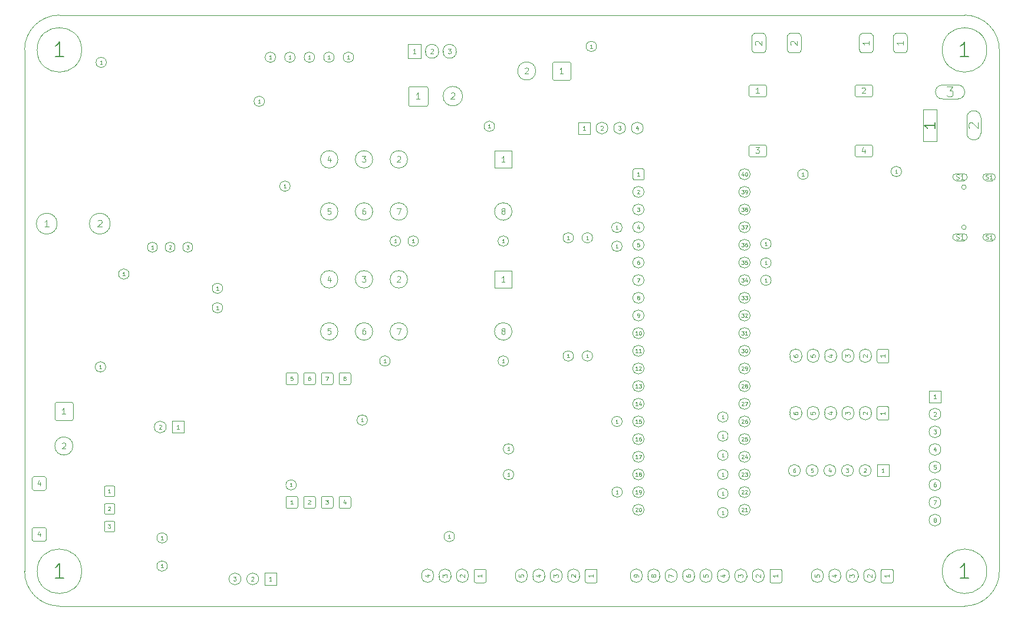
<source format=gbr>
%TF.GenerationSoftware,KiCad,Pcbnew,9.0.5*%
%TF.CreationDate,2025-12-08T19:50:26+01:00*%
%TF.ProjectId,inz,696e7a2e-6b69-4636-9164-5f7063625858,rev?*%
%TF.SameCoordinates,Original*%
%TF.FileFunction,AssemblyDrawing,Bot*%
%FSLAX46Y46*%
G04 Gerber Fmt 4.6, Leading zero omitted, Abs format (unit mm)*
G04 Created by KiCad (PCBNEW 9.0.5) date 2025-12-08 19:50:26*
%MOMM*%
%LPD*%
G01*
G04 APERTURE LIST*
%ADD10C,0.047222*%
%ADD11C,0.100000*%
%ADD12C,0.177778*%
%ADD13C,0.072222*%
%ADD14C,0.100000*%
%TD*%
%ADD15C,0.041667*%
%ADD16C,0.055556*%
%ADD17C,0.044444*%
%ADD18C,0.083333*%
%ADD19C,0.069444*%
%ADD20C,0.054167*%
%ADD21C,0.052917*%
%ADD22C,0.077778*%
%ADD23C,0.058333*%
%ADD24C,0.050000*%
%ADD25C,0.127778*%
%ADD26C,0.116667*%
%ADD27C,0.040000*%
%TA.AperFunction,Profile*%
%ADD28C,0.050000*%
%TD*%
G04 APERTURE END LIST*
D10*
X176429984Y-88759695D02*
X176106175Y-88759695D01*
X176268079Y-88759695D02*
X176268079Y-88193029D01*
X176268079Y-88193029D02*
X176214111Y-88273981D01*
X176214111Y-88273981D02*
X176160143Y-88327949D01*
X176160143Y-88327949D02*
X176106175Y-88354933D01*
D11*
%TO.C,J203*%
X175418080Y-87650000D02*
X175418080Y-89350000D01*
X177118080Y-89350000D01*
X177118080Y-87650000D01*
X175418080Y-87650000D01*
D10*
X173566175Y-88246997D02*
X173593159Y-88220013D01*
X173593159Y-88220013D02*
X173647127Y-88193029D01*
X173647127Y-88193029D02*
X173782048Y-88193029D01*
X173782048Y-88193029D02*
X173836016Y-88220013D01*
X173836016Y-88220013D02*
X173863000Y-88246997D01*
X173863000Y-88246997D02*
X173889984Y-88300965D01*
X173889984Y-88300965D02*
X173889984Y-88354933D01*
X173889984Y-88354933D02*
X173863000Y-88435885D01*
X173863000Y-88435885D02*
X173539191Y-88759695D01*
X173539191Y-88759695D02*
X173889984Y-88759695D01*
D11*
X174578080Y-88500000D02*
G75*
G02*
X172878080Y-88500000I-850000J0D01*
G01*
X172878080Y-88500000D02*
G75*
G02*
X174578080Y-88500000I850000J0D01*
G01*
D10*
X170999191Y-88193029D02*
X171349984Y-88193029D01*
X171349984Y-88193029D02*
X171161095Y-88408901D01*
X171161095Y-88408901D02*
X171242048Y-88408901D01*
X171242048Y-88408901D02*
X171296016Y-88435885D01*
X171296016Y-88435885D02*
X171323000Y-88462870D01*
X171323000Y-88462870D02*
X171349984Y-88516838D01*
X171349984Y-88516838D02*
X171349984Y-88651758D01*
X171349984Y-88651758D02*
X171323000Y-88705726D01*
X171323000Y-88705726D02*
X171296016Y-88732711D01*
X171296016Y-88732711D02*
X171242048Y-88759695D01*
X171242048Y-88759695D02*
X171080143Y-88759695D01*
X171080143Y-88759695D02*
X171026175Y-88732711D01*
X171026175Y-88732711D02*
X170999191Y-88705726D01*
D11*
X172038080Y-88500000D02*
G75*
G02*
X170338080Y-88500000I-850000J0D01*
G01*
X170338080Y-88500000D02*
G75*
G02*
X172038080Y-88500000I850000J0D01*
G01*
D10*
X168756016Y-88381917D02*
X168756016Y-88759695D01*
X168621095Y-88166045D02*
X168486175Y-88570806D01*
X168486175Y-88570806D02*
X168836968Y-88570806D01*
D11*
X169498080Y-88500000D02*
G75*
G02*
X167798080Y-88500000I-850000J0D01*
G01*
X167798080Y-88500000D02*
G75*
G02*
X169498080Y-88500000I850000J0D01*
G01*
D10*
X166243000Y-88193029D02*
X165973159Y-88193029D01*
X165973159Y-88193029D02*
X165946175Y-88462870D01*
X165946175Y-88462870D02*
X165973159Y-88435885D01*
X165973159Y-88435885D02*
X166027127Y-88408901D01*
X166027127Y-88408901D02*
X166162048Y-88408901D01*
X166162048Y-88408901D02*
X166216016Y-88435885D01*
X166216016Y-88435885D02*
X166243000Y-88462870D01*
X166243000Y-88462870D02*
X166269984Y-88516838D01*
X166269984Y-88516838D02*
X166269984Y-88651758D01*
X166269984Y-88651758D02*
X166243000Y-88705726D01*
X166243000Y-88705726D02*
X166216016Y-88732711D01*
X166216016Y-88732711D02*
X166162048Y-88759695D01*
X166162048Y-88759695D02*
X166027127Y-88759695D01*
X166027127Y-88759695D02*
X165973159Y-88732711D01*
X165973159Y-88732711D02*
X165946175Y-88705726D01*
D11*
X166958080Y-88500000D02*
G75*
G02*
X165258080Y-88500000I-850000J0D01*
G01*
X165258080Y-88500000D02*
G75*
G02*
X166958080Y-88500000I850000J0D01*
G01*
D10*
X163676016Y-88193029D02*
X163568079Y-88193029D01*
X163568079Y-88193029D02*
X163514111Y-88220013D01*
X163514111Y-88220013D02*
X163487127Y-88246997D01*
X163487127Y-88246997D02*
X163433159Y-88327949D01*
X163433159Y-88327949D02*
X163406175Y-88435885D01*
X163406175Y-88435885D02*
X163406175Y-88651758D01*
X163406175Y-88651758D02*
X163433159Y-88705726D01*
X163433159Y-88705726D02*
X163460143Y-88732711D01*
X163460143Y-88732711D02*
X163514111Y-88759695D01*
X163514111Y-88759695D02*
X163622048Y-88759695D01*
X163622048Y-88759695D02*
X163676016Y-88732711D01*
X163676016Y-88732711D02*
X163703000Y-88705726D01*
X163703000Y-88705726D02*
X163729984Y-88651758D01*
X163729984Y-88651758D02*
X163729984Y-88516838D01*
X163729984Y-88516838D02*
X163703000Y-88462870D01*
X163703000Y-88462870D02*
X163676016Y-88435885D01*
X163676016Y-88435885D02*
X163622048Y-88408901D01*
X163622048Y-88408901D02*
X163514111Y-88408901D01*
X163514111Y-88408901D02*
X163460143Y-88435885D01*
X163460143Y-88435885D02*
X163433159Y-88462870D01*
X163433159Y-88462870D02*
X163406175Y-88516838D01*
D11*
X164418080Y-88500000D02*
G75*
G02*
X162718080Y-88500000I-850000J0D01*
G01*
X162718080Y-88500000D02*
G75*
G02*
X164418080Y-88500000I850000J0D01*
G01*
%TD*%
D10*
X133541904Y-39509695D02*
X133218095Y-39509695D01*
X133379999Y-39509695D02*
X133379999Y-38943029D01*
X133379999Y-38943029D02*
X133326031Y-39023981D01*
X133326031Y-39023981D02*
X133272063Y-39077949D01*
X133272063Y-39077949D02*
X133218095Y-39104933D01*
D11*
%TO.C,J501*%
X132530000Y-38400000D02*
X132530000Y-40100000D01*
X134230000Y-40100000D01*
X134230000Y-38400000D01*
X132530000Y-38400000D01*
D10*
X135758095Y-38996997D02*
X135785079Y-38970013D01*
X135785079Y-38970013D02*
X135839047Y-38943029D01*
X135839047Y-38943029D02*
X135973968Y-38943029D01*
X135973968Y-38943029D02*
X136027936Y-38970013D01*
X136027936Y-38970013D02*
X136054920Y-38996997D01*
X136054920Y-38996997D02*
X136081904Y-39050965D01*
X136081904Y-39050965D02*
X136081904Y-39104933D01*
X136081904Y-39104933D02*
X136054920Y-39185885D01*
X136054920Y-39185885D02*
X135731111Y-39509695D01*
X135731111Y-39509695D02*
X136081904Y-39509695D01*
D11*
X136770000Y-39250000D02*
G75*
G02*
X135070000Y-39250000I-850000J0D01*
G01*
X135070000Y-39250000D02*
G75*
G02*
X136770000Y-39250000I850000J0D01*
G01*
D10*
X138271111Y-38943029D02*
X138621904Y-38943029D01*
X138621904Y-38943029D02*
X138433015Y-39158901D01*
X138433015Y-39158901D02*
X138513968Y-39158901D01*
X138513968Y-39158901D02*
X138567936Y-39185885D01*
X138567936Y-39185885D02*
X138594920Y-39212870D01*
X138594920Y-39212870D02*
X138621904Y-39266838D01*
X138621904Y-39266838D02*
X138621904Y-39401758D01*
X138621904Y-39401758D02*
X138594920Y-39455726D01*
X138594920Y-39455726D02*
X138567936Y-39482711D01*
X138567936Y-39482711D02*
X138513968Y-39509695D01*
X138513968Y-39509695D02*
X138352063Y-39509695D01*
X138352063Y-39509695D02*
X138298095Y-39482711D01*
X138298095Y-39482711D02*
X138271111Y-39455726D01*
D11*
X139310000Y-39250000D02*
G75*
G02*
X137610000Y-39250000I-850000J0D01*
G01*
X137610000Y-39250000D02*
G75*
G02*
X139310000Y-39250000I850000J0D01*
G01*
D10*
X141107936Y-39131917D02*
X141107936Y-39509695D01*
X140973015Y-38916045D02*
X140838095Y-39320806D01*
X140838095Y-39320806D02*
X141188888Y-39320806D01*
D11*
X141850000Y-39250000D02*
G75*
G02*
X140150000Y-39250000I-850000J0D01*
G01*
X140150000Y-39250000D02*
G75*
G02*
X141850000Y-39250000I850000J0D01*
G01*
%TD*%
D12*
X188609523Y-28977676D02*
X187390476Y-28977676D01*
X187999999Y-28977676D02*
X187999999Y-26844343D01*
X187999999Y-26844343D02*
X187796825Y-27149105D01*
X187796825Y-27149105D02*
X187593650Y-27352279D01*
X187593650Y-27352279D02*
X187390476Y-27453867D01*
D11*
%TO.C,H402*%
X191200000Y-28000000D02*
G75*
G02*
X184800000Y-28000000I-3200000J0D01*
G01*
X184800000Y-28000000D02*
G75*
G02*
X191200000Y-28000000I3200000J0D01*
G01*
%TD*%
D13*
X130360536Y-31436761D02*
X129865299Y-31436761D01*
X130112918Y-31436761D02*
X130112918Y-30570095D01*
X130112918Y-30570095D02*
X130030378Y-30693905D01*
X130030378Y-30693905D02*
X129947838Y-30776444D01*
X129947838Y-30776444D02*
X129865299Y-30817714D01*
D11*
D14*
%TO.C,J302*%
D11*
X131412918Y-32089581D02*
X131393888Y-32185252D01*
X131339695Y-32266358D01*
X131258589Y-32320551D01*
X131162918Y-32339581D01*
X129062918Y-32339581D01*
X128967247Y-32320551D01*
X128886141Y-32266358D01*
X128831948Y-32185252D01*
X128812918Y-32089581D01*
X128812918Y-29989581D01*
X128831948Y-29893910D01*
X128886141Y-29812804D01*
X128967247Y-29758611D01*
X129062918Y-29739581D01*
X131162918Y-29739581D01*
X131258589Y-29758611D01*
X131339695Y-29812804D01*
X131393888Y-29893910D01*
X131412918Y-29989581D01*
X131412918Y-32089581D01*
D13*
X124865299Y-30652635D02*
X124906569Y-30611365D01*
X124906569Y-30611365D02*
X124989108Y-30570095D01*
X124989108Y-30570095D02*
X125195457Y-30570095D01*
X125195457Y-30570095D02*
X125277997Y-30611365D01*
X125277997Y-30611365D02*
X125319267Y-30652635D01*
X125319267Y-30652635D02*
X125360536Y-30735175D01*
X125360536Y-30735175D02*
X125360536Y-30817714D01*
X125360536Y-30817714D02*
X125319267Y-30941524D01*
X125319267Y-30941524D02*
X124824029Y-31436761D01*
X124824029Y-31436761D02*
X125360536Y-31436761D01*
D11*
X126412918Y-31039581D02*
G75*
G02*
X123812918Y-31039581I-1300000J0D01*
G01*
X123812918Y-31039581D02*
G75*
G02*
X126412918Y-31039581I1300000J0D01*
G01*
%TD*%
D15*
X122642857Y-85629142D02*
X122357143Y-85629142D01*
X122500000Y-85629142D02*
X122500000Y-85129142D01*
X122500000Y-85129142D02*
X122452381Y-85200571D01*
X122452381Y-85200571D02*
X122404762Y-85248190D01*
X122404762Y-85248190D02*
X122357143Y-85271999D01*
D11*
%TO.C,TP203*%
X123250000Y-85400000D02*
G75*
G02*
X121750000Y-85400000I-750000J0D01*
G01*
X121750000Y-85400000D02*
G75*
G02*
X123250000Y-85400000I750000J0D01*
G01*
%TD*%
D15*
X65317857Y-91689142D02*
X65032143Y-91689142D01*
X65175000Y-91689142D02*
X65175000Y-91189142D01*
X65175000Y-91189142D02*
X65127381Y-91260571D01*
X65127381Y-91260571D02*
X65079762Y-91308190D01*
X65079762Y-91308190D02*
X65032143Y-91331999D01*
D11*
D14*
%TO.C,U204*%
D11*
X64425000Y-90935000D02*
X64442127Y-90848896D01*
X64490901Y-90775901D01*
X64563896Y-90727127D01*
X64650000Y-90710000D01*
X65700000Y-90710000D01*
X65786104Y-90727127D01*
X65859099Y-90775901D01*
X65907873Y-90848896D01*
X65925000Y-90935000D01*
X65925000Y-91985000D01*
X65907873Y-92071104D01*
X65859099Y-92144099D01*
X65786104Y-92192873D01*
X65700000Y-92210000D01*
X64650000Y-92210000D01*
X64563896Y-92192873D01*
X64490901Y-92144099D01*
X64442127Y-92071104D01*
X64425000Y-91985000D01*
X64425000Y-90935000D01*
D15*
X65032143Y-93776761D02*
X65055952Y-93752952D01*
X65055952Y-93752952D02*
X65103571Y-93729142D01*
X65103571Y-93729142D02*
X65222619Y-93729142D01*
X65222619Y-93729142D02*
X65270238Y-93752952D01*
X65270238Y-93752952D02*
X65294047Y-93776761D01*
X65294047Y-93776761D02*
X65317857Y-93824380D01*
X65317857Y-93824380D02*
X65317857Y-93871999D01*
X65317857Y-93871999D02*
X65294047Y-93943428D01*
X65294047Y-93943428D02*
X65008333Y-94229142D01*
X65008333Y-94229142D02*
X65317857Y-94229142D01*
D11*
D14*
D11*
X64425000Y-93475000D02*
X64442127Y-93388896D01*
X64490901Y-93315901D01*
X64563896Y-93267127D01*
X64650000Y-93250000D01*
X65700000Y-93250000D01*
X65786104Y-93267127D01*
X65859099Y-93315901D01*
X65907873Y-93388896D01*
X65925000Y-93475000D01*
X65925000Y-94525000D01*
X65907873Y-94611104D01*
X65859099Y-94684099D01*
X65786104Y-94732873D01*
X65700000Y-94750000D01*
X64650000Y-94750000D01*
X64563896Y-94732873D01*
X64490901Y-94684099D01*
X64442127Y-94611104D01*
X64425000Y-94525000D01*
X64425000Y-93475000D01*
D15*
X65008333Y-96269142D02*
X65317857Y-96269142D01*
X65317857Y-96269142D02*
X65151190Y-96459618D01*
X65151190Y-96459618D02*
X65222619Y-96459618D01*
X65222619Y-96459618D02*
X65270238Y-96483428D01*
X65270238Y-96483428D02*
X65294047Y-96507237D01*
X65294047Y-96507237D02*
X65317857Y-96554856D01*
X65317857Y-96554856D02*
X65317857Y-96673904D01*
X65317857Y-96673904D02*
X65294047Y-96721523D01*
X65294047Y-96721523D02*
X65270238Y-96745333D01*
X65270238Y-96745333D02*
X65222619Y-96769142D01*
X65222619Y-96769142D02*
X65079762Y-96769142D01*
X65079762Y-96769142D02*
X65032143Y-96745333D01*
X65032143Y-96745333D02*
X65008333Y-96721523D01*
D11*
D14*
D11*
X64425000Y-96015000D02*
X64442127Y-95928896D01*
X64490901Y-95855901D01*
X64563896Y-95807127D01*
X64650000Y-95790000D01*
X65700000Y-95790000D01*
X65786104Y-95807127D01*
X65859099Y-95855901D01*
X65907873Y-95928896D01*
X65925000Y-96015000D01*
X65925000Y-97065000D01*
X65907873Y-97151104D01*
X65859099Y-97224099D01*
X65786104Y-97272873D01*
X65700000Y-97290000D01*
X64650000Y-97290000D01*
X64563896Y-97272873D01*
X64490901Y-97224099D01*
X64442127Y-97151104D01*
X64425000Y-97065000D01*
X64425000Y-96015000D01*
D16*
X55201984Y-90211080D02*
X55201984Y-90655524D01*
X55043254Y-89957112D02*
X54884524Y-90433302D01*
X54884524Y-90433302D02*
X55297222Y-90433302D01*
D11*
D14*
D11*
X54075000Y-89650000D02*
X54082969Y-89581315D01*
X54127501Y-89480459D01*
X54205459Y-89402501D01*
X54306315Y-89357969D01*
X54375000Y-89350000D01*
X55775000Y-89350000D01*
X55843685Y-89357969D01*
X55944541Y-89402501D01*
X56022499Y-89480459D01*
X56067031Y-89581315D01*
X56075000Y-89650000D01*
X56075000Y-91050000D01*
X56067031Y-91118685D01*
X56022499Y-91219541D01*
X55944541Y-91297499D01*
X55843685Y-91342031D01*
X55775000Y-91350000D01*
X54375000Y-91350000D01*
X54306315Y-91342031D01*
X54205459Y-91297499D01*
X54127501Y-91219541D01*
X54082969Y-91118685D01*
X54075000Y-91050000D01*
X54075000Y-89650000D01*
D16*
X55201984Y-97511080D02*
X55201984Y-97955524D01*
X55043254Y-97257112D02*
X54884524Y-97733302D01*
X54884524Y-97733302D02*
X55297222Y-97733302D01*
D11*
D14*
D11*
X54075000Y-96950000D02*
X54082969Y-96881315D01*
X54127501Y-96780459D01*
X54205459Y-96702501D01*
X54306315Y-96657969D01*
X54375000Y-96650000D01*
X55775000Y-96650000D01*
X55843685Y-96657969D01*
X55944541Y-96702501D01*
X56022499Y-96780459D01*
X56067031Y-96881315D01*
X56075000Y-96950000D01*
X56075000Y-98350000D01*
X56067031Y-98418685D01*
X56022499Y-98519541D01*
X55944541Y-98597499D01*
X55843685Y-98642031D01*
X55775000Y-98650000D01*
X54375000Y-98650000D01*
X54306315Y-98642031D01*
X54205459Y-98597499D01*
X54127501Y-98519541D01*
X54082969Y-98418685D01*
X54075000Y-98350000D01*
X54075000Y-96950000D01*
%TD*%
D17*
X141312380Y-46129418D02*
X141007619Y-46129418D01*
X141160000Y-46129418D02*
X141160000Y-45596085D01*
X141160000Y-45596085D02*
X141109206Y-45672276D01*
X141109206Y-45672276D02*
X141058412Y-45723069D01*
X141058412Y-45723069D02*
X141007619Y-45748466D01*
D11*
D14*
%TO.C,J102*%
D11*
X140360000Y-45335000D02*
X140379030Y-45239329D01*
X140433223Y-45158223D01*
X140514329Y-45104030D01*
X140610000Y-45085000D01*
X141710000Y-45085000D01*
X141805671Y-45104030D01*
X141886777Y-45158223D01*
X141940970Y-45239329D01*
X141960000Y-45335000D01*
X141960000Y-46435000D01*
X141940970Y-46530671D01*
X141886777Y-46611777D01*
X141805671Y-46665970D01*
X141710000Y-46685000D01*
X140610000Y-46685000D01*
X140514329Y-46665970D01*
X140433223Y-46611777D01*
X140379030Y-46530671D01*
X140360000Y-46435000D01*
X140360000Y-45335000D01*
D17*
X141007619Y-48186879D02*
X141033016Y-48161482D01*
X141033016Y-48161482D02*
X141083809Y-48136085D01*
X141083809Y-48136085D02*
X141210793Y-48136085D01*
X141210793Y-48136085D02*
X141261587Y-48161482D01*
X141261587Y-48161482D02*
X141286984Y-48186879D01*
X141286984Y-48186879D02*
X141312380Y-48237673D01*
X141312380Y-48237673D02*
X141312380Y-48288466D01*
X141312380Y-48288466D02*
X141286984Y-48364657D01*
X141286984Y-48364657D02*
X140982222Y-48669418D01*
X140982222Y-48669418D02*
X141312380Y-48669418D01*
D11*
X141960000Y-48425000D02*
G75*
G02*
X140360000Y-48425000I-800000J0D01*
G01*
X140360000Y-48425000D02*
G75*
G02*
X141960000Y-48425000I800000J0D01*
G01*
D17*
X140982222Y-50676085D02*
X141312380Y-50676085D01*
X141312380Y-50676085D02*
X141134603Y-50879260D01*
X141134603Y-50879260D02*
X141210793Y-50879260D01*
X141210793Y-50879260D02*
X141261587Y-50904657D01*
X141261587Y-50904657D02*
X141286984Y-50930053D01*
X141286984Y-50930053D02*
X141312380Y-50980847D01*
X141312380Y-50980847D02*
X141312380Y-51107831D01*
X141312380Y-51107831D02*
X141286984Y-51158625D01*
X141286984Y-51158625D02*
X141261587Y-51184022D01*
X141261587Y-51184022D02*
X141210793Y-51209418D01*
X141210793Y-51209418D02*
X141058412Y-51209418D01*
X141058412Y-51209418D02*
X141007619Y-51184022D01*
X141007619Y-51184022D02*
X140982222Y-51158625D01*
D11*
X141960000Y-50965000D02*
G75*
G02*
X140360000Y-50965000I-800000J0D01*
G01*
X140360000Y-50965000D02*
G75*
G02*
X141960000Y-50965000I800000J0D01*
G01*
D17*
X141261587Y-53393863D02*
X141261587Y-53749418D01*
X141134603Y-53190689D02*
X141007619Y-53571641D01*
X141007619Y-53571641D02*
X141337777Y-53571641D01*
D11*
X141960000Y-53505000D02*
G75*
G02*
X140360000Y-53505000I-800000J0D01*
G01*
X140360000Y-53505000D02*
G75*
G02*
X141960000Y-53505000I800000J0D01*
G01*
D17*
X141286984Y-55756085D02*
X141033016Y-55756085D01*
X141033016Y-55756085D02*
X141007619Y-56010053D01*
X141007619Y-56010053D02*
X141033016Y-55984657D01*
X141033016Y-55984657D02*
X141083809Y-55959260D01*
X141083809Y-55959260D02*
X141210793Y-55959260D01*
X141210793Y-55959260D02*
X141261587Y-55984657D01*
X141261587Y-55984657D02*
X141286984Y-56010053D01*
X141286984Y-56010053D02*
X141312380Y-56060847D01*
X141312380Y-56060847D02*
X141312380Y-56187831D01*
X141312380Y-56187831D02*
X141286984Y-56238625D01*
X141286984Y-56238625D02*
X141261587Y-56264022D01*
X141261587Y-56264022D02*
X141210793Y-56289418D01*
X141210793Y-56289418D02*
X141083809Y-56289418D01*
X141083809Y-56289418D02*
X141033016Y-56264022D01*
X141033016Y-56264022D02*
X141007619Y-56238625D01*
D11*
X141960000Y-56045000D02*
G75*
G02*
X140360000Y-56045000I-800000J0D01*
G01*
X140360000Y-56045000D02*
G75*
G02*
X141960000Y-56045000I800000J0D01*
G01*
D17*
X141261587Y-58296085D02*
X141160000Y-58296085D01*
X141160000Y-58296085D02*
X141109206Y-58321482D01*
X141109206Y-58321482D02*
X141083809Y-58346879D01*
X141083809Y-58346879D02*
X141033016Y-58423069D01*
X141033016Y-58423069D02*
X141007619Y-58524657D01*
X141007619Y-58524657D02*
X141007619Y-58727831D01*
X141007619Y-58727831D02*
X141033016Y-58778625D01*
X141033016Y-58778625D02*
X141058412Y-58804022D01*
X141058412Y-58804022D02*
X141109206Y-58829418D01*
X141109206Y-58829418D02*
X141210793Y-58829418D01*
X141210793Y-58829418D02*
X141261587Y-58804022D01*
X141261587Y-58804022D02*
X141286984Y-58778625D01*
X141286984Y-58778625D02*
X141312380Y-58727831D01*
X141312380Y-58727831D02*
X141312380Y-58600847D01*
X141312380Y-58600847D02*
X141286984Y-58550053D01*
X141286984Y-58550053D02*
X141261587Y-58524657D01*
X141261587Y-58524657D02*
X141210793Y-58499260D01*
X141210793Y-58499260D02*
X141109206Y-58499260D01*
X141109206Y-58499260D02*
X141058412Y-58524657D01*
X141058412Y-58524657D02*
X141033016Y-58550053D01*
X141033016Y-58550053D02*
X141007619Y-58600847D01*
D11*
X141960000Y-58585000D02*
G75*
G02*
X140360000Y-58585000I-800000J0D01*
G01*
X140360000Y-58585000D02*
G75*
G02*
X141960000Y-58585000I800000J0D01*
G01*
D17*
X140982222Y-60836085D02*
X141337777Y-60836085D01*
X141337777Y-60836085D02*
X141109206Y-61369418D01*
D11*
X141960000Y-61125000D02*
G75*
G02*
X140360000Y-61125000I-800000J0D01*
G01*
X140360000Y-61125000D02*
G75*
G02*
X141960000Y-61125000I800000J0D01*
G01*
D17*
X141109206Y-63604657D02*
X141058412Y-63579260D01*
X141058412Y-63579260D02*
X141033016Y-63553863D01*
X141033016Y-63553863D02*
X141007619Y-63503069D01*
X141007619Y-63503069D02*
X141007619Y-63477673D01*
X141007619Y-63477673D02*
X141033016Y-63426879D01*
X141033016Y-63426879D02*
X141058412Y-63401482D01*
X141058412Y-63401482D02*
X141109206Y-63376085D01*
X141109206Y-63376085D02*
X141210793Y-63376085D01*
X141210793Y-63376085D02*
X141261587Y-63401482D01*
X141261587Y-63401482D02*
X141286984Y-63426879D01*
X141286984Y-63426879D02*
X141312380Y-63477673D01*
X141312380Y-63477673D02*
X141312380Y-63503069D01*
X141312380Y-63503069D02*
X141286984Y-63553863D01*
X141286984Y-63553863D02*
X141261587Y-63579260D01*
X141261587Y-63579260D02*
X141210793Y-63604657D01*
X141210793Y-63604657D02*
X141109206Y-63604657D01*
X141109206Y-63604657D02*
X141058412Y-63630053D01*
X141058412Y-63630053D02*
X141033016Y-63655450D01*
X141033016Y-63655450D02*
X141007619Y-63706244D01*
X141007619Y-63706244D02*
X141007619Y-63807831D01*
X141007619Y-63807831D02*
X141033016Y-63858625D01*
X141033016Y-63858625D02*
X141058412Y-63884022D01*
X141058412Y-63884022D02*
X141109206Y-63909418D01*
X141109206Y-63909418D02*
X141210793Y-63909418D01*
X141210793Y-63909418D02*
X141261587Y-63884022D01*
X141261587Y-63884022D02*
X141286984Y-63858625D01*
X141286984Y-63858625D02*
X141312380Y-63807831D01*
X141312380Y-63807831D02*
X141312380Y-63706244D01*
X141312380Y-63706244D02*
X141286984Y-63655450D01*
X141286984Y-63655450D02*
X141261587Y-63630053D01*
X141261587Y-63630053D02*
X141210793Y-63604657D01*
D11*
X141960000Y-63665000D02*
G75*
G02*
X140360000Y-63665000I-800000J0D01*
G01*
X140360000Y-63665000D02*
G75*
G02*
X141960000Y-63665000I800000J0D01*
G01*
D17*
X141058412Y-66449418D02*
X141160000Y-66449418D01*
X141160000Y-66449418D02*
X141210793Y-66424022D01*
X141210793Y-66424022D02*
X141236190Y-66398625D01*
X141236190Y-66398625D02*
X141286984Y-66322434D01*
X141286984Y-66322434D02*
X141312380Y-66220847D01*
X141312380Y-66220847D02*
X141312380Y-66017673D01*
X141312380Y-66017673D02*
X141286984Y-65966879D01*
X141286984Y-65966879D02*
X141261587Y-65941482D01*
X141261587Y-65941482D02*
X141210793Y-65916085D01*
X141210793Y-65916085D02*
X141109206Y-65916085D01*
X141109206Y-65916085D02*
X141058412Y-65941482D01*
X141058412Y-65941482D02*
X141033016Y-65966879D01*
X141033016Y-65966879D02*
X141007619Y-66017673D01*
X141007619Y-66017673D02*
X141007619Y-66144657D01*
X141007619Y-66144657D02*
X141033016Y-66195450D01*
X141033016Y-66195450D02*
X141058412Y-66220847D01*
X141058412Y-66220847D02*
X141109206Y-66246244D01*
X141109206Y-66246244D02*
X141210793Y-66246244D01*
X141210793Y-66246244D02*
X141261587Y-66220847D01*
X141261587Y-66220847D02*
X141286984Y-66195450D01*
X141286984Y-66195450D02*
X141312380Y-66144657D01*
D11*
X141960000Y-66205000D02*
G75*
G02*
X140360000Y-66205000I-800000J0D01*
G01*
X140360000Y-66205000D02*
G75*
G02*
X141960000Y-66205000I800000J0D01*
G01*
D17*
X141058412Y-68989418D02*
X140753651Y-68989418D01*
X140906032Y-68989418D02*
X140906032Y-68456085D01*
X140906032Y-68456085D02*
X140855238Y-68532276D01*
X140855238Y-68532276D02*
X140804444Y-68583069D01*
X140804444Y-68583069D02*
X140753651Y-68608466D01*
X141388571Y-68456085D02*
X141439364Y-68456085D01*
X141439364Y-68456085D02*
X141490158Y-68481482D01*
X141490158Y-68481482D02*
X141515555Y-68506879D01*
X141515555Y-68506879D02*
X141540952Y-68557673D01*
X141540952Y-68557673D02*
X141566348Y-68659260D01*
X141566348Y-68659260D02*
X141566348Y-68786244D01*
X141566348Y-68786244D02*
X141540952Y-68887831D01*
X141540952Y-68887831D02*
X141515555Y-68938625D01*
X141515555Y-68938625D02*
X141490158Y-68964022D01*
X141490158Y-68964022D02*
X141439364Y-68989418D01*
X141439364Y-68989418D02*
X141388571Y-68989418D01*
X141388571Y-68989418D02*
X141337777Y-68964022D01*
X141337777Y-68964022D02*
X141312380Y-68938625D01*
X141312380Y-68938625D02*
X141286984Y-68887831D01*
X141286984Y-68887831D02*
X141261587Y-68786244D01*
X141261587Y-68786244D02*
X141261587Y-68659260D01*
X141261587Y-68659260D02*
X141286984Y-68557673D01*
X141286984Y-68557673D02*
X141312380Y-68506879D01*
X141312380Y-68506879D02*
X141337777Y-68481482D01*
X141337777Y-68481482D02*
X141388571Y-68456085D01*
D11*
X141960000Y-68745000D02*
G75*
G02*
X140360000Y-68745000I-800000J0D01*
G01*
X140360000Y-68745000D02*
G75*
G02*
X141960000Y-68745000I800000J0D01*
G01*
D17*
X141058412Y-71529418D02*
X140753651Y-71529418D01*
X140906032Y-71529418D02*
X140906032Y-70996085D01*
X140906032Y-70996085D02*
X140855238Y-71072276D01*
X140855238Y-71072276D02*
X140804444Y-71123069D01*
X140804444Y-71123069D02*
X140753651Y-71148466D01*
X141566348Y-71529418D02*
X141261587Y-71529418D01*
X141413968Y-71529418D02*
X141413968Y-70996085D01*
X141413968Y-70996085D02*
X141363174Y-71072276D01*
X141363174Y-71072276D02*
X141312380Y-71123069D01*
X141312380Y-71123069D02*
X141261587Y-71148466D01*
D11*
X141960000Y-71285000D02*
G75*
G02*
X140360000Y-71285000I-800000J0D01*
G01*
X140360000Y-71285000D02*
G75*
G02*
X141960000Y-71285000I800000J0D01*
G01*
D17*
X141058412Y-74069418D02*
X140753651Y-74069418D01*
X140906032Y-74069418D02*
X140906032Y-73536085D01*
X140906032Y-73536085D02*
X140855238Y-73612276D01*
X140855238Y-73612276D02*
X140804444Y-73663069D01*
X140804444Y-73663069D02*
X140753651Y-73688466D01*
X141261587Y-73586879D02*
X141286984Y-73561482D01*
X141286984Y-73561482D02*
X141337777Y-73536085D01*
X141337777Y-73536085D02*
X141464761Y-73536085D01*
X141464761Y-73536085D02*
X141515555Y-73561482D01*
X141515555Y-73561482D02*
X141540952Y-73586879D01*
X141540952Y-73586879D02*
X141566348Y-73637673D01*
X141566348Y-73637673D02*
X141566348Y-73688466D01*
X141566348Y-73688466D02*
X141540952Y-73764657D01*
X141540952Y-73764657D02*
X141236190Y-74069418D01*
X141236190Y-74069418D02*
X141566348Y-74069418D01*
D11*
X141960000Y-73825000D02*
G75*
G02*
X140360000Y-73825000I-800000J0D01*
G01*
X140360000Y-73825000D02*
G75*
G02*
X141960000Y-73825000I800000J0D01*
G01*
D17*
X141058412Y-76609418D02*
X140753651Y-76609418D01*
X140906032Y-76609418D02*
X140906032Y-76076085D01*
X140906032Y-76076085D02*
X140855238Y-76152276D01*
X140855238Y-76152276D02*
X140804444Y-76203069D01*
X140804444Y-76203069D02*
X140753651Y-76228466D01*
X141236190Y-76076085D02*
X141566348Y-76076085D01*
X141566348Y-76076085D02*
X141388571Y-76279260D01*
X141388571Y-76279260D02*
X141464761Y-76279260D01*
X141464761Y-76279260D02*
X141515555Y-76304657D01*
X141515555Y-76304657D02*
X141540952Y-76330053D01*
X141540952Y-76330053D02*
X141566348Y-76380847D01*
X141566348Y-76380847D02*
X141566348Y-76507831D01*
X141566348Y-76507831D02*
X141540952Y-76558625D01*
X141540952Y-76558625D02*
X141515555Y-76584022D01*
X141515555Y-76584022D02*
X141464761Y-76609418D01*
X141464761Y-76609418D02*
X141312380Y-76609418D01*
X141312380Y-76609418D02*
X141261587Y-76584022D01*
X141261587Y-76584022D02*
X141236190Y-76558625D01*
D11*
X141960000Y-76365000D02*
G75*
G02*
X140360000Y-76365000I-800000J0D01*
G01*
X140360000Y-76365000D02*
G75*
G02*
X141960000Y-76365000I800000J0D01*
G01*
D17*
X141058412Y-79149418D02*
X140753651Y-79149418D01*
X140906032Y-79149418D02*
X140906032Y-78616085D01*
X140906032Y-78616085D02*
X140855238Y-78692276D01*
X140855238Y-78692276D02*
X140804444Y-78743069D01*
X140804444Y-78743069D02*
X140753651Y-78768466D01*
X141515555Y-78793863D02*
X141515555Y-79149418D01*
X141388571Y-78590689D02*
X141261587Y-78971641D01*
X141261587Y-78971641D02*
X141591745Y-78971641D01*
D11*
X141960000Y-78905000D02*
G75*
G02*
X140360000Y-78905000I-800000J0D01*
G01*
X140360000Y-78905000D02*
G75*
G02*
X141960000Y-78905000I800000J0D01*
G01*
D17*
X141058412Y-81689418D02*
X140753651Y-81689418D01*
X140906032Y-81689418D02*
X140906032Y-81156085D01*
X140906032Y-81156085D02*
X140855238Y-81232276D01*
X140855238Y-81232276D02*
X140804444Y-81283069D01*
X140804444Y-81283069D02*
X140753651Y-81308466D01*
X141540952Y-81156085D02*
X141286984Y-81156085D01*
X141286984Y-81156085D02*
X141261587Y-81410053D01*
X141261587Y-81410053D02*
X141286984Y-81384657D01*
X141286984Y-81384657D02*
X141337777Y-81359260D01*
X141337777Y-81359260D02*
X141464761Y-81359260D01*
X141464761Y-81359260D02*
X141515555Y-81384657D01*
X141515555Y-81384657D02*
X141540952Y-81410053D01*
X141540952Y-81410053D02*
X141566348Y-81460847D01*
X141566348Y-81460847D02*
X141566348Y-81587831D01*
X141566348Y-81587831D02*
X141540952Y-81638625D01*
X141540952Y-81638625D02*
X141515555Y-81664022D01*
X141515555Y-81664022D02*
X141464761Y-81689418D01*
X141464761Y-81689418D02*
X141337777Y-81689418D01*
X141337777Y-81689418D02*
X141286984Y-81664022D01*
X141286984Y-81664022D02*
X141261587Y-81638625D01*
D11*
X141960000Y-81445000D02*
G75*
G02*
X140360000Y-81445000I-800000J0D01*
G01*
X140360000Y-81445000D02*
G75*
G02*
X141960000Y-81445000I800000J0D01*
G01*
D17*
X141058412Y-84229418D02*
X140753651Y-84229418D01*
X140906032Y-84229418D02*
X140906032Y-83696085D01*
X140906032Y-83696085D02*
X140855238Y-83772276D01*
X140855238Y-83772276D02*
X140804444Y-83823069D01*
X140804444Y-83823069D02*
X140753651Y-83848466D01*
X141515555Y-83696085D02*
X141413968Y-83696085D01*
X141413968Y-83696085D02*
X141363174Y-83721482D01*
X141363174Y-83721482D02*
X141337777Y-83746879D01*
X141337777Y-83746879D02*
X141286984Y-83823069D01*
X141286984Y-83823069D02*
X141261587Y-83924657D01*
X141261587Y-83924657D02*
X141261587Y-84127831D01*
X141261587Y-84127831D02*
X141286984Y-84178625D01*
X141286984Y-84178625D02*
X141312380Y-84204022D01*
X141312380Y-84204022D02*
X141363174Y-84229418D01*
X141363174Y-84229418D02*
X141464761Y-84229418D01*
X141464761Y-84229418D02*
X141515555Y-84204022D01*
X141515555Y-84204022D02*
X141540952Y-84178625D01*
X141540952Y-84178625D02*
X141566348Y-84127831D01*
X141566348Y-84127831D02*
X141566348Y-84000847D01*
X141566348Y-84000847D02*
X141540952Y-83950053D01*
X141540952Y-83950053D02*
X141515555Y-83924657D01*
X141515555Y-83924657D02*
X141464761Y-83899260D01*
X141464761Y-83899260D02*
X141363174Y-83899260D01*
X141363174Y-83899260D02*
X141312380Y-83924657D01*
X141312380Y-83924657D02*
X141286984Y-83950053D01*
X141286984Y-83950053D02*
X141261587Y-84000847D01*
D11*
X141960000Y-83985000D02*
G75*
G02*
X140360000Y-83985000I-800000J0D01*
G01*
X140360000Y-83985000D02*
G75*
G02*
X141960000Y-83985000I800000J0D01*
G01*
D17*
X141058412Y-86769418D02*
X140753651Y-86769418D01*
X140906032Y-86769418D02*
X140906032Y-86236085D01*
X140906032Y-86236085D02*
X140855238Y-86312276D01*
X140855238Y-86312276D02*
X140804444Y-86363069D01*
X140804444Y-86363069D02*
X140753651Y-86388466D01*
X141236190Y-86236085D02*
X141591745Y-86236085D01*
X141591745Y-86236085D02*
X141363174Y-86769418D01*
D11*
X141960000Y-86525000D02*
G75*
G02*
X140360000Y-86525000I-800000J0D01*
G01*
X140360000Y-86525000D02*
G75*
G02*
X141960000Y-86525000I800000J0D01*
G01*
D17*
X141058412Y-89309418D02*
X140753651Y-89309418D01*
X140906032Y-89309418D02*
X140906032Y-88776085D01*
X140906032Y-88776085D02*
X140855238Y-88852276D01*
X140855238Y-88852276D02*
X140804444Y-88903069D01*
X140804444Y-88903069D02*
X140753651Y-88928466D01*
X141363174Y-89004657D02*
X141312380Y-88979260D01*
X141312380Y-88979260D02*
X141286984Y-88953863D01*
X141286984Y-88953863D02*
X141261587Y-88903069D01*
X141261587Y-88903069D02*
X141261587Y-88877673D01*
X141261587Y-88877673D02*
X141286984Y-88826879D01*
X141286984Y-88826879D02*
X141312380Y-88801482D01*
X141312380Y-88801482D02*
X141363174Y-88776085D01*
X141363174Y-88776085D02*
X141464761Y-88776085D01*
X141464761Y-88776085D02*
X141515555Y-88801482D01*
X141515555Y-88801482D02*
X141540952Y-88826879D01*
X141540952Y-88826879D02*
X141566348Y-88877673D01*
X141566348Y-88877673D02*
X141566348Y-88903069D01*
X141566348Y-88903069D02*
X141540952Y-88953863D01*
X141540952Y-88953863D02*
X141515555Y-88979260D01*
X141515555Y-88979260D02*
X141464761Y-89004657D01*
X141464761Y-89004657D02*
X141363174Y-89004657D01*
X141363174Y-89004657D02*
X141312380Y-89030053D01*
X141312380Y-89030053D02*
X141286984Y-89055450D01*
X141286984Y-89055450D02*
X141261587Y-89106244D01*
X141261587Y-89106244D02*
X141261587Y-89207831D01*
X141261587Y-89207831D02*
X141286984Y-89258625D01*
X141286984Y-89258625D02*
X141312380Y-89284022D01*
X141312380Y-89284022D02*
X141363174Y-89309418D01*
X141363174Y-89309418D02*
X141464761Y-89309418D01*
X141464761Y-89309418D02*
X141515555Y-89284022D01*
X141515555Y-89284022D02*
X141540952Y-89258625D01*
X141540952Y-89258625D02*
X141566348Y-89207831D01*
X141566348Y-89207831D02*
X141566348Y-89106244D01*
X141566348Y-89106244D02*
X141540952Y-89055450D01*
X141540952Y-89055450D02*
X141515555Y-89030053D01*
X141515555Y-89030053D02*
X141464761Y-89004657D01*
D11*
X141960000Y-89065000D02*
G75*
G02*
X140360000Y-89065000I-800000J0D01*
G01*
X140360000Y-89065000D02*
G75*
G02*
X141960000Y-89065000I800000J0D01*
G01*
D17*
X141058412Y-91849418D02*
X140753651Y-91849418D01*
X140906032Y-91849418D02*
X140906032Y-91316085D01*
X140906032Y-91316085D02*
X140855238Y-91392276D01*
X140855238Y-91392276D02*
X140804444Y-91443069D01*
X140804444Y-91443069D02*
X140753651Y-91468466D01*
X141312380Y-91849418D02*
X141413968Y-91849418D01*
X141413968Y-91849418D02*
X141464761Y-91824022D01*
X141464761Y-91824022D02*
X141490158Y-91798625D01*
X141490158Y-91798625D02*
X141540952Y-91722434D01*
X141540952Y-91722434D02*
X141566348Y-91620847D01*
X141566348Y-91620847D02*
X141566348Y-91417673D01*
X141566348Y-91417673D02*
X141540952Y-91366879D01*
X141540952Y-91366879D02*
X141515555Y-91341482D01*
X141515555Y-91341482D02*
X141464761Y-91316085D01*
X141464761Y-91316085D02*
X141363174Y-91316085D01*
X141363174Y-91316085D02*
X141312380Y-91341482D01*
X141312380Y-91341482D02*
X141286984Y-91366879D01*
X141286984Y-91366879D02*
X141261587Y-91417673D01*
X141261587Y-91417673D02*
X141261587Y-91544657D01*
X141261587Y-91544657D02*
X141286984Y-91595450D01*
X141286984Y-91595450D02*
X141312380Y-91620847D01*
X141312380Y-91620847D02*
X141363174Y-91646244D01*
X141363174Y-91646244D02*
X141464761Y-91646244D01*
X141464761Y-91646244D02*
X141515555Y-91620847D01*
X141515555Y-91620847D02*
X141540952Y-91595450D01*
X141540952Y-91595450D02*
X141566348Y-91544657D01*
D11*
X141960000Y-91605000D02*
G75*
G02*
X140360000Y-91605000I-800000J0D01*
G01*
X140360000Y-91605000D02*
G75*
G02*
X141960000Y-91605000I800000J0D01*
G01*
D17*
X140753651Y-93906879D02*
X140779048Y-93881482D01*
X140779048Y-93881482D02*
X140829841Y-93856085D01*
X140829841Y-93856085D02*
X140956825Y-93856085D01*
X140956825Y-93856085D02*
X141007619Y-93881482D01*
X141007619Y-93881482D02*
X141033016Y-93906879D01*
X141033016Y-93906879D02*
X141058412Y-93957673D01*
X141058412Y-93957673D02*
X141058412Y-94008466D01*
X141058412Y-94008466D02*
X141033016Y-94084657D01*
X141033016Y-94084657D02*
X140728254Y-94389418D01*
X140728254Y-94389418D02*
X141058412Y-94389418D01*
X141388571Y-93856085D02*
X141439364Y-93856085D01*
X141439364Y-93856085D02*
X141490158Y-93881482D01*
X141490158Y-93881482D02*
X141515555Y-93906879D01*
X141515555Y-93906879D02*
X141540952Y-93957673D01*
X141540952Y-93957673D02*
X141566348Y-94059260D01*
X141566348Y-94059260D02*
X141566348Y-94186244D01*
X141566348Y-94186244D02*
X141540952Y-94287831D01*
X141540952Y-94287831D02*
X141515555Y-94338625D01*
X141515555Y-94338625D02*
X141490158Y-94364022D01*
X141490158Y-94364022D02*
X141439364Y-94389418D01*
X141439364Y-94389418D02*
X141388571Y-94389418D01*
X141388571Y-94389418D02*
X141337777Y-94364022D01*
X141337777Y-94364022D02*
X141312380Y-94338625D01*
X141312380Y-94338625D02*
X141286984Y-94287831D01*
X141286984Y-94287831D02*
X141261587Y-94186244D01*
X141261587Y-94186244D02*
X141261587Y-94059260D01*
X141261587Y-94059260D02*
X141286984Y-93957673D01*
X141286984Y-93957673D02*
X141312380Y-93906879D01*
X141312380Y-93906879D02*
X141337777Y-93881482D01*
X141337777Y-93881482D02*
X141388571Y-93856085D01*
D11*
X141960000Y-94145000D02*
G75*
G02*
X140360000Y-94145000I-800000J0D01*
G01*
X140360000Y-94145000D02*
G75*
G02*
X141960000Y-94145000I800000J0D01*
G01*
D17*
X155993651Y-93906879D02*
X156019048Y-93881482D01*
X156019048Y-93881482D02*
X156069841Y-93856085D01*
X156069841Y-93856085D02*
X156196825Y-93856085D01*
X156196825Y-93856085D02*
X156247619Y-93881482D01*
X156247619Y-93881482D02*
X156273016Y-93906879D01*
X156273016Y-93906879D02*
X156298412Y-93957673D01*
X156298412Y-93957673D02*
X156298412Y-94008466D01*
X156298412Y-94008466D02*
X156273016Y-94084657D01*
X156273016Y-94084657D02*
X155968254Y-94389418D01*
X155968254Y-94389418D02*
X156298412Y-94389418D01*
X156806348Y-94389418D02*
X156501587Y-94389418D01*
X156653968Y-94389418D02*
X156653968Y-93856085D01*
X156653968Y-93856085D02*
X156603174Y-93932276D01*
X156603174Y-93932276D02*
X156552380Y-93983069D01*
X156552380Y-93983069D02*
X156501587Y-94008466D01*
D11*
X157200000Y-94145000D02*
G75*
G02*
X155600000Y-94145000I-800000J0D01*
G01*
X155600000Y-94145000D02*
G75*
G02*
X157200000Y-94145000I800000J0D01*
G01*
D17*
X155993651Y-91366879D02*
X156019048Y-91341482D01*
X156019048Y-91341482D02*
X156069841Y-91316085D01*
X156069841Y-91316085D02*
X156196825Y-91316085D01*
X156196825Y-91316085D02*
X156247619Y-91341482D01*
X156247619Y-91341482D02*
X156273016Y-91366879D01*
X156273016Y-91366879D02*
X156298412Y-91417673D01*
X156298412Y-91417673D02*
X156298412Y-91468466D01*
X156298412Y-91468466D02*
X156273016Y-91544657D01*
X156273016Y-91544657D02*
X155968254Y-91849418D01*
X155968254Y-91849418D02*
X156298412Y-91849418D01*
X156501587Y-91366879D02*
X156526984Y-91341482D01*
X156526984Y-91341482D02*
X156577777Y-91316085D01*
X156577777Y-91316085D02*
X156704761Y-91316085D01*
X156704761Y-91316085D02*
X156755555Y-91341482D01*
X156755555Y-91341482D02*
X156780952Y-91366879D01*
X156780952Y-91366879D02*
X156806348Y-91417673D01*
X156806348Y-91417673D02*
X156806348Y-91468466D01*
X156806348Y-91468466D02*
X156780952Y-91544657D01*
X156780952Y-91544657D02*
X156476190Y-91849418D01*
X156476190Y-91849418D02*
X156806348Y-91849418D01*
D11*
X157200000Y-91605000D02*
G75*
G02*
X155600000Y-91605000I-800000J0D01*
G01*
X155600000Y-91605000D02*
G75*
G02*
X157200000Y-91605000I800000J0D01*
G01*
D17*
X155993651Y-88826879D02*
X156019048Y-88801482D01*
X156019048Y-88801482D02*
X156069841Y-88776085D01*
X156069841Y-88776085D02*
X156196825Y-88776085D01*
X156196825Y-88776085D02*
X156247619Y-88801482D01*
X156247619Y-88801482D02*
X156273016Y-88826879D01*
X156273016Y-88826879D02*
X156298412Y-88877673D01*
X156298412Y-88877673D02*
X156298412Y-88928466D01*
X156298412Y-88928466D02*
X156273016Y-89004657D01*
X156273016Y-89004657D02*
X155968254Y-89309418D01*
X155968254Y-89309418D02*
X156298412Y-89309418D01*
X156476190Y-88776085D02*
X156806348Y-88776085D01*
X156806348Y-88776085D02*
X156628571Y-88979260D01*
X156628571Y-88979260D02*
X156704761Y-88979260D01*
X156704761Y-88979260D02*
X156755555Y-89004657D01*
X156755555Y-89004657D02*
X156780952Y-89030053D01*
X156780952Y-89030053D02*
X156806348Y-89080847D01*
X156806348Y-89080847D02*
X156806348Y-89207831D01*
X156806348Y-89207831D02*
X156780952Y-89258625D01*
X156780952Y-89258625D02*
X156755555Y-89284022D01*
X156755555Y-89284022D02*
X156704761Y-89309418D01*
X156704761Y-89309418D02*
X156552380Y-89309418D01*
X156552380Y-89309418D02*
X156501587Y-89284022D01*
X156501587Y-89284022D02*
X156476190Y-89258625D01*
D11*
X157200000Y-89065000D02*
G75*
G02*
X155600000Y-89065000I-800000J0D01*
G01*
X155600000Y-89065000D02*
G75*
G02*
X157200000Y-89065000I800000J0D01*
G01*
D17*
X155993651Y-86286879D02*
X156019048Y-86261482D01*
X156019048Y-86261482D02*
X156069841Y-86236085D01*
X156069841Y-86236085D02*
X156196825Y-86236085D01*
X156196825Y-86236085D02*
X156247619Y-86261482D01*
X156247619Y-86261482D02*
X156273016Y-86286879D01*
X156273016Y-86286879D02*
X156298412Y-86337673D01*
X156298412Y-86337673D02*
X156298412Y-86388466D01*
X156298412Y-86388466D02*
X156273016Y-86464657D01*
X156273016Y-86464657D02*
X155968254Y-86769418D01*
X155968254Y-86769418D02*
X156298412Y-86769418D01*
X156755555Y-86413863D02*
X156755555Y-86769418D01*
X156628571Y-86210689D02*
X156501587Y-86591641D01*
X156501587Y-86591641D02*
X156831745Y-86591641D01*
D11*
X157200000Y-86525000D02*
G75*
G02*
X155600000Y-86525000I-800000J0D01*
G01*
X155600000Y-86525000D02*
G75*
G02*
X157200000Y-86525000I800000J0D01*
G01*
D17*
X155993651Y-83746879D02*
X156019048Y-83721482D01*
X156019048Y-83721482D02*
X156069841Y-83696085D01*
X156069841Y-83696085D02*
X156196825Y-83696085D01*
X156196825Y-83696085D02*
X156247619Y-83721482D01*
X156247619Y-83721482D02*
X156273016Y-83746879D01*
X156273016Y-83746879D02*
X156298412Y-83797673D01*
X156298412Y-83797673D02*
X156298412Y-83848466D01*
X156298412Y-83848466D02*
X156273016Y-83924657D01*
X156273016Y-83924657D02*
X155968254Y-84229418D01*
X155968254Y-84229418D02*
X156298412Y-84229418D01*
X156780952Y-83696085D02*
X156526984Y-83696085D01*
X156526984Y-83696085D02*
X156501587Y-83950053D01*
X156501587Y-83950053D02*
X156526984Y-83924657D01*
X156526984Y-83924657D02*
X156577777Y-83899260D01*
X156577777Y-83899260D02*
X156704761Y-83899260D01*
X156704761Y-83899260D02*
X156755555Y-83924657D01*
X156755555Y-83924657D02*
X156780952Y-83950053D01*
X156780952Y-83950053D02*
X156806348Y-84000847D01*
X156806348Y-84000847D02*
X156806348Y-84127831D01*
X156806348Y-84127831D02*
X156780952Y-84178625D01*
X156780952Y-84178625D02*
X156755555Y-84204022D01*
X156755555Y-84204022D02*
X156704761Y-84229418D01*
X156704761Y-84229418D02*
X156577777Y-84229418D01*
X156577777Y-84229418D02*
X156526984Y-84204022D01*
X156526984Y-84204022D02*
X156501587Y-84178625D01*
D11*
X157200000Y-83985000D02*
G75*
G02*
X155600000Y-83985000I-800000J0D01*
G01*
X155600000Y-83985000D02*
G75*
G02*
X157200000Y-83985000I800000J0D01*
G01*
D17*
X155993651Y-81206879D02*
X156019048Y-81181482D01*
X156019048Y-81181482D02*
X156069841Y-81156085D01*
X156069841Y-81156085D02*
X156196825Y-81156085D01*
X156196825Y-81156085D02*
X156247619Y-81181482D01*
X156247619Y-81181482D02*
X156273016Y-81206879D01*
X156273016Y-81206879D02*
X156298412Y-81257673D01*
X156298412Y-81257673D02*
X156298412Y-81308466D01*
X156298412Y-81308466D02*
X156273016Y-81384657D01*
X156273016Y-81384657D02*
X155968254Y-81689418D01*
X155968254Y-81689418D02*
X156298412Y-81689418D01*
X156755555Y-81156085D02*
X156653968Y-81156085D01*
X156653968Y-81156085D02*
X156603174Y-81181482D01*
X156603174Y-81181482D02*
X156577777Y-81206879D01*
X156577777Y-81206879D02*
X156526984Y-81283069D01*
X156526984Y-81283069D02*
X156501587Y-81384657D01*
X156501587Y-81384657D02*
X156501587Y-81587831D01*
X156501587Y-81587831D02*
X156526984Y-81638625D01*
X156526984Y-81638625D02*
X156552380Y-81664022D01*
X156552380Y-81664022D02*
X156603174Y-81689418D01*
X156603174Y-81689418D02*
X156704761Y-81689418D01*
X156704761Y-81689418D02*
X156755555Y-81664022D01*
X156755555Y-81664022D02*
X156780952Y-81638625D01*
X156780952Y-81638625D02*
X156806348Y-81587831D01*
X156806348Y-81587831D02*
X156806348Y-81460847D01*
X156806348Y-81460847D02*
X156780952Y-81410053D01*
X156780952Y-81410053D02*
X156755555Y-81384657D01*
X156755555Y-81384657D02*
X156704761Y-81359260D01*
X156704761Y-81359260D02*
X156603174Y-81359260D01*
X156603174Y-81359260D02*
X156552380Y-81384657D01*
X156552380Y-81384657D02*
X156526984Y-81410053D01*
X156526984Y-81410053D02*
X156501587Y-81460847D01*
D11*
X157200000Y-81445000D02*
G75*
G02*
X155600000Y-81445000I-800000J0D01*
G01*
X155600000Y-81445000D02*
G75*
G02*
X157200000Y-81445000I800000J0D01*
G01*
D17*
X155993651Y-78666879D02*
X156019048Y-78641482D01*
X156019048Y-78641482D02*
X156069841Y-78616085D01*
X156069841Y-78616085D02*
X156196825Y-78616085D01*
X156196825Y-78616085D02*
X156247619Y-78641482D01*
X156247619Y-78641482D02*
X156273016Y-78666879D01*
X156273016Y-78666879D02*
X156298412Y-78717673D01*
X156298412Y-78717673D02*
X156298412Y-78768466D01*
X156298412Y-78768466D02*
X156273016Y-78844657D01*
X156273016Y-78844657D02*
X155968254Y-79149418D01*
X155968254Y-79149418D02*
X156298412Y-79149418D01*
X156476190Y-78616085D02*
X156831745Y-78616085D01*
X156831745Y-78616085D02*
X156603174Y-79149418D01*
D11*
X157200000Y-78905000D02*
G75*
G02*
X155600000Y-78905000I-800000J0D01*
G01*
X155600000Y-78905000D02*
G75*
G02*
X157200000Y-78905000I800000J0D01*
G01*
D17*
X155993651Y-76126879D02*
X156019048Y-76101482D01*
X156019048Y-76101482D02*
X156069841Y-76076085D01*
X156069841Y-76076085D02*
X156196825Y-76076085D01*
X156196825Y-76076085D02*
X156247619Y-76101482D01*
X156247619Y-76101482D02*
X156273016Y-76126879D01*
X156273016Y-76126879D02*
X156298412Y-76177673D01*
X156298412Y-76177673D02*
X156298412Y-76228466D01*
X156298412Y-76228466D02*
X156273016Y-76304657D01*
X156273016Y-76304657D02*
X155968254Y-76609418D01*
X155968254Y-76609418D02*
X156298412Y-76609418D01*
X156603174Y-76304657D02*
X156552380Y-76279260D01*
X156552380Y-76279260D02*
X156526984Y-76253863D01*
X156526984Y-76253863D02*
X156501587Y-76203069D01*
X156501587Y-76203069D02*
X156501587Y-76177673D01*
X156501587Y-76177673D02*
X156526984Y-76126879D01*
X156526984Y-76126879D02*
X156552380Y-76101482D01*
X156552380Y-76101482D02*
X156603174Y-76076085D01*
X156603174Y-76076085D02*
X156704761Y-76076085D01*
X156704761Y-76076085D02*
X156755555Y-76101482D01*
X156755555Y-76101482D02*
X156780952Y-76126879D01*
X156780952Y-76126879D02*
X156806348Y-76177673D01*
X156806348Y-76177673D02*
X156806348Y-76203069D01*
X156806348Y-76203069D02*
X156780952Y-76253863D01*
X156780952Y-76253863D02*
X156755555Y-76279260D01*
X156755555Y-76279260D02*
X156704761Y-76304657D01*
X156704761Y-76304657D02*
X156603174Y-76304657D01*
X156603174Y-76304657D02*
X156552380Y-76330053D01*
X156552380Y-76330053D02*
X156526984Y-76355450D01*
X156526984Y-76355450D02*
X156501587Y-76406244D01*
X156501587Y-76406244D02*
X156501587Y-76507831D01*
X156501587Y-76507831D02*
X156526984Y-76558625D01*
X156526984Y-76558625D02*
X156552380Y-76584022D01*
X156552380Y-76584022D02*
X156603174Y-76609418D01*
X156603174Y-76609418D02*
X156704761Y-76609418D01*
X156704761Y-76609418D02*
X156755555Y-76584022D01*
X156755555Y-76584022D02*
X156780952Y-76558625D01*
X156780952Y-76558625D02*
X156806348Y-76507831D01*
X156806348Y-76507831D02*
X156806348Y-76406244D01*
X156806348Y-76406244D02*
X156780952Y-76355450D01*
X156780952Y-76355450D02*
X156755555Y-76330053D01*
X156755555Y-76330053D02*
X156704761Y-76304657D01*
D11*
X157200000Y-76365000D02*
G75*
G02*
X155600000Y-76365000I-800000J0D01*
G01*
X155600000Y-76365000D02*
G75*
G02*
X157200000Y-76365000I800000J0D01*
G01*
D17*
X155993651Y-73586879D02*
X156019048Y-73561482D01*
X156019048Y-73561482D02*
X156069841Y-73536085D01*
X156069841Y-73536085D02*
X156196825Y-73536085D01*
X156196825Y-73536085D02*
X156247619Y-73561482D01*
X156247619Y-73561482D02*
X156273016Y-73586879D01*
X156273016Y-73586879D02*
X156298412Y-73637673D01*
X156298412Y-73637673D02*
X156298412Y-73688466D01*
X156298412Y-73688466D02*
X156273016Y-73764657D01*
X156273016Y-73764657D02*
X155968254Y-74069418D01*
X155968254Y-74069418D02*
X156298412Y-74069418D01*
X156552380Y-74069418D02*
X156653968Y-74069418D01*
X156653968Y-74069418D02*
X156704761Y-74044022D01*
X156704761Y-74044022D02*
X156730158Y-74018625D01*
X156730158Y-74018625D02*
X156780952Y-73942434D01*
X156780952Y-73942434D02*
X156806348Y-73840847D01*
X156806348Y-73840847D02*
X156806348Y-73637673D01*
X156806348Y-73637673D02*
X156780952Y-73586879D01*
X156780952Y-73586879D02*
X156755555Y-73561482D01*
X156755555Y-73561482D02*
X156704761Y-73536085D01*
X156704761Y-73536085D02*
X156603174Y-73536085D01*
X156603174Y-73536085D02*
X156552380Y-73561482D01*
X156552380Y-73561482D02*
X156526984Y-73586879D01*
X156526984Y-73586879D02*
X156501587Y-73637673D01*
X156501587Y-73637673D02*
X156501587Y-73764657D01*
X156501587Y-73764657D02*
X156526984Y-73815450D01*
X156526984Y-73815450D02*
X156552380Y-73840847D01*
X156552380Y-73840847D02*
X156603174Y-73866244D01*
X156603174Y-73866244D02*
X156704761Y-73866244D01*
X156704761Y-73866244D02*
X156755555Y-73840847D01*
X156755555Y-73840847D02*
X156780952Y-73815450D01*
X156780952Y-73815450D02*
X156806348Y-73764657D01*
D11*
X157200000Y-73825000D02*
G75*
G02*
X155600000Y-73825000I-800000J0D01*
G01*
X155600000Y-73825000D02*
G75*
G02*
X157200000Y-73825000I800000J0D01*
G01*
D17*
X155968254Y-70996085D02*
X156298412Y-70996085D01*
X156298412Y-70996085D02*
X156120635Y-71199260D01*
X156120635Y-71199260D02*
X156196825Y-71199260D01*
X156196825Y-71199260D02*
X156247619Y-71224657D01*
X156247619Y-71224657D02*
X156273016Y-71250053D01*
X156273016Y-71250053D02*
X156298412Y-71300847D01*
X156298412Y-71300847D02*
X156298412Y-71427831D01*
X156298412Y-71427831D02*
X156273016Y-71478625D01*
X156273016Y-71478625D02*
X156247619Y-71504022D01*
X156247619Y-71504022D02*
X156196825Y-71529418D01*
X156196825Y-71529418D02*
X156044444Y-71529418D01*
X156044444Y-71529418D02*
X155993651Y-71504022D01*
X155993651Y-71504022D02*
X155968254Y-71478625D01*
X156628571Y-70996085D02*
X156679364Y-70996085D01*
X156679364Y-70996085D02*
X156730158Y-71021482D01*
X156730158Y-71021482D02*
X156755555Y-71046879D01*
X156755555Y-71046879D02*
X156780952Y-71097673D01*
X156780952Y-71097673D02*
X156806348Y-71199260D01*
X156806348Y-71199260D02*
X156806348Y-71326244D01*
X156806348Y-71326244D02*
X156780952Y-71427831D01*
X156780952Y-71427831D02*
X156755555Y-71478625D01*
X156755555Y-71478625D02*
X156730158Y-71504022D01*
X156730158Y-71504022D02*
X156679364Y-71529418D01*
X156679364Y-71529418D02*
X156628571Y-71529418D01*
X156628571Y-71529418D02*
X156577777Y-71504022D01*
X156577777Y-71504022D02*
X156552380Y-71478625D01*
X156552380Y-71478625D02*
X156526984Y-71427831D01*
X156526984Y-71427831D02*
X156501587Y-71326244D01*
X156501587Y-71326244D02*
X156501587Y-71199260D01*
X156501587Y-71199260D02*
X156526984Y-71097673D01*
X156526984Y-71097673D02*
X156552380Y-71046879D01*
X156552380Y-71046879D02*
X156577777Y-71021482D01*
X156577777Y-71021482D02*
X156628571Y-70996085D01*
D11*
X157200000Y-71285000D02*
G75*
G02*
X155600000Y-71285000I-800000J0D01*
G01*
X155600000Y-71285000D02*
G75*
G02*
X157200000Y-71285000I800000J0D01*
G01*
D17*
X155968254Y-68456085D02*
X156298412Y-68456085D01*
X156298412Y-68456085D02*
X156120635Y-68659260D01*
X156120635Y-68659260D02*
X156196825Y-68659260D01*
X156196825Y-68659260D02*
X156247619Y-68684657D01*
X156247619Y-68684657D02*
X156273016Y-68710053D01*
X156273016Y-68710053D02*
X156298412Y-68760847D01*
X156298412Y-68760847D02*
X156298412Y-68887831D01*
X156298412Y-68887831D02*
X156273016Y-68938625D01*
X156273016Y-68938625D02*
X156247619Y-68964022D01*
X156247619Y-68964022D02*
X156196825Y-68989418D01*
X156196825Y-68989418D02*
X156044444Y-68989418D01*
X156044444Y-68989418D02*
X155993651Y-68964022D01*
X155993651Y-68964022D02*
X155968254Y-68938625D01*
X156806348Y-68989418D02*
X156501587Y-68989418D01*
X156653968Y-68989418D02*
X156653968Y-68456085D01*
X156653968Y-68456085D02*
X156603174Y-68532276D01*
X156603174Y-68532276D02*
X156552380Y-68583069D01*
X156552380Y-68583069D02*
X156501587Y-68608466D01*
D11*
X157200000Y-68745000D02*
G75*
G02*
X155600000Y-68745000I-800000J0D01*
G01*
X155600000Y-68745000D02*
G75*
G02*
X157200000Y-68745000I800000J0D01*
G01*
D17*
X155968254Y-65916085D02*
X156298412Y-65916085D01*
X156298412Y-65916085D02*
X156120635Y-66119260D01*
X156120635Y-66119260D02*
X156196825Y-66119260D01*
X156196825Y-66119260D02*
X156247619Y-66144657D01*
X156247619Y-66144657D02*
X156273016Y-66170053D01*
X156273016Y-66170053D02*
X156298412Y-66220847D01*
X156298412Y-66220847D02*
X156298412Y-66347831D01*
X156298412Y-66347831D02*
X156273016Y-66398625D01*
X156273016Y-66398625D02*
X156247619Y-66424022D01*
X156247619Y-66424022D02*
X156196825Y-66449418D01*
X156196825Y-66449418D02*
X156044444Y-66449418D01*
X156044444Y-66449418D02*
X155993651Y-66424022D01*
X155993651Y-66424022D02*
X155968254Y-66398625D01*
X156501587Y-65966879D02*
X156526984Y-65941482D01*
X156526984Y-65941482D02*
X156577777Y-65916085D01*
X156577777Y-65916085D02*
X156704761Y-65916085D01*
X156704761Y-65916085D02*
X156755555Y-65941482D01*
X156755555Y-65941482D02*
X156780952Y-65966879D01*
X156780952Y-65966879D02*
X156806348Y-66017673D01*
X156806348Y-66017673D02*
X156806348Y-66068466D01*
X156806348Y-66068466D02*
X156780952Y-66144657D01*
X156780952Y-66144657D02*
X156476190Y-66449418D01*
X156476190Y-66449418D02*
X156806348Y-66449418D01*
D11*
X157200000Y-66205000D02*
G75*
G02*
X155600000Y-66205000I-800000J0D01*
G01*
X155600000Y-66205000D02*
G75*
G02*
X157200000Y-66205000I800000J0D01*
G01*
D17*
X155968254Y-63376085D02*
X156298412Y-63376085D01*
X156298412Y-63376085D02*
X156120635Y-63579260D01*
X156120635Y-63579260D02*
X156196825Y-63579260D01*
X156196825Y-63579260D02*
X156247619Y-63604657D01*
X156247619Y-63604657D02*
X156273016Y-63630053D01*
X156273016Y-63630053D02*
X156298412Y-63680847D01*
X156298412Y-63680847D02*
X156298412Y-63807831D01*
X156298412Y-63807831D02*
X156273016Y-63858625D01*
X156273016Y-63858625D02*
X156247619Y-63884022D01*
X156247619Y-63884022D02*
X156196825Y-63909418D01*
X156196825Y-63909418D02*
X156044444Y-63909418D01*
X156044444Y-63909418D02*
X155993651Y-63884022D01*
X155993651Y-63884022D02*
X155968254Y-63858625D01*
X156476190Y-63376085D02*
X156806348Y-63376085D01*
X156806348Y-63376085D02*
X156628571Y-63579260D01*
X156628571Y-63579260D02*
X156704761Y-63579260D01*
X156704761Y-63579260D02*
X156755555Y-63604657D01*
X156755555Y-63604657D02*
X156780952Y-63630053D01*
X156780952Y-63630053D02*
X156806348Y-63680847D01*
X156806348Y-63680847D02*
X156806348Y-63807831D01*
X156806348Y-63807831D02*
X156780952Y-63858625D01*
X156780952Y-63858625D02*
X156755555Y-63884022D01*
X156755555Y-63884022D02*
X156704761Y-63909418D01*
X156704761Y-63909418D02*
X156552380Y-63909418D01*
X156552380Y-63909418D02*
X156501587Y-63884022D01*
X156501587Y-63884022D02*
X156476190Y-63858625D01*
D11*
X157200000Y-63665000D02*
G75*
G02*
X155600000Y-63665000I-800000J0D01*
G01*
X155600000Y-63665000D02*
G75*
G02*
X157200000Y-63665000I800000J0D01*
G01*
D17*
X155968254Y-60836085D02*
X156298412Y-60836085D01*
X156298412Y-60836085D02*
X156120635Y-61039260D01*
X156120635Y-61039260D02*
X156196825Y-61039260D01*
X156196825Y-61039260D02*
X156247619Y-61064657D01*
X156247619Y-61064657D02*
X156273016Y-61090053D01*
X156273016Y-61090053D02*
X156298412Y-61140847D01*
X156298412Y-61140847D02*
X156298412Y-61267831D01*
X156298412Y-61267831D02*
X156273016Y-61318625D01*
X156273016Y-61318625D02*
X156247619Y-61344022D01*
X156247619Y-61344022D02*
X156196825Y-61369418D01*
X156196825Y-61369418D02*
X156044444Y-61369418D01*
X156044444Y-61369418D02*
X155993651Y-61344022D01*
X155993651Y-61344022D02*
X155968254Y-61318625D01*
X156755555Y-61013863D02*
X156755555Y-61369418D01*
X156628571Y-60810689D02*
X156501587Y-61191641D01*
X156501587Y-61191641D02*
X156831745Y-61191641D01*
D11*
X157200000Y-61125000D02*
G75*
G02*
X155600000Y-61125000I-800000J0D01*
G01*
X155600000Y-61125000D02*
G75*
G02*
X157200000Y-61125000I800000J0D01*
G01*
D17*
X155968254Y-58296085D02*
X156298412Y-58296085D01*
X156298412Y-58296085D02*
X156120635Y-58499260D01*
X156120635Y-58499260D02*
X156196825Y-58499260D01*
X156196825Y-58499260D02*
X156247619Y-58524657D01*
X156247619Y-58524657D02*
X156273016Y-58550053D01*
X156273016Y-58550053D02*
X156298412Y-58600847D01*
X156298412Y-58600847D02*
X156298412Y-58727831D01*
X156298412Y-58727831D02*
X156273016Y-58778625D01*
X156273016Y-58778625D02*
X156247619Y-58804022D01*
X156247619Y-58804022D02*
X156196825Y-58829418D01*
X156196825Y-58829418D02*
X156044444Y-58829418D01*
X156044444Y-58829418D02*
X155993651Y-58804022D01*
X155993651Y-58804022D02*
X155968254Y-58778625D01*
X156780952Y-58296085D02*
X156526984Y-58296085D01*
X156526984Y-58296085D02*
X156501587Y-58550053D01*
X156501587Y-58550053D02*
X156526984Y-58524657D01*
X156526984Y-58524657D02*
X156577777Y-58499260D01*
X156577777Y-58499260D02*
X156704761Y-58499260D01*
X156704761Y-58499260D02*
X156755555Y-58524657D01*
X156755555Y-58524657D02*
X156780952Y-58550053D01*
X156780952Y-58550053D02*
X156806348Y-58600847D01*
X156806348Y-58600847D02*
X156806348Y-58727831D01*
X156806348Y-58727831D02*
X156780952Y-58778625D01*
X156780952Y-58778625D02*
X156755555Y-58804022D01*
X156755555Y-58804022D02*
X156704761Y-58829418D01*
X156704761Y-58829418D02*
X156577777Y-58829418D01*
X156577777Y-58829418D02*
X156526984Y-58804022D01*
X156526984Y-58804022D02*
X156501587Y-58778625D01*
D11*
X157200000Y-58585000D02*
G75*
G02*
X155600000Y-58585000I-800000J0D01*
G01*
X155600000Y-58585000D02*
G75*
G02*
X157200000Y-58585000I800000J0D01*
G01*
D17*
X155968254Y-55756085D02*
X156298412Y-55756085D01*
X156298412Y-55756085D02*
X156120635Y-55959260D01*
X156120635Y-55959260D02*
X156196825Y-55959260D01*
X156196825Y-55959260D02*
X156247619Y-55984657D01*
X156247619Y-55984657D02*
X156273016Y-56010053D01*
X156273016Y-56010053D02*
X156298412Y-56060847D01*
X156298412Y-56060847D02*
X156298412Y-56187831D01*
X156298412Y-56187831D02*
X156273016Y-56238625D01*
X156273016Y-56238625D02*
X156247619Y-56264022D01*
X156247619Y-56264022D02*
X156196825Y-56289418D01*
X156196825Y-56289418D02*
X156044444Y-56289418D01*
X156044444Y-56289418D02*
X155993651Y-56264022D01*
X155993651Y-56264022D02*
X155968254Y-56238625D01*
X156755555Y-55756085D02*
X156653968Y-55756085D01*
X156653968Y-55756085D02*
X156603174Y-55781482D01*
X156603174Y-55781482D02*
X156577777Y-55806879D01*
X156577777Y-55806879D02*
X156526984Y-55883069D01*
X156526984Y-55883069D02*
X156501587Y-55984657D01*
X156501587Y-55984657D02*
X156501587Y-56187831D01*
X156501587Y-56187831D02*
X156526984Y-56238625D01*
X156526984Y-56238625D02*
X156552380Y-56264022D01*
X156552380Y-56264022D02*
X156603174Y-56289418D01*
X156603174Y-56289418D02*
X156704761Y-56289418D01*
X156704761Y-56289418D02*
X156755555Y-56264022D01*
X156755555Y-56264022D02*
X156780952Y-56238625D01*
X156780952Y-56238625D02*
X156806348Y-56187831D01*
X156806348Y-56187831D02*
X156806348Y-56060847D01*
X156806348Y-56060847D02*
X156780952Y-56010053D01*
X156780952Y-56010053D02*
X156755555Y-55984657D01*
X156755555Y-55984657D02*
X156704761Y-55959260D01*
X156704761Y-55959260D02*
X156603174Y-55959260D01*
X156603174Y-55959260D02*
X156552380Y-55984657D01*
X156552380Y-55984657D02*
X156526984Y-56010053D01*
X156526984Y-56010053D02*
X156501587Y-56060847D01*
D11*
X157200000Y-56045000D02*
G75*
G02*
X155600000Y-56045000I-800000J0D01*
G01*
X155600000Y-56045000D02*
G75*
G02*
X157200000Y-56045000I800000J0D01*
G01*
D17*
X155968254Y-53216085D02*
X156298412Y-53216085D01*
X156298412Y-53216085D02*
X156120635Y-53419260D01*
X156120635Y-53419260D02*
X156196825Y-53419260D01*
X156196825Y-53419260D02*
X156247619Y-53444657D01*
X156247619Y-53444657D02*
X156273016Y-53470053D01*
X156273016Y-53470053D02*
X156298412Y-53520847D01*
X156298412Y-53520847D02*
X156298412Y-53647831D01*
X156298412Y-53647831D02*
X156273016Y-53698625D01*
X156273016Y-53698625D02*
X156247619Y-53724022D01*
X156247619Y-53724022D02*
X156196825Y-53749418D01*
X156196825Y-53749418D02*
X156044444Y-53749418D01*
X156044444Y-53749418D02*
X155993651Y-53724022D01*
X155993651Y-53724022D02*
X155968254Y-53698625D01*
X156476190Y-53216085D02*
X156831745Y-53216085D01*
X156831745Y-53216085D02*
X156603174Y-53749418D01*
D11*
X157200000Y-53505000D02*
G75*
G02*
X155600000Y-53505000I-800000J0D01*
G01*
X155600000Y-53505000D02*
G75*
G02*
X157200000Y-53505000I800000J0D01*
G01*
D17*
X155968254Y-50676085D02*
X156298412Y-50676085D01*
X156298412Y-50676085D02*
X156120635Y-50879260D01*
X156120635Y-50879260D02*
X156196825Y-50879260D01*
X156196825Y-50879260D02*
X156247619Y-50904657D01*
X156247619Y-50904657D02*
X156273016Y-50930053D01*
X156273016Y-50930053D02*
X156298412Y-50980847D01*
X156298412Y-50980847D02*
X156298412Y-51107831D01*
X156298412Y-51107831D02*
X156273016Y-51158625D01*
X156273016Y-51158625D02*
X156247619Y-51184022D01*
X156247619Y-51184022D02*
X156196825Y-51209418D01*
X156196825Y-51209418D02*
X156044444Y-51209418D01*
X156044444Y-51209418D02*
X155993651Y-51184022D01*
X155993651Y-51184022D02*
X155968254Y-51158625D01*
X156603174Y-50904657D02*
X156552380Y-50879260D01*
X156552380Y-50879260D02*
X156526984Y-50853863D01*
X156526984Y-50853863D02*
X156501587Y-50803069D01*
X156501587Y-50803069D02*
X156501587Y-50777673D01*
X156501587Y-50777673D02*
X156526984Y-50726879D01*
X156526984Y-50726879D02*
X156552380Y-50701482D01*
X156552380Y-50701482D02*
X156603174Y-50676085D01*
X156603174Y-50676085D02*
X156704761Y-50676085D01*
X156704761Y-50676085D02*
X156755555Y-50701482D01*
X156755555Y-50701482D02*
X156780952Y-50726879D01*
X156780952Y-50726879D02*
X156806348Y-50777673D01*
X156806348Y-50777673D02*
X156806348Y-50803069D01*
X156806348Y-50803069D02*
X156780952Y-50853863D01*
X156780952Y-50853863D02*
X156755555Y-50879260D01*
X156755555Y-50879260D02*
X156704761Y-50904657D01*
X156704761Y-50904657D02*
X156603174Y-50904657D01*
X156603174Y-50904657D02*
X156552380Y-50930053D01*
X156552380Y-50930053D02*
X156526984Y-50955450D01*
X156526984Y-50955450D02*
X156501587Y-51006244D01*
X156501587Y-51006244D02*
X156501587Y-51107831D01*
X156501587Y-51107831D02*
X156526984Y-51158625D01*
X156526984Y-51158625D02*
X156552380Y-51184022D01*
X156552380Y-51184022D02*
X156603174Y-51209418D01*
X156603174Y-51209418D02*
X156704761Y-51209418D01*
X156704761Y-51209418D02*
X156755555Y-51184022D01*
X156755555Y-51184022D02*
X156780952Y-51158625D01*
X156780952Y-51158625D02*
X156806348Y-51107831D01*
X156806348Y-51107831D02*
X156806348Y-51006244D01*
X156806348Y-51006244D02*
X156780952Y-50955450D01*
X156780952Y-50955450D02*
X156755555Y-50930053D01*
X156755555Y-50930053D02*
X156704761Y-50904657D01*
D11*
X157200000Y-50965000D02*
G75*
G02*
X155600000Y-50965000I-800000J0D01*
G01*
X155600000Y-50965000D02*
G75*
G02*
X157200000Y-50965000I800000J0D01*
G01*
D17*
X155968254Y-48136085D02*
X156298412Y-48136085D01*
X156298412Y-48136085D02*
X156120635Y-48339260D01*
X156120635Y-48339260D02*
X156196825Y-48339260D01*
X156196825Y-48339260D02*
X156247619Y-48364657D01*
X156247619Y-48364657D02*
X156273016Y-48390053D01*
X156273016Y-48390053D02*
X156298412Y-48440847D01*
X156298412Y-48440847D02*
X156298412Y-48567831D01*
X156298412Y-48567831D02*
X156273016Y-48618625D01*
X156273016Y-48618625D02*
X156247619Y-48644022D01*
X156247619Y-48644022D02*
X156196825Y-48669418D01*
X156196825Y-48669418D02*
X156044444Y-48669418D01*
X156044444Y-48669418D02*
X155993651Y-48644022D01*
X155993651Y-48644022D02*
X155968254Y-48618625D01*
X156552380Y-48669418D02*
X156653968Y-48669418D01*
X156653968Y-48669418D02*
X156704761Y-48644022D01*
X156704761Y-48644022D02*
X156730158Y-48618625D01*
X156730158Y-48618625D02*
X156780952Y-48542434D01*
X156780952Y-48542434D02*
X156806348Y-48440847D01*
X156806348Y-48440847D02*
X156806348Y-48237673D01*
X156806348Y-48237673D02*
X156780952Y-48186879D01*
X156780952Y-48186879D02*
X156755555Y-48161482D01*
X156755555Y-48161482D02*
X156704761Y-48136085D01*
X156704761Y-48136085D02*
X156603174Y-48136085D01*
X156603174Y-48136085D02*
X156552380Y-48161482D01*
X156552380Y-48161482D02*
X156526984Y-48186879D01*
X156526984Y-48186879D02*
X156501587Y-48237673D01*
X156501587Y-48237673D02*
X156501587Y-48364657D01*
X156501587Y-48364657D02*
X156526984Y-48415450D01*
X156526984Y-48415450D02*
X156552380Y-48440847D01*
X156552380Y-48440847D02*
X156603174Y-48466244D01*
X156603174Y-48466244D02*
X156704761Y-48466244D01*
X156704761Y-48466244D02*
X156755555Y-48440847D01*
X156755555Y-48440847D02*
X156780952Y-48415450D01*
X156780952Y-48415450D02*
X156806348Y-48364657D01*
D11*
X157200000Y-48425000D02*
G75*
G02*
X155600000Y-48425000I-800000J0D01*
G01*
X155600000Y-48425000D02*
G75*
G02*
X157200000Y-48425000I800000J0D01*
G01*
D17*
X156247619Y-45773863D02*
X156247619Y-46129418D01*
X156120635Y-45570689D02*
X155993651Y-45951641D01*
X155993651Y-45951641D02*
X156323809Y-45951641D01*
X156628571Y-45596085D02*
X156679364Y-45596085D01*
X156679364Y-45596085D02*
X156730158Y-45621482D01*
X156730158Y-45621482D02*
X156755555Y-45646879D01*
X156755555Y-45646879D02*
X156780952Y-45697673D01*
X156780952Y-45697673D02*
X156806348Y-45799260D01*
X156806348Y-45799260D02*
X156806348Y-45926244D01*
X156806348Y-45926244D02*
X156780952Y-46027831D01*
X156780952Y-46027831D02*
X156755555Y-46078625D01*
X156755555Y-46078625D02*
X156730158Y-46104022D01*
X156730158Y-46104022D02*
X156679364Y-46129418D01*
X156679364Y-46129418D02*
X156628571Y-46129418D01*
X156628571Y-46129418D02*
X156577777Y-46104022D01*
X156577777Y-46104022D02*
X156552380Y-46078625D01*
X156552380Y-46078625D02*
X156526984Y-46027831D01*
X156526984Y-46027831D02*
X156501587Y-45926244D01*
X156501587Y-45926244D02*
X156501587Y-45799260D01*
X156501587Y-45799260D02*
X156526984Y-45697673D01*
X156526984Y-45697673D02*
X156552380Y-45646879D01*
X156552380Y-45646879D02*
X156577777Y-45621482D01*
X156577777Y-45621482D02*
X156628571Y-45596085D01*
D11*
X157200000Y-45885000D02*
G75*
G02*
X155600000Y-45885000I-800000J0D01*
G01*
X155600000Y-45885000D02*
G75*
G02*
X157200000Y-45885000I800000J0D01*
G01*
%TD*%
D18*
X56475714Y-53458285D02*
X55904286Y-53458285D01*
X56190000Y-53458285D02*
X56190000Y-52458285D01*
X56190000Y-52458285D02*
X56094762Y-52601142D01*
X56094762Y-52601142D02*
X55999524Y-52696380D01*
X55999524Y-52696380D02*
X55904286Y-52743999D01*
D11*
%TO.C,L601*%
X57690000Y-53000000D02*
G75*
G02*
X54690000Y-53000000I-1500000J0D01*
G01*
X54690000Y-53000000D02*
G75*
G02*
X57690000Y-53000000I1500000J0D01*
G01*
D18*
X63524286Y-52553523D02*
X63571905Y-52505904D01*
X63571905Y-52505904D02*
X63667143Y-52458285D01*
X63667143Y-52458285D02*
X63905238Y-52458285D01*
X63905238Y-52458285D02*
X64000476Y-52505904D01*
X64000476Y-52505904D02*
X64048095Y-52553523D01*
X64048095Y-52553523D02*
X64095714Y-52648761D01*
X64095714Y-52648761D02*
X64095714Y-52743999D01*
X64095714Y-52743999D02*
X64048095Y-52886856D01*
X64048095Y-52886856D02*
X63476667Y-53458285D01*
X63476667Y-53458285D02*
X64095714Y-53458285D01*
D11*
X65310000Y-53000000D02*
G75*
G02*
X62310000Y-53000000I-1500000J0D01*
G01*
X62310000Y-53000000D02*
G75*
G02*
X65310000Y-53000000I1500000J0D01*
G01*
%TD*%
D15*
X90542857Y-47829142D02*
X90257143Y-47829142D01*
X90400000Y-47829142D02*
X90400000Y-47329142D01*
X90400000Y-47329142D02*
X90352381Y-47400571D01*
X90352381Y-47400571D02*
X90304762Y-47448190D01*
X90304762Y-47448190D02*
X90257143Y-47471999D01*
D11*
%TO.C,TP602*%
X91150000Y-47600000D02*
G75*
G02*
X89650000Y-47600000I-750000J0D01*
G01*
X89650000Y-47600000D02*
G75*
G02*
X91150000Y-47600000I750000J0D01*
G01*
%TD*%
D19*
X121988095Y-44131904D02*
X121511905Y-44131904D01*
X121750000Y-44131904D02*
X121750000Y-43298571D01*
X121750000Y-43298571D02*
X121670635Y-43417619D01*
X121670635Y-43417619D02*
X121591270Y-43496984D01*
X121591270Y-43496984D02*
X121511905Y-43536666D01*
D11*
%TO.C,RL102*%
X120500000Y-42500000D02*
X120500000Y-45000000D01*
X123000000Y-45000000D01*
X123000000Y-42500000D01*
X120500000Y-42500000D01*
D19*
X106511905Y-43377936D02*
X106551587Y-43338254D01*
X106551587Y-43338254D02*
X106630952Y-43298571D01*
X106630952Y-43298571D02*
X106829365Y-43298571D01*
X106829365Y-43298571D02*
X106908730Y-43338254D01*
X106908730Y-43338254D02*
X106948412Y-43377936D01*
X106948412Y-43377936D02*
X106988095Y-43457301D01*
X106988095Y-43457301D02*
X106988095Y-43536666D01*
X106988095Y-43536666D02*
X106948412Y-43655714D01*
X106948412Y-43655714D02*
X106472222Y-44131904D01*
X106472222Y-44131904D02*
X106988095Y-44131904D01*
D11*
X106750000Y-42500000D02*
X106750000Y-42500000D01*
X106750000Y-45000000D02*
G75*
G02*
X106750000Y-42500000I0J1250000D01*
G01*
X106750000Y-45000000D02*
X106750000Y-45000000D01*
X106750000Y-45000000D02*
G75*
G03*
X106750000Y-42500000I0J1250000D01*
G01*
D19*
X101472222Y-43298571D02*
X101988095Y-43298571D01*
X101988095Y-43298571D02*
X101710317Y-43616031D01*
X101710317Y-43616031D02*
X101829365Y-43616031D01*
X101829365Y-43616031D02*
X101908730Y-43655714D01*
X101908730Y-43655714D02*
X101948412Y-43695396D01*
X101948412Y-43695396D02*
X101988095Y-43774761D01*
X101988095Y-43774761D02*
X101988095Y-43973174D01*
X101988095Y-43973174D02*
X101948412Y-44052539D01*
X101948412Y-44052539D02*
X101908730Y-44092222D01*
X101908730Y-44092222D02*
X101829365Y-44131904D01*
X101829365Y-44131904D02*
X101591270Y-44131904D01*
X101591270Y-44131904D02*
X101511905Y-44092222D01*
X101511905Y-44092222D02*
X101472222Y-44052539D01*
D11*
X101750000Y-42500000D02*
X101750000Y-42500000D01*
X101750000Y-45000000D02*
G75*
G02*
X101750000Y-42500000I0J1250000D01*
G01*
X101750000Y-45000000D02*
X101750000Y-45000000D01*
X101750000Y-45000000D02*
G75*
G03*
X101750000Y-42500000I0J1250000D01*
G01*
D19*
X96908730Y-43576349D02*
X96908730Y-44131904D01*
X96710317Y-43258889D02*
X96511905Y-43854126D01*
X96511905Y-43854126D02*
X97027777Y-43854126D01*
D11*
X96750000Y-42500000D02*
X96750000Y-42500000D01*
X96750000Y-45000000D02*
G75*
G02*
X96750000Y-42500000I0J1250000D01*
G01*
X96750000Y-45000000D02*
X96750000Y-45000000D01*
X96750000Y-45000000D02*
G75*
G03*
X96750000Y-42500000I0J1250000D01*
G01*
D19*
X96948412Y-50798571D02*
X96551587Y-50798571D01*
X96551587Y-50798571D02*
X96511905Y-51195396D01*
X96511905Y-51195396D02*
X96551587Y-51155714D01*
X96551587Y-51155714D02*
X96630952Y-51116031D01*
X96630952Y-51116031D02*
X96829365Y-51116031D01*
X96829365Y-51116031D02*
X96908730Y-51155714D01*
X96908730Y-51155714D02*
X96948412Y-51195396D01*
X96948412Y-51195396D02*
X96988095Y-51274761D01*
X96988095Y-51274761D02*
X96988095Y-51473174D01*
X96988095Y-51473174D02*
X96948412Y-51552539D01*
X96948412Y-51552539D02*
X96908730Y-51592222D01*
X96908730Y-51592222D02*
X96829365Y-51631904D01*
X96829365Y-51631904D02*
X96630952Y-51631904D01*
X96630952Y-51631904D02*
X96551587Y-51592222D01*
X96551587Y-51592222D02*
X96511905Y-51552539D01*
D11*
X96750000Y-50000000D02*
X96750000Y-50000000D01*
X96750000Y-52500000D02*
G75*
G02*
X96750000Y-50000000I0J1250000D01*
G01*
X96750000Y-52500000D02*
X96750000Y-52500000D01*
X96750000Y-52500000D02*
G75*
G03*
X96750000Y-50000000I0J1250000D01*
G01*
D19*
X101908730Y-50798571D02*
X101750000Y-50798571D01*
X101750000Y-50798571D02*
X101670635Y-50838254D01*
X101670635Y-50838254D02*
X101630952Y-50877936D01*
X101630952Y-50877936D02*
X101551587Y-50996984D01*
X101551587Y-50996984D02*
X101511905Y-51155714D01*
X101511905Y-51155714D02*
X101511905Y-51473174D01*
X101511905Y-51473174D02*
X101551587Y-51552539D01*
X101551587Y-51552539D02*
X101591270Y-51592222D01*
X101591270Y-51592222D02*
X101670635Y-51631904D01*
X101670635Y-51631904D02*
X101829365Y-51631904D01*
X101829365Y-51631904D02*
X101908730Y-51592222D01*
X101908730Y-51592222D02*
X101948412Y-51552539D01*
X101948412Y-51552539D02*
X101988095Y-51473174D01*
X101988095Y-51473174D02*
X101988095Y-51274761D01*
X101988095Y-51274761D02*
X101948412Y-51195396D01*
X101948412Y-51195396D02*
X101908730Y-51155714D01*
X101908730Y-51155714D02*
X101829365Y-51116031D01*
X101829365Y-51116031D02*
X101670635Y-51116031D01*
X101670635Y-51116031D02*
X101591270Y-51155714D01*
X101591270Y-51155714D02*
X101551587Y-51195396D01*
X101551587Y-51195396D02*
X101511905Y-51274761D01*
D11*
X101750000Y-50000000D02*
X101750000Y-50000000D01*
X101750000Y-52500000D02*
G75*
G02*
X101750000Y-50000000I0J1250000D01*
G01*
X101750000Y-52500000D02*
X101750000Y-52500000D01*
X101750000Y-52500000D02*
G75*
G03*
X101750000Y-50000000I0J1250000D01*
G01*
D19*
X106472222Y-50798571D02*
X107027777Y-50798571D01*
X107027777Y-50798571D02*
X106670635Y-51631904D01*
D11*
X106750000Y-50000000D02*
X106750000Y-50000000D01*
X106750000Y-52500000D02*
G75*
G02*
X106750000Y-50000000I0J1250000D01*
G01*
X106750000Y-52500000D02*
X106750000Y-52500000D01*
X106750000Y-52500000D02*
G75*
G03*
X106750000Y-50000000I0J1250000D01*
G01*
D19*
X121670635Y-51155714D02*
X121591270Y-51116031D01*
X121591270Y-51116031D02*
X121551587Y-51076349D01*
X121551587Y-51076349D02*
X121511905Y-50996984D01*
X121511905Y-50996984D02*
X121511905Y-50957301D01*
X121511905Y-50957301D02*
X121551587Y-50877936D01*
X121551587Y-50877936D02*
X121591270Y-50838254D01*
X121591270Y-50838254D02*
X121670635Y-50798571D01*
X121670635Y-50798571D02*
X121829365Y-50798571D01*
X121829365Y-50798571D02*
X121908730Y-50838254D01*
X121908730Y-50838254D02*
X121948412Y-50877936D01*
X121948412Y-50877936D02*
X121988095Y-50957301D01*
X121988095Y-50957301D02*
X121988095Y-50996984D01*
X121988095Y-50996984D02*
X121948412Y-51076349D01*
X121948412Y-51076349D02*
X121908730Y-51116031D01*
X121908730Y-51116031D02*
X121829365Y-51155714D01*
X121829365Y-51155714D02*
X121670635Y-51155714D01*
X121670635Y-51155714D02*
X121591270Y-51195396D01*
X121591270Y-51195396D02*
X121551587Y-51235079D01*
X121551587Y-51235079D02*
X121511905Y-51314444D01*
X121511905Y-51314444D02*
X121511905Y-51473174D01*
X121511905Y-51473174D02*
X121551587Y-51552539D01*
X121551587Y-51552539D02*
X121591270Y-51592222D01*
X121591270Y-51592222D02*
X121670635Y-51631904D01*
X121670635Y-51631904D02*
X121829365Y-51631904D01*
X121829365Y-51631904D02*
X121908730Y-51592222D01*
X121908730Y-51592222D02*
X121948412Y-51552539D01*
X121948412Y-51552539D02*
X121988095Y-51473174D01*
X121988095Y-51473174D02*
X121988095Y-51314444D01*
X121988095Y-51314444D02*
X121948412Y-51235079D01*
X121948412Y-51235079D02*
X121908730Y-51195396D01*
X121908730Y-51195396D02*
X121829365Y-51155714D01*
D11*
X121750000Y-50000000D02*
X121750000Y-50000000D01*
X121750000Y-52500000D02*
G75*
G02*
X121750000Y-50000000I0J1250000D01*
G01*
X121750000Y-52500000D02*
X121750000Y-52500000D01*
X121750000Y-52500000D02*
G75*
G03*
X121750000Y-50000000I0J1250000D01*
G01*
%TD*%
D20*
X134644426Y-103453043D02*
X134644426Y-103824472D01*
X134644426Y-103638758D02*
X133994426Y-103638758D01*
X133994426Y-103638758D02*
X134087283Y-103700662D01*
X134087283Y-103700662D02*
X134149188Y-103762567D01*
X134149188Y-103762567D02*
X134180140Y-103824472D01*
D11*
D14*
%TO.C,J407*%
D11*
X135196541Y-104363758D02*
X135177511Y-104459429D01*
X135123318Y-104540535D01*
X135042212Y-104594728D01*
X134946541Y-104613758D01*
X133746541Y-104613758D01*
X133650870Y-104594728D01*
X133569764Y-104540535D01*
X133515571Y-104459429D01*
X133496541Y-104363758D01*
X133496541Y-102913758D01*
X133515571Y-102818087D01*
X133569764Y-102736981D01*
X133650870Y-102682788D01*
X133746541Y-102663758D01*
X134946541Y-102663758D01*
X135042212Y-102682788D01*
X135123318Y-102736981D01*
X135177511Y-102818087D01*
X135196541Y-102913758D01*
X135196541Y-104363758D01*
D20*
X131556331Y-103824472D02*
X131525378Y-103793520D01*
X131525378Y-103793520D02*
X131494426Y-103731615D01*
X131494426Y-103731615D02*
X131494426Y-103576853D01*
X131494426Y-103576853D02*
X131525378Y-103514948D01*
X131525378Y-103514948D02*
X131556331Y-103483996D01*
X131556331Y-103483996D02*
X131618235Y-103453043D01*
X131618235Y-103453043D02*
X131680140Y-103453043D01*
X131680140Y-103453043D02*
X131772997Y-103483996D01*
X131772997Y-103483996D02*
X132144426Y-103855424D01*
X132144426Y-103855424D02*
X132144426Y-103453043D01*
D11*
X132696541Y-103763758D02*
X132696541Y-103513758D01*
X130996541Y-103513758D02*
G75*
G02*
X132696541Y-103513758I850000J0D01*
G01*
X130996541Y-103513758D02*
X130996541Y-103763758D01*
X130996541Y-103763758D02*
G75*
G03*
X132696541Y-103763758I850000J0D01*
G01*
D20*
X128994426Y-103855424D02*
X128994426Y-103453043D01*
X128994426Y-103453043D02*
X129242045Y-103669710D01*
X129242045Y-103669710D02*
X129242045Y-103576853D01*
X129242045Y-103576853D02*
X129272997Y-103514948D01*
X129272997Y-103514948D02*
X129303950Y-103483996D01*
X129303950Y-103483996D02*
X129365854Y-103453043D01*
X129365854Y-103453043D02*
X129520616Y-103453043D01*
X129520616Y-103453043D02*
X129582521Y-103483996D01*
X129582521Y-103483996D02*
X129613474Y-103514948D01*
X129613474Y-103514948D02*
X129644426Y-103576853D01*
X129644426Y-103576853D02*
X129644426Y-103762567D01*
X129644426Y-103762567D02*
X129613474Y-103824472D01*
X129613474Y-103824472D02*
X129582521Y-103855424D01*
D11*
X130196541Y-103763758D02*
X130196541Y-103513758D01*
X128496541Y-103513758D02*
G75*
G02*
X130196541Y-103513758I850000J0D01*
G01*
X128496541Y-103513758D02*
X128496541Y-103763758D01*
X128496541Y-103763758D02*
G75*
G03*
X130196541Y-103763758I850000J0D01*
G01*
D20*
X126711093Y-103514948D02*
X127144426Y-103514948D01*
X126463474Y-103669710D02*
X126927759Y-103824472D01*
X126927759Y-103824472D02*
X126927759Y-103422091D01*
D11*
X127696541Y-103763758D02*
X127696541Y-103513758D01*
X125996541Y-103513758D02*
G75*
G02*
X127696541Y-103513758I850000J0D01*
G01*
X125996541Y-103513758D02*
X125996541Y-103763758D01*
X125996541Y-103763758D02*
G75*
G03*
X127696541Y-103763758I850000J0D01*
G01*
D20*
X123994426Y-103483996D02*
X123994426Y-103793520D01*
X123994426Y-103793520D02*
X124303950Y-103824472D01*
X124303950Y-103824472D02*
X124272997Y-103793520D01*
X124272997Y-103793520D02*
X124242045Y-103731615D01*
X124242045Y-103731615D02*
X124242045Y-103576853D01*
X124242045Y-103576853D02*
X124272997Y-103514948D01*
X124272997Y-103514948D02*
X124303950Y-103483996D01*
X124303950Y-103483996D02*
X124365854Y-103453043D01*
X124365854Y-103453043D02*
X124520616Y-103453043D01*
X124520616Y-103453043D02*
X124582521Y-103483996D01*
X124582521Y-103483996D02*
X124613474Y-103514948D01*
X124613474Y-103514948D02*
X124644426Y-103576853D01*
X124644426Y-103576853D02*
X124644426Y-103731615D01*
X124644426Y-103731615D02*
X124613474Y-103793520D01*
X124613474Y-103793520D02*
X124582521Y-103824472D01*
D11*
X125196541Y-103763758D02*
X125196541Y-103513758D01*
X123496541Y-103513758D02*
G75*
G02*
X125196541Y-103513758I850000J0D01*
G01*
X123496541Y-103513758D02*
X123496541Y-103763758D01*
X123496541Y-103763758D02*
G75*
G03*
X125196541Y-103763758I850000J0D01*
G01*
%TD*%
D15*
X153436787Y-83790218D02*
X153151073Y-83790218D01*
X153293930Y-83790218D02*
X153293930Y-83290218D01*
X153293930Y-83290218D02*
X153246311Y-83361647D01*
X153246311Y-83361647D02*
X153198692Y-83409266D01*
X153198692Y-83409266D02*
X153151073Y-83433075D01*
D11*
%TO.C,TP112*%
X154043930Y-83561076D02*
G75*
G02*
X152543930Y-83561076I-750000J0D01*
G01*
X152543930Y-83561076D02*
G75*
G02*
X154043930Y-83561076I750000J0D01*
G01*
%TD*%
D15*
X106392857Y-55729142D02*
X106107143Y-55729142D01*
X106250000Y-55729142D02*
X106250000Y-55229142D01*
X106250000Y-55229142D02*
X106202381Y-55300571D01*
X106202381Y-55300571D02*
X106154762Y-55348190D01*
X106154762Y-55348190D02*
X106107143Y-55371999D01*
D11*
%TO.C,TP103*%
X107000000Y-55500000D02*
G75*
G02*
X105500000Y-55500000I-750000J0D01*
G01*
X105500000Y-55500000D02*
G75*
G02*
X107000000Y-55500000I750000J0D01*
G01*
%TD*%
D12*
X58609523Y-28977676D02*
X57390476Y-28977676D01*
X57999999Y-28977676D02*
X57999999Y-26844343D01*
X57999999Y-26844343D02*
X57796825Y-27149105D01*
X57796825Y-27149105D02*
X57593650Y-27352279D01*
X57593650Y-27352279D02*
X57390476Y-27453867D01*
D11*
%TO.C,H401*%
X61200000Y-28000000D02*
G75*
G02*
X54800000Y-28000000I-3200000J0D01*
G01*
X54800000Y-28000000D02*
G75*
G02*
X61200000Y-28000000I3200000J0D01*
G01*
%TD*%
D21*
X109154346Y-28503092D02*
X108791489Y-28503092D01*
X108972917Y-28503092D02*
X108972917Y-27868092D01*
X108972917Y-27868092D02*
X108912441Y-27958806D01*
X108912441Y-27958806D02*
X108851965Y-28019282D01*
X108851965Y-28019282D02*
X108791489Y-28049520D01*
D11*
%TO.C,Q301*%
X108020418Y-27212081D02*
X108020418Y-29212081D01*
X109925418Y-29212081D01*
X109925418Y-27212081D01*
X108020418Y-27212081D01*
D21*
X111331489Y-27928568D02*
X111361727Y-27898330D01*
X111361727Y-27898330D02*
X111422203Y-27868092D01*
X111422203Y-27868092D02*
X111573394Y-27868092D01*
X111573394Y-27868092D02*
X111633870Y-27898330D01*
X111633870Y-27898330D02*
X111664108Y-27928568D01*
X111664108Y-27928568D02*
X111694346Y-27989044D01*
X111694346Y-27989044D02*
X111694346Y-28049520D01*
X111694346Y-28049520D02*
X111664108Y-28140234D01*
X111664108Y-28140234D02*
X111301251Y-28503092D01*
X111301251Y-28503092D02*
X111694346Y-28503092D01*
D11*
X110560418Y-28164581D02*
X110560418Y-28259581D01*
X112465418Y-28259581D02*
G75*
G02*
X110560418Y-28259581I-952500J0D01*
G01*
X112465418Y-28259581D02*
X112465418Y-28164581D01*
X112465418Y-28164581D02*
G75*
G03*
X110560418Y-28164581I-952500J0D01*
G01*
D21*
X113841251Y-27868092D02*
X114234346Y-27868092D01*
X114234346Y-27868092D02*
X114022679Y-28109996D01*
X114022679Y-28109996D02*
X114113394Y-28109996D01*
X114113394Y-28109996D02*
X114173870Y-28140234D01*
X114173870Y-28140234D02*
X114204108Y-28170473D01*
X114204108Y-28170473D02*
X114234346Y-28230949D01*
X114234346Y-28230949D02*
X114234346Y-28382139D01*
X114234346Y-28382139D02*
X114204108Y-28442615D01*
X114204108Y-28442615D02*
X114173870Y-28472854D01*
X114173870Y-28472854D02*
X114113394Y-28503092D01*
X114113394Y-28503092D02*
X113931965Y-28503092D01*
X113931965Y-28503092D02*
X113871489Y-28472854D01*
X113871489Y-28472854D02*
X113841251Y-28442615D01*
D11*
X113100418Y-28164581D02*
X113100418Y-28259581D01*
X115005418Y-28259581D02*
G75*
G02*
X113100418Y-28259581I-952500J0D01*
G01*
X115005418Y-28259581D02*
X115005418Y-28164581D01*
X115005418Y-28164581D02*
G75*
G03*
X113100418Y-28164581I-952500J0D01*
G01*
%TD*%
D15*
X131225139Y-55263397D02*
X130939425Y-55263397D01*
X131082282Y-55263397D02*
X131082282Y-54763397D01*
X131082282Y-54763397D02*
X131034663Y-54834826D01*
X131034663Y-54834826D02*
X130987044Y-54882445D01*
X130987044Y-54882445D02*
X130939425Y-54906254D01*
D11*
%TO.C,TP505*%
X131832282Y-55034255D02*
G75*
G02*
X130332282Y-55034255I-750000J0D01*
G01*
X130332282Y-55034255D02*
G75*
G02*
X131832282Y-55034255I750000J0D01*
G01*
%TD*%
D15*
X114142857Y-98229142D02*
X113857143Y-98229142D01*
X114000000Y-98229142D02*
X114000000Y-97729142D01*
X114000000Y-97729142D02*
X113952381Y-97800571D01*
X113952381Y-97800571D02*
X113904762Y-97848190D01*
X113904762Y-97848190D02*
X113857143Y-97871999D01*
D11*
%TO.C,TP206*%
X114750000Y-98000000D02*
G75*
G02*
X113250000Y-98000000I-750000J0D01*
G01*
X113250000Y-98000000D02*
G75*
G02*
X114750000Y-98000000I750000J0D01*
G01*
%TD*%
D13*
X58888543Y-80376309D02*
X58393306Y-80376309D01*
X58640925Y-80376309D02*
X58640925Y-79509643D01*
X58640925Y-79509643D02*
X58558385Y-79633453D01*
X58558385Y-79633453D02*
X58475845Y-79715992D01*
X58475845Y-79715992D02*
X58393306Y-79757262D01*
D11*
D14*
%TO.C,J101*%
D11*
X59690925Y-78679129D02*
X59786596Y-78698159D01*
X59867702Y-78752352D01*
X59921895Y-78833458D01*
X59940925Y-78929129D01*
X59940925Y-81029129D01*
X59921895Y-81124800D01*
X59867702Y-81205906D01*
X59786596Y-81260099D01*
X59690925Y-81279129D01*
X57590925Y-81279129D01*
X57495254Y-81260099D01*
X57414148Y-81205906D01*
X57359955Y-81124800D01*
X57340925Y-81029129D01*
X57340925Y-78929129D01*
X57359955Y-78833458D01*
X57414148Y-78752352D01*
X57495254Y-78698159D01*
X57590925Y-78679129D01*
X59690925Y-78679129D01*
D13*
X58393306Y-84592183D02*
X58434576Y-84550913D01*
X58434576Y-84550913D02*
X58517115Y-84509643D01*
X58517115Y-84509643D02*
X58723464Y-84509643D01*
X58723464Y-84509643D02*
X58806004Y-84550913D01*
X58806004Y-84550913D02*
X58847274Y-84592183D01*
X58847274Y-84592183D02*
X58888543Y-84674723D01*
X58888543Y-84674723D02*
X58888543Y-84757262D01*
X58888543Y-84757262D02*
X58847274Y-84881072D01*
X58847274Y-84881072D02*
X58352036Y-85376309D01*
X58352036Y-85376309D02*
X58888543Y-85376309D01*
D11*
X59940925Y-84979129D02*
G75*
G02*
X57340925Y-84979129I-1300000J0D01*
G01*
X57340925Y-84979129D02*
G75*
G02*
X59940925Y-84979129I1300000J0D01*
G01*
%TD*%
D10*
X91511904Y-93329695D02*
X91188095Y-93329695D01*
X91349999Y-93329695D02*
X91349999Y-92763029D01*
X91349999Y-92763029D02*
X91296031Y-92843981D01*
X91296031Y-92843981D02*
X91242063Y-92897949D01*
X91242063Y-92897949D02*
X91188095Y-92924933D01*
D11*
D14*
%TO.C,J201*%
D11*
X90750000Y-93920000D02*
X90654329Y-93900970D01*
X90573223Y-93846777D01*
X90519030Y-93765671D01*
X90500000Y-93670000D01*
X90500000Y-92470000D01*
X90519030Y-92374329D01*
X90573223Y-92293223D01*
X90654329Y-92239030D01*
X90750000Y-92220000D01*
X91950000Y-92220000D01*
X92045671Y-92239030D01*
X92126777Y-92293223D01*
X92180970Y-92374329D01*
X92200000Y-92470000D01*
X92200000Y-93670000D01*
X92180970Y-93765671D01*
X92126777Y-93846777D01*
X92045671Y-93900970D01*
X91950000Y-93920000D01*
X90750000Y-93920000D01*
D10*
X93728095Y-92816997D02*
X93755079Y-92790013D01*
X93755079Y-92790013D02*
X93809047Y-92763029D01*
X93809047Y-92763029D02*
X93943968Y-92763029D01*
X93943968Y-92763029D02*
X93997936Y-92790013D01*
X93997936Y-92790013D02*
X94024920Y-92816997D01*
X94024920Y-92816997D02*
X94051904Y-92870965D01*
X94051904Y-92870965D02*
X94051904Y-92924933D01*
X94051904Y-92924933D02*
X94024920Y-93005885D01*
X94024920Y-93005885D02*
X93701111Y-93329695D01*
X93701111Y-93329695D02*
X94051904Y-93329695D01*
D11*
D14*
D11*
X93290000Y-93920000D02*
X93194329Y-93900970D01*
X93113223Y-93846777D01*
X93059030Y-93765671D01*
X93040000Y-93670000D01*
X93040000Y-92470000D01*
X93059030Y-92374329D01*
X93113223Y-92293223D01*
X93194329Y-92239030D01*
X93290000Y-92220000D01*
X94490000Y-92220000D01*
X94585671Y-92239030D01*
X94666777Y-92293223D01*
X94720970Y-92374329D01*
X94740000Y-92470000D01*
X94740000Y-93670000D01*
X94720970Y-93765671D01*
X94666777Y-93846777D01*
X94585671Y-93900970D01*
X94490000Y-93920000D01*
X93290000Y-93920000D01*
D10*
X96241111Y-92763029D02*
X96591904Y-92763029D01*
X96591904Y-92763029D02*
X96403015Y-92978901D01*
X96403015Y-92978901D02*
X96483968Y-92978901D01*
X96483968Y-92978901D02*
X96537936Y-93005885D01*
X96537936Y-93005885D02*
X96564920Y-93032870D01*
X96564920Y-93032870D02*
X96591904Y-93086838D01*
X96591904Y-93086838D02*
X96591904Y-93221758D01*
X96591904Y-93221758D02*
X96564920Y-93275726D01*
X96564920Y-93275726D02*
X96537936Y-93302711D01*
X96537936Y-93302711D02*
X96483968Y-93329695D01*
X96483968Y-93329695D02*
X96322063Y-93329695D01*
X96322063Y-93329695D02*
X96268095Y-93302711D01*
X96268095Y-93302711D02*
X96241111Y-93275726D01*
D11*
D14*
D11*
X95830000Y-93920000D02*
X95734329Y-93900970D01*
X95653223Y-93846777D01*
X95599030Y-93765671D01*
X95580000Y-93670000D01*
X95580000Y-92470000D01*
X95599030Y-92374329D01*
X95653223Y-92293223D01*
X95734329Y-92239030D01*
X95830000Y-92220000D01*
X97030000Y-92220000D01*
X97125671Y-92239030D01*
X97206777Y-92293223D01*
X97260970Y-92374329D01*
X97280000Y-92470000D01*
X97280000Y-93670000D01*
X97260970Y-93765671D01*
X97206777Y-93846777D01*
X97125671Y-93900970D01*
X97030000Y-93920000D01*
X95830000Y-93920000D01*
D10*
X99077936Y-92951917D02*
X99077936Y-93329695D01*
X98943015Y-92736045D02*
X98808095Y-93140806D01*
X98808095Y-93140806D02*
X99158888Y-93140806D01*
D11*
D14*
D11*
X98370000Y-93920000D02*
X98274329Y-93900970D01*
X98193223Y-93846777D01*
X98139030Y-93765671D01*
X98120000Y-93670000D01*
X98120000Y-92470000D01*
X98139030Y-92374329D01*
X98193223Y-92293223D01*
X98274329Y-92239030D01*
X98370000Y-92220000D01*
X99570000Y-92220000D01*
X99665671Y-92239030D01*
X99746777Y-92293223D01*
X99800970Y-92374329D01*
X99820000Y-92470000D01*
X99820000Y-93670000D01*
X99800970Y-93765671D01*
X99746777Y-93846777D01*
X99665671Y-93900970D01*
X99570000Y-93920000D01*
X98370000Y-93920000D01*
D10*
X91484920Y-74983029D02*
X91215079Y-74983029D01*
X91215079Y-74983029D02*
X91188095Y-75252870D01*
X91188095Y-75252870D02*
X91215079Y-75225885D01*
X91215079Y-75225885D02*
X91269047Y-75198901D01*
X91269047Y-75198901D02*
X91403968Y-75198901D01*
X91403968Y-75198901D02*
X91457936Y-75225885D01*
X91457936Y-75225885D02*
X91484920Y-75252870D01*
X91484920Y-75252870D02*
X91511904Y-75306838D01*
X91511904Y-75306838D02*
X91511904Y-75441758D01*
X91511904Y-75441758D02*
X91484920Y-75495726D01*
X91484920Y-75495726D02*
X91457936Y-75522711D01*
X91457936Y-75522711D02*
X91403968Y-75549695D01*
X91403968Y-75549695D02*
X91269047Y-75549695D01*
X91269047Y-75549695D02*
X91215079Y-75522711D01*
X91215079Y-75522711D02*
X91188095Y-75495726D01*
D11*
D14*
D11*
X90750000Y-76140000D02*
X90654329Y-76120970D01*
X90573223Y-76066777D01*
X90519030Y-75985671D01*
X90500000Y-75890000D01*
X90500000Y-74690000D01*
X90519030Y-74594329D01*
X90573223Y-74513223D01*
X90654329Y-74459030D01*
X90750000Y-74440000D01*
X91950000Y-74440000D01*
X92045671Y-74459030D01*
X92126777Y-74513223D01*
X92180970Y-74594329D01*
X92200000Y-74690000D01*
X92200000Y-75890000D01*
X92180970Y-75985671D01*
X92126777Y-76066777D01*
X92045671Y-76120970D01*
X91950000Y-76140000D01*
X90750000Y-76140000D01*
D10*
X93997936Y-74983029D02*
X93889999Y-74983029D01*
X93889999Y-74983029D02*
X93836031Y-75010013D01*
X93836031Y-75010013D02*
X93809047Y-75036997D01*
X93809047Y-75036997D02*
X93755079Y-75117949D01*
X93755079Y-75117949D02*
X93728095Y-75225885D01*
X93728095Y-75225885D02*
X93728095Y-75441758D01*
X93728095Y-75441758D02*
X93755079Y-75495726D01*
X93755079Y-75495726D02*
X93782063Y-75522711D01*
X93782063Y-75522711D02*
X93836031Y-75549695D01*
X93836031Y-75549695D02*
X93943968Y-75549695D01*
X93943968Y-75549695D02*
X93997936Y-75522711D01*
X93997936Y-75522711D02*
X94024920Y-75495726D01*
X94024920Y-75495726D02*
X94051904Y-75441758D01*
X94051904Y-75441758D02*
X94051904Y-75306838D01*
X94051904Y-75306838D02*
X94024920Y-75252870D01*
X94024920Y-75252870D02*
X93997936Y-75225885D01*
X93997936Y-75225885D02*
X93943968Y-75198901D01*
X93943968Y-75198901D02*
X93836031Y-75198901D01*
X93836031Y-75198901D02*
X93782063Y-75225885D01*
X93782063Y-75225885D02*
X93755079Y-75252870D01*
X93755079Y-75252870D02*
X93728095Y-75306838D01*
D11*
D14*
D11*
X93290000Y-76140000D02*
X93194329Y-76120970D01*
X93113223Y-76066777D01*
X93059030Y-75985671D01*
X93040000Y-75890000D01*
X93040000Y-74690000D01*
X93059030Y-74594329D01*
X93113223Y-74513223D01*
X93194329Y-74459030D01*
X93290000Y-74440000D01*
X94490000Y-74440000D01*
X94585671Y-74459030D01*
X94666777Y-74513223D01*
X94720970Y-74594329D01*
X94740000Y-74690000D01*
X94740000Y-75890000D01*
X94720970Y-75985671D01*
X94666777Y-76066777D01*
X94585671Y-76120970D01*
X94490000Y-76140000D01*
X93290000Y-76140000D01*
D10*
X96241111Y-74983029D02*
X96618888Y-74983029D01*
X96618888Y-74983029D02*
X96376031Y-75549695D01*
D11*
D14*
D11*
X95830000Y-76140000D02*
X95734329Y-76120970D01*
X95653223Y-76066777D01*
X95599030Y-75985671D01*
X95580000Y-75890000D01*
X95580000Y-74690000D01*
X95599030Y-74594329D01*
X95653223Y-74513223D01*
X95734329Y-74459030D01*
X95830000Y-74440000D01*
X97030000Y-74440000D01*
X97125671Y-74459030D01*
X97206777Y-74513223D01*
X97260970Y-74594329D01*
X97280000Y-74690000D01*
X97280000Y-75890000D01*
X97260970Y-75985671D01*
X97206777Y-76066777D01*
X97125671Y-76120970D01*
X97030000Y-76140000D01*
X95830000Y-76140000D01*
D10*
X98916031Y-75225885D02*
X98862063Y-75198901D01*
X98862063Y-75198901D02*
X98835079Y-75171917D01*
X98835079Y-75171917D02*
X98808095Y-75117949D01*
X98808095Y-75117949D02*
X98808095Y-75090965D01*
X98808095Y-75090965D02*
X98835079Y-75036997D01*
X98835079Y-75036997D02*
X98862063Y-75010013D01*
X98862063Y-75010013D02*
X98916031Y-74983029D01*
X98916031Y-74983029D02*
X99023968Y-74983029D01*
X99023968Y-74983029D02*
X99077936Y-75010013D01*
X99077936Y-75010013D02*
X99104920Y-75036997D01*
X99104920Y-75036997D02*
X99131904Y-75090965D01*
X99131904Y-75090965D02*
X99131904Y-75117949D01*
X99131904Y-75117949D02*
X99104920Y-75171917D01*
X99104920Y-75171917D02*
X99077936Y-75198901D01*
X99077936Y-75198901D02*
X99023968Y-75225885D01*
X99023968Y-75225885D02*
X98916031Y-75225885D01*
X98916031Y-75225885D02*
X98862063Y-75252870D01*
X98862063Y-75252870D02*
X98835079Y-75279854D01*
X98835079Y-75279854D02*
X98808095Y-75333822D01*
X98808095Y-75333822D02*
X98808095Y-75441758D01*
X98808095Y-75441758D02*
X98835079Y-75495726D01*
X98835079Y-75495726D02*
X98862063Y-75522711D01*
X98862063Y-75522711D02*
X98916031Y-75549695D01*
X98916031Y-75549695D02*
X99023968Y-75549695D01*
X99023968Y-75549695D02*
X99077936Y-75522711D01*
X99077936Y-75522711D02*
X99104920Y-75495726D01*
X99104920Y-75495726D02*
X99131904Y-75441758D01*
X99131904Y-75441758D02*
X99131904Y-75333822D01*
X99131904Y-75333822D02*
X99104920Y-75279854D01*
X99104920Y-75279854D02*
X99077936Y-75252870D01*
X99077936Y-75252870D02*
X99023968Y-75225885D01*
D11*
D14*
D11*
X98370000Y-76140000D02*
X98274329Y-76120970D01*
X98193223Y-76066777D01*
X98139030Y-75985671D01*
X98120000Y-75890000D01*
X98120000Y-74690000D01*
X98139030Y-74594329D01*
X98193223Y-74513223D01*
X98274329Y-74459030D01*
X98370000Y-74440000D01*
X99570000Y-74440000D01*
X99665671Y-74459030D01*
X99746777Y-74513223D01*
X99800970Y-74594329D01*
X99820000Y-74690000D01*
X99820000Y-75890000D01*
X99800970Y-75985671D01*
X99746777Y-76066777D01*
X99665671Y-76120970D01*
X99570000Y-76140000D01*
X98370000Y-76140000D01*
%TD*%
D20*
X118677490Y-103453043D02*
X118677490Y-103824472D01*
X118677490Y-103638758D02*
X118027490Y-103638758D01*
X118027490Y-103638758D02*
X118120347Y-103700662D01*
X118120347Y-103700662D02*
X118182252Y-103762567D01*
X118182252Y-103762567D02*
X118213204Y-103824472D01*
D11*
D14*
%TO.C,J401*%
D11*
X119229605Y-104363758D02*
X119210575Y-104459429D01*
X119156382Y-104540535D01*
X119075276Y-104594728D01*
X118979605Y-104613758D01*
X117779605Y-104613758D01*
X117683934Y-104594728D01*
X117602828Y-104540535D01*
X117548635Y-104459429D01*
X117529605Y-104363758D01*
X117529605Y-102913758D01*
X117548635Y-102818087D01*
X117602828Y-102736981D01*
X117683934Y-102682788D01*
X117779605Y-102663758D01*
X118979605Y-102663758D01*
X119075276Y-102682788D01*
X119156382Y-102736981D01*
X119210575Y-102818087D01*
X119229605Y-102913758D01*
X119229605Y-104363758D01*
D20*
X115589395Y-103824472D02*
X115558442Y-103793520D01*
X115558442Y-103793520D02*
X115527490Y-103731615D01*
X115527490Y-103731615D02*
X115527490Y-103576853D01*
X115527490Y-103576853D02*
X115558442Y-103514948D01*
X115558442Y-103514948D02*
X115589395Y-103483996D01*
X115589395Y-103483996D02*
X115651299Y-103453043D01*
X115651299Y-103453043D02*
X115713204Y-103453043D01*
X115713204Y-103453043D02*
X115806061Y-103483996D01*
X115806061Y-103483996D02*
X116177490Y-103855424D01*
X116177490Y-103855424D02*
X116177490Y-103453043D01*
D11*
X116729605Y-103763758D02*
X116729605Y-103513758D01*
X115029605Y-103513758D02*
G75*
G02*
X116729605Y-103513758I850000J0D01*
G01*
X115029605Y-103513758D02*
X115029605Y-103763758D01*
X115029605Y-103763758D02*
G75*
G03*
X116729605Y-103763758I850000J0D01*
G01*
D20*
X113027490Y-103855424D02*
X113027490Y-103453043D01*
X113027490Y-103453043D02*
X113275109Y-103669710D01*
X113275109Y-103669710D02*
X113275109Y-103576853D01*
X113275109Y-103576853D02*
X113306061Y-103514948D01*
X113306061Y-103514948D02*
X113337014Y-103483996D01*
X113337014Y-103483996D02*
X113398918Y-103453043D01*
X113398918Y-103453043D02*
X113553680Y-103453043D01*
X113553680Y-103453043D02*
X113615585Y-103483996D01*
X113615585Y-103483996D02*
X113646538Y-103514948D01*
X113646538Y-103514948D02*
X113677490Y-103576853D01*
X113677490Y-103576853D02*
X113677490Y-103762567D01*
X113677490Y-103762567D02*
X113646538Y-103824472D01*
X113646538Y-103824472D02*
X113615585Y-103855424D01*
D11*
X114229605Y-103763758D02*
X114229605Y-103513758D01*
X112529605Y-103513758D02*
G75*
G02*
X114229605Y-103513758I850000J0D01*
G01*
X112529605Y-103513758D02*
X112529605Y-103763758D01*
X112529605Y-103763758D02*
G75*
G03*
X114229605Y-103763758I850000J0D01*
G01*
D20*
X110744157Y-103514948D02*
X111177490Y-103514948D01*
X110496538Y-103669710D02*
X110960823Y-103824472D01*
X110960823Y-103824472D02*
X110960823Y-103422091D01*
D11*
X111729605Y-103763758D02*
X111729605Y-103513758D01*
X110029605Y-103513758D02*
G75*
G02*
X111729605Y-103513758I850000J0D01*
G01*
X110029605Y-103513758D02*
X110029605Y-103763758D01*
X110029605Y-103763758D02*
G75*
G03*
X111729605Y-103763758I850000J0D01*
G01*
%TD*%
D15*
X153436787Y-81040218D02*
X153151073Y-81040218D01*
X153293930Y-81040218D02*
X153293930Y-80540218D01*
X153293930Y-80540218D02*
X153246311Y-80611647D01*
X153246311Y-80611647D02*
X153198692Y-80659266D01*
X153198692Y-80659266D02*
X153151073Y-80683075D01*
D11*
%TO.C,TP111*%
X154043930Y-80811076D02*
G75*
G02*
X152543930Y-80811076I-750000J0D01*
G01*
X152543930Y-80811076D02*
G75*
G02*
X154043930Y-80811076I750000J0D01*
G01*
%TD*%
D15*
X88442857Y-29291889D02*
X88157143Y-29291889D01*
X88300000Y-29291889D02*
X88300000Y-28791889D01*
X88300000Y-28791889D02*
X88252381Y-28863318D01*
X88252381Y-28863318D02*
X88204762Y-28910937D01*
X88204762Y-28910937D02*
X88157143Y-28934746D01*
D11*
%TO.C,TP601*%
X89050000Y-29062747D02*
G75*
G02*
X87550000Y-29062747I-750000J0D01*
G01*
X87550000Y-29062747D02*
G75*
G02*
X89050000Y-29062747I750000J0D01*
G01*
%TD*%
D15*
X153436787Y-86540218D02*
X153151073Y-86540218D01*
X153293930Y-86540218D02*
X153293930Y-86040218D01*
X153293930Y-86040218D02*
X153246311Y-86111647D01*
X153246311Y-86111647D02*
X153198692Y-86159266D01*
X153198692Y-86159266D02*
X153151073Y-86183075D01*
D11*
%TO.C,TP113*%
X154043930Y-86311076D02*
G75*
G02*
X152543930Y-86311076I-750000J0D01*
G01*
X152543930Y-86311076D02*
G75*
G02*
X154043930Y-86311076I750000J0D01*
G01*
%TD*%
D15*
X72892857Y-102479142D02*
X72607143Y-102479142D01*
X72750000Y-102479142D02*
X72750000Y-101979142D01*
X72750000Y-101979142D02*
X72702381Y-102050571D01*
X72702381Y-102050571D02*
X72654762Y-102098190D01*
X72654762Y-102098190D02*
X72607143Y-102121999D01*
D11*
%TO.C,TP204*%
X73500000Y-102250000D02*
G75*
G02*
X72000000Y-102250000I-750000J0D01*
G01*
X72000000Y-102250000D02*
G75*
G02*
X73500000Y-102250000I750000J0D01*
G01*
%TD*%
D15*
X94046731Y-29291889D02*
X93761017Y-29291889D01*
X93903874Y-29291889D02*
X93903874Y-28791889D01*
X93903874Y-28791889D02*
X93856255Y-28863318D01*
X93856255Y-28863318D02*
X93808636Y-28910937D01*
X93808636Y-28910937D02*
X93761017Y-28934746D01*
D11*
%TO.C,TP302*%
X94653874Y-29062747D02*
G75*
G02*
X93153874Y-29062747I-750000J0D01*
G01*
X93153874Y-29062747D02*
G75*
G02*
X94653874Y-29062747I750000J0D01*
G01*
%TD*%
D15*
X131225139Y-72263397D02*
X130939425Y-72263397D01*
X131082282Y-72263397D02*
X131082282Y-71763397D01*
X131082282Y-71763397D02*
X131034663Y-71834826D01*
X131034663Y-71834826D02*
X130987044Y-71882445D01*
X130987044Y-71882445D02*
X130939425Y-71906254D01*
D11*
%TO.C,TP502*%
X131832282Y-72034255D02*
G75*
G02*
X130332282Y-72034255I-750000J0D01*
G01*
X130332282Y-72034255D02*
G75*
G02*
X131832282Y-72034255I750000J0D01*
G01*
%TD*%
D22*
X179167733Y-26733333D02*
X179167733Y-27266666D01*
X179167733Y-26999999D02*
X178234400Y-26999999D01*
X178234400Y-26999999D02*
X178367733Y-27088888D01*
X178367733Y-27088888D02*
X178456622Y-27177777D01*
X178456622Y-27177777D02*
X178501067Y-27266666D01*
D11*
D14*
%TO.C,F401*%
D11*
X179740000Y-27900000D02*
X179728573Y-28006283D01*
X179678839Y-28139624D01*
X179593553Y-28253553D01*
X179479624Y-28338839D01*
X179346283Y-28388573D01*
X179240000Y-28400000D01*
X178240000Y-28400000D01*
X178133717Y-28388573D01*
X178000376Y-28338839D01*
X177886447Y-28253553D01*
X177801161Y-28139624D01*
X177751427Y-28006283D01*
X177740000Y-27900000D01*
X177740000Y-26100000D01*
X177751427Y-25993717D01*
X177801161Y-25860376D01*
X177886447Y-25746447D01*
X178000376Y-25661161D01*
X178133717Y-25611427D01*
X178240000Y-25600000D01*
X179240000Y-25600000D01*
X179346283Y-25611427D01*
X179479624Y-25661161D01*
X179593553Y-25746447D01*
X179678839Y-25860376D01*
X179728573Y-25993717D01*
X179740000Y-26100000D01*
X179740000Y-27900000D01*
D22*
X174297733Y-26720833D02*
X174297733Y-27254166D01*
X174297733Y-26987499D02*
X173364400Y-26987499D01*
X173364400Y-26987499D02*
X173497733Y-27076388D01*
X173497733Y-27076388D02*
X173586622Y-27165277D01*
X173586622Y-27165277D02*
X173631067Y-27254166D01*
D11*
D14*
D11*
X174870000Y-27887500D02*
X174858573Y-27993783D01*
X174808839Y-28127124D01*
X174723553Y-28241053D01*
X174609624Y-28326339D01*
X174476283Y-28376073D01*
X174370000Y-28387500D01*
X173370000Y-28387500D01*
X173263717Y-28376073D01*
X173130376Y-28326339D01*
X173016447Y-28241053D01*
X172931161Y-28127124D01*
X172881427Y-27993783D01*
X172870000Y-27887500D01*
X172870000Y-26087500D01*
X172881427Y-25981217D01*
X172931161Y-25847876D01*
X173016447Y-25733947D01*
X173130376Y-25648661D01*
X173263717Y-25598927D01*
X173370000Y-25587500D01*
X174370000Y-25587500D01*
X174476283Y-25598927D01*
X174609624Y-25648661D01*
X174723553Y-25733947D01*
X174808839Y-25847876D01*
X174858573Y-25981217D01*
X174870000Y-26087500D01*
X174870000Y-27887500D01*
D22*
X163083289Y-27266666D02*
X163038844Y-27222221D01*
X163038844Y-27222221D02*
X162994400Y-27133333D01*
X162994400Y-27133333D02*
X162994400Y-26911110D01*
X162994400Y-26911110D02*
X163038844Y-26822222D01*
X163038844Y-26822222D02*
X163083289Y-26777777D01*
X163083289Y-26777777D02*
X163172178Y-26733333D01*
X163172178Y-26733333D02*
X163261067Y-26733333D01*
X163261067Y-26733333D02*
X163394400Y-26777777D01*
X163394400Y-26777777D02*
X163927733Y-27311110D01*
X163927733Y-27311110D02*
X163927733Y-26733333D01*
D11*
D14*
D11*
X164500000Y-27900000D02*
X164488573Y-28006283D01*
X164438839Y-28139624D01*
X164353553Y-28253553D01*
X164239624Y-28338839D01*
X164106283Y-28388573D01*
X164000000Y-28400000D01*
X163000000Y-28400000D01*
X162893717Y-28388573D01*
X162760376Y-28338839D01*
X162646447Y-28253553D01*
X162561161Y-28139624D01*
X162511427Y-28006283D01*
X162500000Y-27900000D01*
X162500000Y-26100000D01*
X162511427Y-25993717D01*
X162561161Y-25860376D01*
X162646447Y-25746447D01*
X162760376Y-25661161D01*
X162893717Y-25611427D01*
X163000000Y-25600000D01*
X164000000Y-25600000D01*
X164106283Y-25611427D01*
X164239624Y-25661161D01*
X164353553Y-25746447D01*
X164438839Y-25860376D01*
X164488573Y-25993717D01*
X164500000Y-26100000D01*
X164500000Y-27900000D01*
D22*
X158003289Y-27266666D02*
X157958844Y-27222221D01*
X157958844Y-27222221D02*
X157914400Y-27133333D01*
X157914400Y-27133333D02*
X157914400Y-26911110D01*
X157914400Y-26911110D02*
X157958844Y-26822222D01*
X157958844Y-26822222D02*
X158003289Y-26777777D01*
X158003289Y-26777777D02*
X158092178Y-26733333D01*
X158092178Y-26733333D02*
X158181067Y-26733333D01*
X158181067Y-26733333D02*
X158314400Y-26777777D01*
X158314400Y-26777777D02*
X158847733Y-27311110D01*
X158847733Y-27311110D02*
X158847733Y-26733333D01*
D11*
D14*
D11*
X159420000Y-27900000D02*
X159408573Y-28006283D01*
X159358839Y-28139624D01*
X159273553Y-28253553D01*
X159159624Y-28338839D01*
X159026283Y-28388573D01*
X158920000Y-28400000D01*
X157920000Y-28400000D01*
X157813717Y-28388573D01*
X157680376Y-28338839D01*
X157566447Y-28253553D01*
X157481161Y-28139624D01*
X157431427Y-28006283D01*
X157420000Y-27900000D01*
X157420000Y-26100000D01*
X157431427Y-25993717D01*
X157481161Y-25860376D01*
X157566447Y-25746447D01*
X157680376Y-25661161D01*
X157813717Y-25611427D01*
X157920000Y-25600000D01*
X158920000Y-25600000D01*
X159026283Y-25611427D01*
X159159624Y-25661161D01*
X159273553Y-25746447D01*
X159358839Y-25860376D01*
X159408573Y-25993717D01*
X159420000Y-26100000D01*
X159420000Y-27900000D01*
%TD*%
D15*
X153436787Y-89290218D02*
X153151073Y-89290218D01*
X153293930Y-89290218D02*
X153293930Y-88790218D01*
X153293930Y-88790218D02*
X153246311Y-88861647D01*
X153246311Y-88861647D02*
X153198692Y-88909266D01*
X153198692Y-88909266D02*
X153151073Y-88933075D01*
D11*
%TO.C,TP114*%
X154043930Y-89061076D02*
G75*
G02*
X152543930Y-89061076I-750000J0D01*
G01*
X152543930Y-89061076D02*
G75*
G02*
X154043930Y-89061076I750000J0D01*
G01*
%TD*%
%TO.C,J402*%
X188235000Y-53515000D02*
G75*
G02*
X187585000Y-53515000I-325000J0D01*
G01*
X187585000Y-53515000D02*
G75*
G02*
X188235000Y-53515000I325000J0D01*
G01*
X188235000Y-47735000D02*
G75*
G02*
X187585000Y-47735000I-325000J0D01*
G01*
X187585000Y-47735000D02*
G75*
G02*
X188235000Y-47735000I325000J0D01*
G01*
D23*
X186816666Y-55232466D02*
X186916666Y-55265799D01*
X186916666Y-55265799D02*
X187083333Y-55265799D01*
X187083333Y-55265799D02*
X187149999Y-55232466D01*
X187149999Y-55232466D02*
X187183333Y-55199132D01*
X187183333Y-55199132D02*
X187216666Y-55132466D01*
X187216666Y-55132466D02*
X187216666Y-55065799D01*
X187216666Y-55065799D02*
X187183333Y-54999132D01*
X187183333Y-54999132D02*
X187149999Y-54965799D01*
X187149999Y-54965799D02*
X187083333Y-54932466D01*
X187083333Y-54932466D02*
X186949999Y-54899132D01*
X186949999Y-54899132D02*
X186883333Y-54865799D01*
X186883333Y-54865799D02*
X186849999Y-54832466D01*
X186849999Y-54832466D02*
X186816666Y-54765799D01*
X186816666Y-54765799D02*
X186816666Y-54699132D01*
X186816666Y-54699132D02*
X186849999Y-54632466D01*
X186849999Y-54632466D02*
X186883333Y-54599132D01*
X186883333Y-54599132D02*
X186949999Y-54565799D01*
X186949999Y-54565799D02*
X187116666Y-54565799D01*
X187116666Y-54565799D02*
X187216666Y-54599132D01*
X187883333Y-55265799D02*
X187483333Y-55265799D01*
X187683333Y-55265799D02*
X187683333Y-54565799D01*
X187683333Y-54565799D02*
X187616666Y-54665799D01*
X187616666Y-54665799D02*
X187550000Y-54732466D01*
X187550000Y-54732466D02*
X187483333Y-54765799D01*
D11*
X186800000Y-55445000D02*
X187900000Y-55445000D01*
X187900000Y-54445000D02*
G75*
G02*
X187900000Y-55445000I0J-500000D01*
G01*
X187900000Y-54445000D02*
X186800000Y-54445000D01*
X186800000Y-54445000D02*
G75*
G03*
X186800000Y-55445000I0J-500000D01*
G01*
D24*
X191072856Y-55191400D02*
X191158571Y-55219971D01*
X191158571Y-55219971D02*
X191301428Y-55219971D01*
X191301428Y-55219971D02*
X191358571Y-55191400D01*
X191358571Y-55191400D02*
X191387142Y-55162828D01*
X191387142Y-55162828D02*
X191415713Y-55105685D01*
X191415713Y-55105685D02*
X191415713Y-55048542D01*
X191415713Y-55048542D02*
X191387142Y-54991400D01*
X191387142Y-54991400D02*
X191358571Y-54962828D01*
X191358571Y-54962828D02*
X191301428Y-54934257D01*
X191301428Y-54934257D02*
X191187142Y-54905685D01*
X191187142Y-54905685D02*
X191129999Y-54877114D01*
X191129999Y-54877114D02*
X191101428Y-54848542D01*
X191101428Y-54848542D02*
X191072856Y-54791400D01*
X191072856Y-54791400D02*
X191072856Y-54734257D01*
X191072856Y-54734257D02*
X191101428Y-54677114D01*
X191101428Y-54677114D02*
X191129999Y-54648542D01*
X191129999Y-54648542D02*
X191187142Y-54619971D01*
X191187142Y-54619971D02*
X191329999Y-54619971D01*
X191329999Y-54619971D02*
X191415713Y-54648542D01*
X191987142Y-55219971D02*
X191644285Y-55219971D01*
X191815714Y-55219971D02*
X191815714Y-54619971D01*
X191815714Y-54619971D02*
X191758571Y-54705685D01*
X191758571Y-54705685D02*
X191701428Y-54762828D01*
X191701428Y-54762828D02*
X191644285Y-54791400D01*
D11*
X191130000Y-55445000D02*
X191930000Y-55445000D01*
X191930000Y-54445000D02*
G75*
G02*
X191930000Y-55445000I0J-500000D01*
G01*
X191930000Y-54445000D02*
X191130000Y-54445000D01*
X191130000Y-54445000D02*
G75*
G03*
X191130000Y-55445000I0J-500000D01*
G01*
D23*
X186816666Y-46592466D02*
X186916666Y-46625799D01*
X186916666Y-46625799D02*
X187083333Y-46625799D01*
X187083333Y-46625799D02*
X187149999Y-46592466D01*
X187149999Y-46592466D02*
X187183333Y-46559132D01*
X187183333Y-46559132D02*
X187216666Y-46492466D01*
X187216666Y-46492466D02*
X187216666Y-46425799D01*
X187216666Y-46425799D02*
X187183333Y-46359132D01*
X187183333Y-46359132D02*
X187149999Y-46325799D01*
X187149999Y-46325799D02*
X187083333Y-46292466D01*
X187083333Y-46292466D02*
X186949999Y-46259132D01*
X186949999Y-46259132D02*
X186883333Y-46225799D01*
X186883333Y-46225799D02*
X186849999Y-46192466D01*
X186849999Y-46192466D02*
X186816666Y-46125799D01*
X186816666Y-46125799D02*
X186816666Y-46059132D01*
X186816666Y-46059132D02*
X186849999Y-45992466D01*
X186849999Y-45992466D02*
X186883333Y-45959132D01*
X186883333Y-45959132D02*
X186949999Y-45925799D01*
X186949999Y-45925799D02*
X187116666Y-45925799D01*
X187116666Y-45925799D02*
X187216666Y-45959132D01*
X187883333Y-46625799D02*
X187483333Y-46625799D01*
X187683333Y-46625799D02*
X187683333Y-45925799D01*
X187683333Y-45925799D02*
X187616666Y-46025799D01*
X187616666Y-46025799D02*
X187550000Y-46092466D01*
X187550000Y-46092466D02*
X187483333Y-46125799D01*
D11*
X186800000Y-46805000D02*
X187900000Y-46805000D01*
X187900000Y-45805000D02*
G75*
G02*
X187900000Y-46805000I0J-500000D01*
G01*
X187900000Y-45805000D02*
X186800000Y-45805000D01*
X186800000Y-45805000D02*
G75*
G03*
X186800000Y-46805000I0J-500000D01*
G01*
D24*
X191072856Y-46551400D02*
X191158571Y-46579971D01*
X191158571Y-46579971D02*
X191301428Y-46579971D01*
X191301428Y-46579971D02*
X191358571Y-46551400D01*
X191358571Y-46551400D02*
X191387142Y-46522828D01*
X191387142Y-46522828D02*
X191415713Y-46465685D01*
X191415713Y-46465685D02*
X191415713Y-46408542D01*
X191415713Y-46408542D02*
X191387142Y-46351400D01*
X191387142Y-46351400D02*
X191358571Y-46322828D01*
X191358571Y-46322828D02*
X191301428Y-46294257D01*
X191301428Y-46294257D02*
X191187142Y-46265685D01*
X191187142Y-46265685D02*
X191129999Y-46237114D01*
X191129999Y-46237114D02*
X191101428Y-46208542D01*
X191101428Y-46208542D02*
X191072856Y-46151400D01*
X191072856Y-46151400D02*
X191072856Y-46094257D01*
X191072856Y-46094257D02*
X191101428Y-46037114D01*
X191101428Y-46037114D02*
X191129999Y-46008542D01*
X191129999Y-46008542D02*
X191187142Y-45979971D01*
X191187142Y-45979971D02*
X191329999Y-45979971D01*
X191329999Y-45979971D02*
X191415713Y-46008542D01*
X191987142Y-46579971D02*
X191644285Y-46579971D01*
X191815714Y-46579971D02*
X191815714Y-45979971D01*
X191815714Y-45979971D02*
X191758571Y-46065685D01*
X191758571Y-46065685D02*
X191701428Y-46122828D01*
X191701428Y-46122828D02*
X191644285Y-46151400D01*
D11*
X191130000Y-46805000D02*
X191930000Y-46805000D01*
X191930000Y-45805000D02*
G75*
G02*
X191930000Y-46805000I0J-500000D01*
G01*
X191930000Y-45805000D02*
X191130000Y-45805000D01*
X191130000Y-45805000D02*
G75*
G03*
X191130000Y-46805000I0J-500000D01*
G01*
%TD*%
D15*
X178342857Y-45729142D02*
X178057143Y-45729142D01*
X178200000Y-45729142D02*
X178200000Y-45229142D01*
X178200000Y-45229142D02*
X178152381Y-45300571D01*
X178152381Y-45300571D02*
X178104762Y-45348190D01*
X178104762Y-45348190D02*
X178057143Y-45371999D01*
D11*
%TO.C,TP401*%
X178950000Y-45500000D02*
G75*
G02*
X177450000Y-45500000I-750000J0D01*
G01*
X177450000Y-45500000D02*
G75*
G02*
X178950000Y-45500000I750000J0D01*
G01*
%TD*%
D15*
X164942857Y-46129142D02*
X164657143Y-46129142D01*
X164800000Y-46129142D02*
X164800000Y-45629142D01*
X164800000Y-45629142D02*
X164752381Y-45700571D01*
X164752381Y-45700571D02*
X164704762Y-45748190D01*
X164704762Y-45748190D02*
X164657143Y-45771999D01*
D11*
%TO.C,TP403*%
X165550000Y-45900000D02*
G75*
G02*
X164050000Y-45900000I-750000J0D01*
G01*
X164050000Y-45900000D02*
G75*
G02*
X165550000Y-45900000I750000J0D01*
G01*
%TD*%
D20*
X176547885Y-71814285D02*
X176547885Y-72185714D01*
X176547885Y-72000000D02*
X175897885Y-72000000D01*
X175897885Y-72000000D02*
X175990742Y-72061904D01*
X175990742Y-72061904D02*
X176052647Y-72123809D01*
X176052647Y-72123809D02*
X176083599Y-72185714D01*
D11*
D14*
%TO.C,J404*%
D11*
X177100000Y-72725000D02*
X177080970Y-72820671D01*
X177026777Y-72901777D01*
X176945671Y-72955970D01*
X176850000Y-72975000D01*
X175650000Y-72975000D01*
X175554329Y-72955970D01*
X175473223Y-72901777D01*
X175419030Y-72820671D01*
X175400000Y-72725000D01*
X175400000Y-71275000D01*
X175419030Y-71179329D01*
X175473223Y-71098223D01*
X175554329Y-71044030D01*
X175650000Y-71025000D01*
X176850000Y-71025000D01*
X176945671Y-71044030D01*
X177026777Y-71098223D01*
X177080970Y-71179329D01*
X177100000Y-71275000D01*
X177100000Y-72725000D01*
D20*
X173459790Y-72185714D02*
X173428837Y-72154762D01*
X173428837Y-72154762D02*
X173397885Y-72092857D01*
X173397885Y-72092857D02*
X173397885Y-71938095D01*
X173397885Y-71938095D02*
X173428837Y-71876190D01*
X173428837Y-71876190D02*
X173459790Y-71845238D01*
X173459790Y-71845238D02*
X173521694Y-71814285D01*
X173521694Y-71814285D02*
X173583599Y-71814285D01*
X173583599Y-71814285D02*
X173676456Y-71845238D01*
X173676456Y-71845238D02*
X174047885Y-72216666D01*
X174047885Y-72216666D02*
X174047885Y-71814285D01*
D11*
X174600000Y-72125000D02*
X174600000Y-71875000D01*
X172900000Y-71875000D02*
G75*
G02*
X174600000Y-71875000I850000J0D01*
G01*
X172900000Y-71875000D02*
X172900000Y-72125000D01*
X172900000Y-72125000D02*
G75*
G03*
X174600000Y-72125000I850000J0D01*
G01*
D20*
X170897885Y-72216666D02*
X170897885Y-71814285D01*
X170897885Y-71814285D02*
X171145504Y-72030952D01*
X171145504Y-72030952D02*
X171145504Y-71938095D01*
X171145504Y-71938095D02*
X171176456Y-71876190D01*
X171176456Y-71876190D02*
X171207409Y-71845238D01*
X171207409Y-71845238D02*
X171269313Y-71814285D01*
X171269313Y-71814285D02*
X171424075Y-71814285D01*
X171424075Y-71814285D02*
X171485980Y-71845238D01*
X171485980Y-71845238D02*
X171516933Y-71876190D01*
X171516933Y-71876190D02*
X171547885Y-71938095D01*
X171547885Y-71938095D02*
X171547885Y-72123809D01*
X171547885Y-72123809D02*
X171516933Y-72185714D01*
X171516933Y-72185714D02*
X171485980Y-72216666D01*
D11*
X172100000Y-72125000D02*
X172100000Y-71875000D01*
X170400000Y-71875000D02*
G75*
G02*
X172100000Y-71875000I850000J0D01*
G01*
X170400000Y-71875000D02*
X170400000Y-72125000D01*
X170400000Y-72125000D02*
G75*
G03*
X172100000Y-72125000I850000J0D01*
G01*
D20*
X168614552Y-71876190D02*
X169047885Y-71876190D01*
X168366933Y-72030952D02*
X168831218Y-72185714D01*
X168831218Y-72185714D02*
X168831218Y-71783333D01*
D11*
X169600000Y-72125000D02*
X169600000Y-71875000D01*
X167900000Y-71875000D02*
G75*
G02*
X169600000Y-71875000I850000J0D01*
G01*
X167900000Y-71875000D02*
X167900000Y-72125000D01*
X167900000Y-72125000D02*
G75*
G03*
X169600000Y-72125000I850000J0D01*
G01*
D20*
X165897885Y-71845238D02*
X165897885Y-72154762D01*
X165897885Y-72154762D02*
X166207409Y-72185714D01*
X166207409Y-72185714D02*
X166176456Y-72154762D01*
X166176456Y-72154762D02*
X166145504Y-72092857D01*
X166145504Y-72092857D02*
X166145504Y-71938095D01*
X166145504Y-71938095D02*
X166176456Y-71876190D01*
X166176456Y-71876190D02*
X166207409Y-71845238D01*
X166207409Y-71845238D02*
X166269313Y-71814285D01*
X166269313Y-71814285D02*
X166424075Y-71814285D01*
X166424075Y-71814285D02*
X166485980Y-71845238D01*
X166485980Y-71845238D02*
X166516933Y-71876190D01*
X166516933Y-71876190D02*
X166547885Y-71938095D01*
X166547885Y-71938095D02*
X166547885Y-72092857D01*
X166547885Y-72092857D02*
X166516933Y-72154762D01*
X166516933Y-72154762D02*
X166485980Y-72185714D01*
D11*
X167100000Y-72125000D02*
X167100000Y-71875000D01*
X165400000Y-71875000D02*
G75*
G02*
X167100000Y-71875000I850000J0D01*
G01*
X165400000Y-71875000D02*
X165400000Y-72125000D01*
X165400000Y-72125000D02*
G75*
G03*
X167100000Y-72125000I850000J0D01*
G01*
D20*
X163397885Y-71876190D02*
X163397885Y-72000000D01*
X163397885Y-72000000D02*
X163428837Y-72061904D01*
X163428837Y-72061904D02*
X163459790Y-72092857D01*
X163459790Y-72092857D02*
X163552647Y-72154762D01*
X163552647Y-72154762D02*
X163676456Y-72185714D01*
X163676456Y-72185714D02*
X163924075Y-72185714D01*
X163924075Y-72185714D02*
X163985980Y-72154762D01*
X163985980Y-72154762D02*
X164016933Y-72123809D01*
X164016933Y-72123809D02*
X164047885Y-72061904D01*
X164047885Y-72061904D02*
X164047885Y-71938095D01*
X164047885Y-71938095D02*
X164016933Y-71876190D01*
X164016933Y-71876190D02*
X163985980Y-71845238D01*
X163985980Y-71845238D02*
X163924075Y-71814285D01*
X163924075Y-71814285D02*
X163769313Y-71814285D01*
X163769313Y-71814285D02*
X163707409Y-71845238D01*
X163707409Y-71845238D02*
X163676456Y-71876190D01*
X163676456Y-71876190D02*
X163645504Y-71938095D01*
X163645504Y-71938095D02*
X163645504Y-72061904D01*
X163645504Y-72061904D02*
X163676456Y-72123809D01*
X163676456Y-72123809D02*
X163707409Y-72154762D01*
X163707409Y-72154762D02*
X163769313Y-72185714D01*
D11*
X164600000Y-72125000D02*
X164600000Y-71875000D01*
X162900000Y-71875000D02*
G75*
G02*
X164600000Y-71875000I850000J0D01*
G01*
X162900000Y-71875000D02*
X162900000Y-72125000D01*
X162900000Y-72125000D02*
G75*
G03*
X164600000Y-72125000I850000J0D01*
G01*
%TD*%
D12*
X188609523Y-103977676D02*
X187390476Y-103977676D01*
X187999999Y-103977676D02*
X187999999Y-101844343D01*
X187999999Y-101844343D02*
X187796825Y-102149105D01*
X187796825Y-102149105D02*
X187593650Y-102352279D01*
X187593650Y-102352279D02*
X187390476Y-102453867D01*
D11*
%TO.C,H403*%
X191200000Y-103000000D02*
G75*
G02*
X184800000Y-103000000I-3200000J0D01*
G01*
X184800000Y-103000000D02*
G75*
G02*
X191200000Y-103000000I3200000J0D01*
G01*
%TD*%
D15*
X153436787Y-92040218D02*
X153151073Y-92040218D01*
X153293930Y-92040218D02*
X153293930Y-91540218D01*
X153293930Y-91540218D02*
X153246311Y-91611647D01*
X153246311Y-91611647D02*
X153198692Y-91659266D01*
X153198692Y-91659266D02*
X153151073Y-91683075D01*
D11*
%TO.C,TP115*%
X154043930Y-91811076D02*
G75*
G02*
X152543930Y-91811076I-750000J0D01*
G01*
X152543930Y-91811076D02*
G75*
G02*
X154043930Y-91811076I750000J0D01*
G01*
%TD*%
D20*
X177154973Y-103453043D02*
X177154973Y-103824472D01*
X177154973Y-103638758D02*
X176504973Y-103638758D01*
X176504973Y-103638758D02*
X176597830Y-103700662D01*
X176597830Y-103700662D02*
X176659735Y-103762567D01*
X176659735Y-103762567D02*
X176690687Y-103824472D01*
D11*
D14*
%TO.C,J409*%
D11*
X177707088Y-104363758D02*
X177688058Y-104459429D01*
X177633865Y-104540535D01*
X177552759Y-104594728D01*
X177457088Y-104613758D01*
X176257088Y-104613758D01*
X176161417Y-104594728D01*
X176080311Y-104540535D01*
X176026118Y-104459429D01*
X176007088Y-104363758D01*
X176007088Y-102913758D01*
X176026118Y-102818087D01*
X176080311Y-102736981D01*
X176161417Y-102682788D01*
X176257088Y-102663758D01*
X177457088Y-102663758D01*
X177552759Y-102682788D01*
X177633865Y-102736981D01*
X177688058Y-102818087D01*
X177707088Y-102913758D01*
X177707088Y-104363758D01*
D20*
X174066878Y-103824472D02*
X174035925Y-103793520D01*
X174035925Y-103793520D02*
X174004973Y-103731615D01*
X174004973Y-103731615D02*
X174004973Y-103576853D01*
X174004973Y-103576853D02*
X174035925Y-103514948D01*
X174035925Y-103514948D02*
X174066878Y-103483996D01*
X174066878Y-103483996D02*
X174128782Y-103453043D01*
X174128782Y-103453043D02*
X174190687Y-103453043D01*
X174190687Y-103453043D02*
X174283544Y-103483996D01*
X174283544Y-103483996D02*
X174654973Y-103855424D01*
X174654973Y-103855424D02*
X174654973Y-103453043D01*
D11*
X175207088Y-103763758D02*
X175207088Y-103513758D01*
X173507088Y-103513758D02*
G75*
G02*
X175207088Y-103513758I850000J0D01*
G01*
X173507088Y-103513758D02*
X173507088Y-103763758D01*
X173507088Y-103763758D02*
G75*
G03*
X175207088Y-103763758I850000J0D01*
G01*
D20*
X171504973Y-103855424D02*
X171504973Y-103453043D01*
X171504973Y-103453043D02*
X171752592Y-103669710D01*
X171752592Y-103669710D02*
X171752592Y-103576853D01*
X171752592Y-103576853D02*
X171783544Y-103514948D01*
X171783544Y-103514948D02*
X171814497Y-103483996D01*
X171814497Y-103483996D02*
X171876401Y-103453043D01*
X171876401Y-103453043D02*
X172031163Y-103453043D01*
X172031163Y-103453043D02*
X172093068Y-103483996D01*
X172093068Y-103483996D02*
X172124021Y-103514948D01*
X172124021Y-103514948D02*
X172154973Y-103576853D01*
X172154973Y-103576853D02*
X172154973Y-103762567D01*
X172154973Y-103762567D02*
X172124021Y-103824472D01*
X172124021Y-103824472D02*
X172093068Y-103855424D01*
D11*
X172707088Y-103763758D02*
X172707088Y-103513758D01*
X171007088Y-103513758D02*
G75*
G02*
X172707088Y-103513758I850000J0D01*
G01*
X171007088Y-103513758D02*
X171007088Y-103763758D01*
X171007088Y-103763758D02*
G75*
G03*
X172707088Y-103763758I850000J0D01*
G01*
D20*
X169221640Y-103514948D02*
X169654973Y-103514948D01*
X168974021Y-103669710D02*
X169438306Y-103824472D01*
X169438306Y-103824472D02*
X169438306Y-103422091D01*
D11*
X170207088Y-103763758D02*
X170207088Y-103513758D01*
X168507088Y-103513758D02*
G75*
G02*
X170207088Y-103513758I850000J0D01*
G01*
X168507088Y-103513758D02*
X168507088Y-103763758D01*
X168507088Y-103763758D02*
G75*
G03*
X170207088Y-103763758I850000J0D01*
G01*
D20*
X166504973Y-103483996D02*
X166504973Y-103793520D01*
X166504973Y-103793520D02*
X166814497Y-103824472D01*
X166814497Y-103824472D02*
X166783544Y-103793520D01*
X166783544Y-103793520D02*
X166752592Y-103731615D01*
X166752592Y-103731615D02*
X166752592Y-103576853D01*
X166752592Y-103576853D02*
X166783544Y-103514948D01*
X166783544Y-103514948D02*
X166814497Y-103483996D01*
X166814497Y-103483996D02*
X166876401Y-103453043D01*
X166876401Y-103453043D02*
X167031163Y-103453043D01*
X167031163Y-103453043D02*
X167093068Y-103483996D01*
X167093068Y-103483996D02*
X167124021Y-103514948D01*
X167124021Y-103514948D02*
X167154973Y-103576853D01*
X167154973Y-103576853D02*
X167154973Y-103731615D01*
X167154973Y-103731615D02*
X167124021Y-103793520D01*
X167124021Y-103793520D02*
X167093068Y-103824472D01*
D11*
X167707088Y-103763758D02*
X167707088Y-103513758D01*
X166007088Y-103513758D02*
G75*
G02*
X167707088Y-103513758I850000J0D01*
G01*
X166007088Y-103513758D02*
X166007088Y-103763758D01*
X166007088Y-103763758D02*
G75*
G03*
X167707088Y-103763758I850000J0D01*
G01*
%TD*%
D15*
X133975139Y-55263397D02*
X133689425Y-55263397D01*
X133832282Y-55263397D02*
X133832282Y-54763397D01*
X133832282Y-54763397D02*
X133784663Y-54834826D01*
X133784663Y-54834826D02*
X133737044Y-54882445D01*
X133737044Y-54882445D02*
X133689425Y-54906254D01*
D11*
%TO.C,TP504*%
X134582282Y-55034255D02*
G75*
G02*
X133082282Y-55034255I-750000J0D01*
G01*
X133082282Y-55034255D02*
G75*
G02*
X134582282Y-55034255I750000J0D01*
G01*
%TD*%
D15*
X138216787Y-81680218D02*
X137931073Y-81680218D01*
X138073930Y-81680218D02*
X138073930Y-81180218D01*
X138073930Y-81180218D02*
X138026311Y-81251647D01*
X138026311Y-81251647D02*
X137978692Y-81299266D01*
X137978692Y-81299266D02*
X137931073Y-81323075D01*
D11*
%TO.C,TP110*%
X138823930Y-81451076D02*
G75*
G02*
X137323930Y-81451076I-750000J0D01*
G01*
X137323930Y-81451076D02*
G75*
G02*
X138823930Y-81451076I750000J0D01*
G01*
%TD*%
D15*
X72892857Y-98429142D02*
X72607143Y-98429142D01*
X72750000Y-98429142D02*
X72750000Y-97929142D01*
X72750000Y-97929142D02*
X72702381Y-98000571D01*
X72702381Y-98000571D02*
X72654762Y-98048190D01*
X72654762Y-98048190D02*
X72607143Y-98071999D01*
D11*
%TO.C,TP205*%
X73500000Y-98200000D02*
G75*
G02*
X72000000Y-98200000I-750000J0D01*
G01*
X72000000Y-98200000D02*
G75*
G02*
X73500000Y-98200000I750000J0D01*
G01*
%TD*%
D15*
X101642857Y-81479142D02*
X101357143Y-81479142D01*
X101500000Y-81479142D02*
X101500000Y-80979142D01*
X101500000Y-80979142D02*
X101452381Y-81050571D01*
X101452381Y-81050571D02*
X101404762Y-81098190D01*
X101404762Y-81098190D02*
X101357143Y-81121999D01*
D11*
%TO.C,TP202*%
X102250000Y-81250000D02*
G75*
G02*
X100750000Y-81250000I-750000J0D01*
G01*
X100750000Y-81250000D02*
G75*
G02*
X102250000Y-81250000I750000J0D01*
G01*
%TD*%
D15*
X91244794Y-29291889D02*
X90959080Y-29291889D01*
X91101937Y-29291889D02*
X91101937Y-28791889D01*
X91101937Y-28791889D02*
X91054318Y-28863318D01*
X91054318Y-28863318D02*
X91006699Y-28910937D01*
X91006699Y-28910937D02*
X90959080Y-28934746D01*
D11*
%TO.C,TP301*%
X91851937Y-29062747D02*
G75*
G02*
X90351937Y-29062747I-750000J0D01*
G01*
X90351937Y-29062747D02*
G75*
G02*
X91851937Y-29062747I750000J0D01*
G01*
%TD*%
D15*
X108957857Y-55729142D02*
X108672143Y-55729142D01*
X108815000Y-55729142D02*
X108815000Y-55229142D01*
X108815000Y-55229142D02*
X108767381Y-55300571D01*
X108767381Y-55300571D02*
X108719762Y-55348190D01*
X108719762Y-55348190D02*
X108672143Y-55371999D01*
D11*
%TO.C,TP101*%
X109565000Y-55500000D02*
G75*
G02*
X108065000Y-55500000I-750000J0D01*
G01*
X108065000Y-55500000D02*
G75*
G02*
X109565000Y-55500000I750000J0D01*
G01*
%TD*%
D15*
X86842857Y-35629142D02*
X86557143Y-35629142D01*
X86700000Y-35629142D02*
X86700000Y-35129142D01*
X86700000Y-35129142D02*
X86652381Y-35200571D01*
X86652381Y-35200571D02*
X86604762Y-35248190D01*
X86604762Y-35248190D02*
X86557143Y-35271999D01*
D11*
%TO.C,TP603*%
X87450000Y-35400000D02*
G75*
G02*
X85950000Y-35400000I-750000J0D01*
G01*
X85950000Y-35400000D02*
G75*
G02*
X87450000Y-35400000I750000J0D01*
G01*
%TD*%
D20*
X161154973Y-103453043D02*
X161154973Y-103824472D01*
X161154973Y-103638758D02*
X160504973Y-103638758D01*
X160504973Y-103638758D02*
X160597830Y-103700662D01*
X160597830Y-103700662D02*
X160659735Y-103762567D01*
X160659735Y-103762567D02*
X160690687Y-103824472D01*
D11*
D14*
%TO.C,J408*%
D11*
X161707088Y-104363758D02*
X161688058Y-104459429D01*
X161633865Y-104540535D01*
X161552759Y-104594728D01*
X161457088Y-104613758D01*
X160257088Y-104613758D01*
X160161417Y-104594728D01*
X160080311Y-104540535D01*
X160026118Y-104459429D01*
X160007088Y-104363758D01*
X160007088Y-102913758D01*
X160026118Y-102818087D01*
X160080311Y-102736981D01*
X160161417Y-102682788D01*
X160257088Y-102663758D01*
X161457088Y-102663758D01*
X161552759Y-102682788D01*
X161633865Y-102736981D01*
X161688058Y-102818087D01*
X161707088Y-102913758D01*
X161707088Y-104363758D01*
D20*
X158066878Y-103824472D02*
X158035925Y-103793520D01*
X158035925Y-103793520D02*
X158004973Y-103731615D01*
X158004973Y-103731615D02*
X158004973Y-103576853D01*
X158004973Y-103576853D02*
X158035925Y-103514948D01*
X158035925Y-103514948D02*
X158066878Y-103483996D01*
X158066878Y-103483996D02*
X158128782Y-103453043D01*
X158128782Y-103453043D02*
X158190687Y-103453043D01*
X158190687Y-103453043D02*
X158283544Y-103483996D01*
X158283544Y-103483996D02*
X158654973Y-103855424D01*
X158654973Y-103855424D02*
X158654973Y-103453043D01*
D11*
X159207088Y-103763758D02*
X159207088Y-103513758D01*
X157507088Y-103513758D02*
G75*
G02*
X159207088Y-103513758I850000J0D01*
G01*
X157507088Y-103513758D02*
X157507088Y-103763758D01*
X157507088Y-103763758D02*
G75*
G03*
X159207088Y-103763758I850000J0D01*
G01*
D20*
X155504973Y-103855424D02*
X155504973Y-103453043D01*
X155504973Y-103453043D02*
X155752592Y-103669710D01*
X155752592Y-103669710D02*
X155752592Y-103576853D01*
X155752592Y-103576853D02*
X155783544Y-103514948D01*
X155783544Y-103514948D02*
X155814497Y-103483996D01*
X155814497Y-103483996D02*
X155876401Y-103453043D01*
X155876401Y-103453043D02*
X156031163Y-103453043D01*
X156031163Y-103453043D02*
X156093068Y-103483996D01*
X156093068Y-103483996D02*
X156124021Y-103514948D01*
X156124021Y-103514948D02*
X156154973Y-103576853D01*
X156154973Y-103576853D02*
X156154973Y-103762567D01*
X156154973Y-103762567D02*
X156124021Y-103824472D01*
X156124021Y-103824472D02*
X156093068Y-103855424D01*
D11*
X156707088Y-103763758D02*
X156707088Y-103513758D01*
X155007088Y-103513758D02*
G75*
G02*
X156707088Y-103513758I850000J0D01*
G01*
X155007088Y-103513758D02*
X155007088Y-103763758D01*
X155007088Y-103763758D02*
G75*
G03*
X156707088Y-103763758I850000J0D01*
G01*
D20*
X153221640Y-103514948D02*
X153654973Y-103514948D01*
X152974021Y-103669710D02*
X153438306Y-103824472D01*
X153438306Y-103824472D02*
X153438306Y-103422091D01*
D11*
X154207088Y-103763758D02*
X154207088Y-103513758D01*
X152507088Y-103513758D02*
G75*
G02*
X154207088Y-103513758I850000J0D01*
G01*
X152507088Y-103513758D02*
X152507088Y-103763758D01*
X152507088Y-103763758D02*
G75*
G03*
X154207088Y-103763758I850000J0D01*
G01*
D20*
X150504973Y-103483996D02*
X150504973Y-103793520D01*
X150504973Y-103793520D02*
X150814497Y-103824472D01*
X150814497Y-103824472D02*
X150783544Y-103793520D01*
X150783544Y-103793520D02*
X150752592Y-103731615D01*
X150752592Y-103731615D02*
X150752592Y-103576853D01*
X150752592Y-103576853D02*
X150783544Y-103514948D01*
X150783544Y-103514948D02*
X150814497Y-103483996D01*
X150814497Y-103483996D02*
X150876401Y-103453043D01*
X150876401Y-103453043D02*
X151031163Y-103453043D01*
X151031163Y-103453043D02*
X151093068Y-103483996D01*
X151093068Y-103483996D02*
X151124021Y-103514948D01*
X151124021Y-103514948D02*
X151154973Y-103576853D01*
X151154973Y-103576853D02*
X151154973Y-103731615D01*
X151154973Y-103731615D02*
X151124021Y-103793520D01*
X151124021Y-103793520D02*
X151093068Y-103824472D01*
D11*
X151707088Y-103763758D02*
X151707088Y-103513758D01*
X150007088Y-103513758D02*
G75*
G02*
X151707088Y-103513758I850000J0D01*
G01*
X150007088Y-103513758D02*
X150007088Y-103763758D01*
X150007088Y-103763758D02*
G75*
G03*
X151707088Y-103763758I850000J0D01*
G01*
D20*
X148004973Y-103514948D02*
X148004973Y-103638758D01*
X148004973Y-103638758D02*
X148035925Y-103700662D01*
X148035925Y-103700662D02*
X148066878Y-103731615D01*
X148066878Y-103731615D02*
X148159735Y-103793520D01*
X148159735Y-103793520D02*
X148283544Y-103824472D01*
X148283544Y-103824472D02*
X148531163Y-103824472D01*
X148531163Y-103824472D02*
X148593068Y-103793520D01*
X148593068Y-103793520D02*
X148624021Y-103762567D01*
X148624021Y-103762567D02*
X148654973Y-103700662D01*
X148654973Y-103700662D02*
X148654973Y-103576853D01*
X148654973Y-103576853D02*
X148624021Y-103514948D01*
X148624021Y-103514948D02*
X148593068Y-103483996D01*
X148593068Y-103483996D02*
X148531163Y-103453043D01*
X148531163Y-103453043D02*
X148376401Y-103453043D01*
X148376401Y-103453043D02*
X148314497Y-103483996D01*
X148314497Y-103483996D02*
X148283544Y-103514948D01*
X148283544Y-103514948D02*
X148252592Y-103576853D01*
X148252592Y-103576853D02*
X148252592Y-103700662D01*
X148252592Y-103700662D02*
X148283544Y-103762567D01*
X148283544Y-103762567D02*
X148314497Y-103793520D01*
X148314497Y-103793520D02*
X148376401Y-103824472D01*
D11*
X149207088Y-103763758D02*
X149207088Y-103513758D01*
X147507088Y-103513758D02*
G75*
G02*
X149207088Y-103513758I850000J0D01*
G01*
X147507088Y-103513758D02*
X147507088Y-103763758D01*
X147507088Y-103763758D02*
G75*
G03*
X149207088Y-103763758I850000J0D01*
G01*
D20*
X145504973Y-103855424D02*
X145504973Y-103422091D01*
X145504973Y-103422091D02*
X146154973Y-103700662D01*
D11*
X146707088Y-103763758D02*
X146707088Y-103513758D01*
X145007088Y-103513758D02*
G75*
G02*
X146707088Y-103513758I850000J0D01*
G01*
X145007088Y-103513758D02*
X145007088Y-103763758D01*
X145007088Y-103763758D02*
G75*
G03*
X146707088Y-103763758I850000J0D01*
G01*
D20*
X143283544Y-103700662D02*
X143252592Y-103762567D01*
X143252592Y-103762567D02*
X143221640Y-103793520D01*
X143221640Y-103793520D02*
X143159735Y-103824472D01*
X143159735Y-103824472D02*
X143128782Y-103824472D01*
X143128782Y-103824472D02*
X143066878Y-103793520D01*
X143066878Y-103793520D02*
X143035925Y-103762567D01*
X143035925Y-103762567D02*
X143004973Y-103700662D01*
X143004973Y-103700662D02*
X143004973Y-103576853D01*
X143004973Y-103576853D02*
X143035925Y-103514948D01*
X143035925Y-103514948D02*
X143066878Y-103483996D01*
X143066878Y-103483996D02*
X143128782Y-103453043D01*
X143128782Y-103453043D02*
X143159735Y-103453043D01*
X143159735Y-103453043D02*
X143221640Y-103483996D01*
X143221640Y-103483996D02*
X143252592Y-103514948D01*
X143252592Y-103514948D02*
X143283544Y-103576853D01*
X143283544Y-103576853D02*
X143283544Y-103700662D01*
X143283544Y-103700662D02*
X143314497Y-103762567D01*
X143314497Y-103762567D02*
X143345449Y-103793520D01*
X143345449Y-103793520D02*
X143407354Y-103824472D01*
X143407354Y-103824472D02*
X143531163Y-103824472D01*
X143531163Y-103824472D02*
X143593068Y-103793520D01*
X143593068Y-103793520D02*
X143624021Y-103762567D01*
X143624021Y-103762567D02*
X143654973Y-103700662D01*
X143654973Y-103700662D02*
X143654973Y-103576853D01*
X143654973Y-103576853D02*
X143624021Y-103514948D01*
X143624021Y-103514948D02*
X143593068Y-103483996D01*
X143593068Y-103483996D02*
X143531163Y-103453043D01*
X143531163Y-103453043D02*
X143407354Y-103453043D01*
X143407354Y-103453043D02*
X143345449Y-103483996D01*
X143345449Y-103483996D02*
X143314497Y-103514948D01*
X143314497Y-103514948D02*
X143283544Y-103576853D01*
D11*
X144207088Y-103763758D02*
X144207088Y-103513758D01*
X142507088Y-103513758D02*
G75*
G02*
X144207088Y-103513758I850000J0D01*
G01*
X142507088Y-103513758D02*
X142507088Y-103763758D01*
X142507088Y-103763758D02*
G75*
G03*
X144207088Y-103763758I850000J0D01*
G01*
D20*
X141154973Y-103762567D02*
X141154973Y-103638758D01*
X141154973Y-103638758D02*
X141124021Y-103576853D01*
X141124021Y-103576853D02*
X141093068Y-103545901D01*
X141093068Y-103545901D02*
X141000211Y-103483996D01*
X141000211Y-103483996D02*
X140876401Y-103453043D01*
X140876401Y-103453043D02*
X140628782Y-103453043D01*
X140628782Y-103453043D02*
X140566878Y-103483996D01*
X140566878Y-103483996D02*
X140535925Y-103514948D01*
X140535925Y-103514948D02*
X140504973Y-103576853D01*
X140504973Y-103576853D02*
X140504973Y-103700662D01*
X140504973Y-103700662D02*
X140535925Y-103762567D01*
X140535925Y-103762567D02*
X140566878Y-103793520D01*
X140566878Y-103793520D02*
X140628782Y-103824472D01*
X140628782Y-103824472D02*
X140783544Y-103824472D01*
X140783544Y-103824472D02*
X140845449Y-103793520D01*
X140845449Y-103793520D02*
X140876401Y-103762567D01*
X140876401Y-103762567D02*
X140907354Y-103700662D01*
X140907354Y-103700662D02*
X140907354Y-103576853D01*
X140907354Y-103576853D02*
X140876401Y-103514948D01*
X140876401Y-103514948D02*
X140845449Y-103483996D01*
X140845449Y-103483996D02*
X140783544Y-103453043D01*
D11*
X141707088Y-103763758D02*
X141707088Y-103513758D01*
X140007088Y-103513758D02*
G75*
G02*
X141707088Y-103513758I850000J0D01*
G01*
X140007088Y-103513758D02*
X140007088Y-103763758D01*
X140007088Y-103763758D02*
G75*
G03*
X141707088Y-103763758I850000J0D01*
G01*
%TD*%
D10*
X88461904Y-104359695D02*
X88138095Y-104359695D01*
X88299999Y-104359695D02*
X88299999Y-103793029D01*
X88299999Y-103793029D02*
X88246031Y-103873981D01*
X88246031Y-103873981D02*
X88192063Y-103927949D01*
X88192063Y-103927949D02*
X88138095Y-103954933D01*
D11*
%TO.C,J202*%
X87450000Y-103250000D02*
X87450000Y-104950000D01*
X89150000Y-104950000D01*
X89150000Y-103250000D01*
X87450000Y-103250000D01*
D10*
X85598095Y-103846997D02*
X85625079Y-103820013D01*
X85625079Y-103820013D02*
X85679047Y-103793029D01*
X85679047Y-103793029D02*
X85813968Y-103793029D01*
X85813968Y-103793029D02*
X85867936Y-103820013D01*
X85867936Y-103820013D02*
X85894920Y-103846997D01*
X85894920Y-103846997D02*
X85921904Y-103900965D01*
X85921904Y-103900965D02*
X85921904Y-103954933D01*
X85921904Y-103954933D02*
X85894920Y-104035885D01*
X85894920Y-104035885D02*
X85571111Y-104359695D01*
X85571111Y-104359695D02*
X85921904Y-104359695D01*
D11*
X86610000Y-104100000D02*
G75*
G02*
X84910000Y-104100000I-850000J0D01*
G01*
X84910000Y-104100000D02*
G75*
G02*
X86610000Y-104100000I850000J0D01*
G01*
D10*
X83031111Y-103793029D02*
X83381904Y-103793029D01*
X83381904Y-103793029D02*
X83193015Y-104008901D01*
X83193015Y-104008901D02*
X83273968Y-104008901D01*
X83273968Y-104008901D02*
X83327936Y-104035885D01*
X83327936Y-104035885D02*
X83354920Y-104062870D01*
X83354920Y-104062870D02*
X83381904Y-104116838D01*
X83381904Y-104116838D02*
X83381904Y-104251758D01*
X83381904Y-104251758D02*
X83354920Y-104305726D01*
X83354920Y-104305726D02*
X83327936Y-104332711D01*
X83327936Y-104332711D02*
X83273968Y-104359695D01*
X83273968Y-104359695D02*
X83112063Y-104359695D01*
X83112063Y-104359695D02*
X83058095Y-104332711D01*
X83058095Y-104332711D02*
X83031111Y-104305726D01*
D11*
X84070000Y-104100000D02*
G75*
G02*
X82370000Y-104100000I-850000J0D01*
G01*
X82370000Y-104100000D02*
G75*
G02*
X84070000Y-104100000I850000J0D01*
G01*
%TD*%
D15*
X159616787Y-58870218D02*
X159331073Y-58870218D01*
X159473930Y-58870218D02*
X159473930Y-58370218D01*
X159473930Y-58370218D02*
X159426311Y-58441647D01*
X159426311Y-58441647D02*
X159378692Y-58489266D01*
X159378692Y-58489266D02*
X159331073Y-58513075D01*
D11*
%TO.C,TP108*%
X160223930Y-58641076D02*
G75*
G02*
X158723930Y-58641076I-750000J0D01*
G01*
X158723930Y-58641076D02*
G75*
G02*
X160223930Y-58641076I750000J0D01*
G01*
%TD*%
D15*
X91417857Y-90804142D02*
X91132143Y-90804142D01*
X91275000Y-90804142D02*
X91275000Y-90304142D01*
X91275000Y-90304142D02*
X91227381Y-90375571D01*
X91227381Y-90375571D02*
X91179762Y-90423190D01*
X91179762Y-90423190D02*
X91132143Y-90446999D01*
D11*
%TO.C,TP201*%
X92025000Y-90575000D02*
G75*
G02*
X90525000Y-90575000I-750000J0D01*
G01*
X90525000Y-90575000D02*
G75*
G02*
X92025000Y-90575000I750000J0D01*
G01*
%TD*%
D15*
X159616787Y-61370218D02*
X159331073Y-61370218D01*
X159473930Y-61370218D02*
X159473930Y-60870218D01*
X159473930Y-60870218D02*
X159426311Y-60941647D01*
X159426311Y-60941647D02*
X159378692Y-60989266D01*
X159378692Y-60989266D02*
X159331073Y-61013075D01*
D11*
%TO.C,TP109*%
X160223930Y-61141076D02*
G75*
G02*
X158723930Y-61141076I-750000J0D01*
G01*
X158723930Y-61141076D02*
G75*
G02*
X160223930Y-61141076I750000J0D01*
G01*
%TD*%
D15*
X80842857Y-62529142D02*
X80557143Y-62529142D01*
X80700000Y-62529142D02*
X80700000Y-62029142D01*
X80700000Y-62029142D02*
X80652381Y-62100571D01*
X80652381Y-62100571D02*
X80604762Y-62148190D01*
X80604762Y-62148190D02*
X80557143Y-62171999D01*
D11*
%TO.C,TP606*%
X81450000Y-62300000D02*
G75*
G02*
X79950000Y-62300000I-750000J0D01*
G01*
X79950000Y-62300000D02*
G75*
G02*
X81450000Y-62300000I750000J0D01*
G01*
%TD*%
D15*
X99650604Y-29291889D02*
X99364890Y-29291889D01*
X99507747Y-29291889D02*
X99507747Y-28791889D01*
X99507747Y-28791889D02*
X99460128Y-28863318D01*
X99460128Y-28863318D02*
X99412509Y-28910937D01*
X99412509Y-28910937D02*
X99364890Y-28934746D01*
D11*
%TO.C,TP303*%
X100257747Y-29062747D02*
G75*
G02*
X98757747Y-29062747I-750000J0D01*
G01*
X98757747Y-29062747D02*
G75*
G02*
X100257747Y-29062747I750000J0D01*
G01*
%TD*%
D15*
X122642857Y-89329142D02*
X122357143Y-89329142D01*
X122500000Y-89329142D02*
X122500000Y-88829142D01*
X122500000Y-88829142D02*
X122452381Y-88900571D01*
X122452381Y-88900571D02*
X122404762Y-88948190D01*
X122404762Y-88948190D02*
X122357143Y-88971999D01*
D11*
%TO.C,TP207*%
X123250000Y-89100000D02*
G75*
G02*
X121750000Y-89100000I-750000J0D01*
G01*
X121750000Y-89100000D02*
G75*
G02*
X123250000Y-89100000I750000J0D01*
G01*
%TD*%
D15*
X153436787Y-94790218D02*
X153151073Y-94790218D01*
X153293930Y-94790218D02*
X153293930Y-94290218D01*
X153293930Y-94290218D02*
X153246311Y-94361647D01*
X153246311Y-94361647D02*
X153198692Y-94409266D01*
X153198692Y-94409266D02*
X153151073Y-94433075D01*
D11*
%TO.C,TP117*%
X154043930Y-94561076D02*
G75*
G02*
X152543930Y-94561076I-750000J0D01*
G01*
X152543930Y-94561076D02*
G75*
G02*
X154043930Y-94561076I750000J0D01*
G01*
%TD*%
D15*
X121892857Y-72979142D02*
X121607143Y-72979142D01*
X121750000Y-72979142D02*
X121750000Y-72479142D01*
X121750000Y-72479142D02*
X121702381Y-72550571D01*
X121702381Y-72550571D02*
X121654762Y-72598190D01*
X121654762Y-72598190D02*
X121607143Y-72621999D01*
D11*
%TO.C,TP503*%
X122500000Y-72750000D02*
G75*
G02*
X121000000Y-72750000I-750000J0D01*
G01*
X121000000Y-72750000D02*
G75*
G02*
X122500000Y-72750000I750000J0D01*
G01*
%TD*%
D20*
X176547885Y-80064285D02*
X176547885Y-80435714D01*
X176547885Y-80250000D02*
X175897885Y-80250000D01*
X175897885Y-80250000D02*
X175990742Y-80311904D01*
X175990742Y-80311904D02*
X176052647Y-80373809D01*
X176052647Y-80373809D02*
X176083599Y-80435714D01*
D11*
D14*
%TO.C,J406*%
D11*
X177100000Y-80975000D02*
X177080970Y-81070671D01*
X177026777Y-81151777D01*
X176945671Y-81205970D01*
X176850000Y-81225000D01*
X175650000Y-81225000D01*
X175554329Y-81205970D01*
X175473223Y-81151777D01*
X175419030Y-81070671D01*
X175400000Y-80975000D01*
X175400000Y-79525000D01*
X175419030Y-79429329D01*
X175473223Y-79348223D01*
X175554329Y-79294030D01*
X175650000Y-79275000D01*
X176850000Y-79275000D01*
X176945671Y-79294030D01*
X177026777Y-79348223D01*
X177080970Y-79429329D01*
X177100000Y-79525000D01*
X177100000Y-80975000D01*
D20*
X173459790Y-80435714D02*
X173428837Y-80404762D01*
X173428837Y-80404762D02*
X173397885Y-80342857D01*
X173397885Y-80342857D02*
X173397885Y-80188095D01*
X173397885Y-80188095D02*
X173428837Y-80126190D01*
X173428837Y-80126190D02*
X173459790Y-80095238D01*
X173459790Y-80095238D02*
X173521694Y-80064285D01*
X173521694Y-80064285D02*
X173583599Y-80064285D01*
X173583599Y-80064285D02*
X173676456Y-80095238D01*
X173676456Y-80095238D02*
X174047885Y-80466666D01*
X174047885Y-80466666D02*
X174047885Y-80064285D01*
D11*
X174600000Y-80375000D02*
X174600000Y-80125000D01*
X172900000Y-80125000D02*
G75*
G02*
X174600000Y-80125000I850000J0D01*
G01*
X172900000Y-80125000D02*
X172900000Y-80375000D01*
X172900000Y-80375000D02*
G75*
G03*
X174600000Y-80375000I850000J0D01*
G01*
D20*
X170897885Y-80466666D02*
X170897885Y-80064285D01*
X170897885Y-80064285D02*
X171145504Y-80280952D01*
X171145504Y-80280952D02*
X171145504Y-80188095D01*
X171145504Y-80188095D02*
X171176456Y-80126190D01*
X171176456Y-80126190D02*
X171207409Y-80095238D01*
X171207409Y-80095238D02*
X171269313Y-80064285D01*
X171269313Y-80064285D02*
X171424075Y-80064285D01*
X171424075Y-80064285D02*
X171485980Y-80095238D01*
X171485980Y-80095238D02*
X171516933Y-80126190D01*
X171516933Y-80126190D02*
X171547885Y-80188095D01*
X171547885Y-80188095D02*
X171547885Y-80373809D01*
X171547885Y-80373809D02*
X171516933Y-80435714D01*
X171516933Y-80435714D02*
X171485980Y-80466666D01*
D11*
X172100000Y-80375000D02*
X172100000Y-80125000D01*
X170400000Y-80125000D02*
G75*
G02*
X172100000Y-80125000I850000J0D01*
G01*
X170400000Y-80125000D02*
X170400000Y-80375000D01*
X170400000Y-80375000D02*
G75*
G03*
X172100000Y-80375000I850000J0D01*
G01*
D20*
X168614552Y-80126190D02*
X169047885Y-80126190D01*
X168366933Y-80280952D02*
X168831218Y-80435714D01*
X168831218Y-80435714D02*
X168831218Y-80033333D01*
D11*
X169600000Y-80375000D02*
X169600000Y-80125000D01*
X167900000Y-80125000D02*
G75*
G02*
X169600000Y-80125000I850000J0D01*
G01*
X167900000Y-80125000D02*
X167900000Y-80375000D01*
X167900000Y-80375000D02*
G75*
G03*
X169600000Y-80375000I850000J0D01*
G01*
D20*
X165897885Y-80095238D02*
X165897885Y-80404762D01*
X165897885Y-80404762D02*
X166207409Y-80435714D01*
X166207409Y-80435714D02*
X166176456Y-80404762D01*
X166176456Y-80404762D02*
X166145504Y-80342857D01*
X166145504Y-80342857D02*
X166145504Y-80188095D01*
X166145504Y-80188095D02*
X166176456Y-80126190D01*
X166176456Y-80126190D02*
X166207409Y-80095238D01*
X166207409Y-80095238D02*
X166269313Y-80064285D01*
X166269313Y-80064285D02*
X166424075Y-80064285D01*
X166424075Y-80064285D02*
X166485980Y-80095238D01*
X166485980Y-80095238D02*
X166516933Y-80126190D01*
X166516933Y-80126190D02*
X166547885Y-80188095D01*
X166547885Y-80188095D02*
X166547885Y-80342857D01*
X166547885Y-80342857D02*
X166516933Y-80404762D01*
X166516933Y-80404762D02*
X166485980Y-80435714D01*
D11*
X167100000Y-80375000D02*
X167100000Y-80125000D01*
X165400000Y-80125000D02*
G75*
G02*
X167100000Y-80125000I850000J0D01*
G01*
X165400000Y-80125000D02*
X165400000Y-80375000D01*
X165400000Y-80375000D02*
G75*
G03*
X167100000Y-80375000I850000J0D01*
G01*
D20*
X163397885Y-80126190D02*
X163397885Y-80250000D01*
X163397885Y-80250000D02*
X163428837Y-80311904D01*
X163428837Y-80311904D02*
X163459790Y-80342857D01*
X163459790Y-80342857D02*
X163552647Y-80404762D01*
X163552647Y-80404762D02*
X163676456Y-80435714D01*
X163676456Y-80435714D02*
X163924075Y-80435714D01*
X163924075Y-80435714D02*
X163985980Y-80404762D01*
X163985980Y-80404762D02*
X164016933Y-80373809D01*
X164016933Y-80373809D02*
X164047885Y-80311904D01*
X164047885Y-80311904D02*
X164047885Y-80188095D01*
X164047885Y-80188095D02*
X164016933Y-80126190D01*
X164016933Y-80126190D02*
X163985980Y-80095238D01*
X163985980Y-80095238D02*
X163924075Y-80064285D01*
X163924075Y-80064285D02*
X163769313Y-80064285D01*
X163769313Y-80064285D02*
X163707409Y-80095238D01*
X163707409Y-80095238D02*
X163676456Y-80126190D01*
X163676456Y-80126190D02*
X163645504Y-80188095D01*
X163645504Y-80188095D02*
X163645504Y-80311904D01*
X163645504Y-80311904D02*
X163676456Y-80373809D01*
X163676456Y-80373809D02*
X163707409Y-80404762D01*
X163707409Y-80404762D02*
X163769313Y-80435714D01*
D11*
X164600000Y-80375000D02*
X164600000Y-80125000D01*
X162900000Y-80125000D02*
G75*
G02*
X164600000Y-80125000I850000J0D01*
G01*
X162900000Y-80125000D02*
X162900000Y-80375000D01*
X162900000Y-80375000D02*
G75*
G03*
X164600000Y-80375000I850000J0D01*
G01*
%TD*%
D15*
X67397857Y-60479142D02*
X67112143Y-60479142D01*
X67255000Y-60479142D02*
X67255000Y-59979142D01*
X67255000Y-59979142D02*
X67207381Y-60050571D01*
X67207381Y-60050571D02*
X67159762Y-60098190D01*
X67159762Y-60098190D02*
X67112143Y-60121999D01*
D11*
%TO.C,TP604*%
X68005000Y-60250000D02*
G75*
G02*
X66505000Y-60250000I-750000J0D01*
G01*
X66505000Y-60250000D02*
G75*
G02*
X68005000Y-60250000I750000J0D01*
G01*
%TD*%
D15*
X119892857Y-39229142D02*
X119607143Y-39229142D01*
X119750000Y-39229142D02*
X119750000Y-38729142D01*
X119750000Y-38729142D02*
X119702381Y-38800571D01*
X119702381Y-38800571D02*
X119654762Y-38848190D01*
X119654762Y-38848190D02*
X119607143Y-38871999D01*
D11*
%TO.C,TP104*%
X120500000Y-39000000D02*
G75*
G02*
X119000000Y-39000000I-750000J0D01*
G01*
X119000000Y-39000000D02*
G75*
G02*
X120500000Y-39000000I750000J0D01*
G01*
%TD*%
D15*
X80842857Y-65329142D02*
X80557143Y-65329142D01*
X80700000Y-65329142D02*
X80700000Y-64829142D01*
X80700000Y-64829142D02*
X80652381Y-64900571D01*
X80652381Y-64900571D02*
X80604762Y-64948190D01*
X80604762Y-64948190D02*
X80557143Y-64971999D01*
D11*
%TO.C,TP605*%
X81450000Y-65100000D02*
G75*
G02*
X79950000Y-65100000I-750000J0D01*
G01*
X79950000Y-65100000D02*
G75*
G02*
X81450000Y-65100000I750000J0D01*
G01*
%TD*%
D25*
X183728439Y-38416090D02*
X183728439Y-39292280D01*
X183728439Y-38854185D02*
X182195106Y-38854185D01*
X182195106Y-38854185D02*
X182414154Y-39000217D01*
X182414154Y-39000217D02*
X182560186Y-39146248D01*
X182560186Y-39146248D02*
X182633202Y-39292280D01*
D11*
%TO.C,J403*%
X182025735Y-36554186D02*
X182025735Y-41154186D01*
X184025735Y-41154186D01*
X184025735Y-36554186D01*
X182025735Y-36554186D01*
D26*
X188700668Y-39254185D02*
X188634001Y-39187518D01*
X188634001Y-39187518D02*
X188567334Y-39054185D01*
X188567334Y-39054185D02*
X188567334Y-38720852D01*
X188567334Y-38720852D02*
X188634001Y-38587518D01*
X188634001Y-38587518D02*
X188700668Y-38520852D01*
X188700668Y-38520852D02*
X188834001Y-38454185D01*
X188834001Y-38454185D02*
X188967334Y-38454185D01*
X188967334Y-38454185D02*
X189167334Y-38520852D01*
X189167334Y-38520852D02*
X189967334Y-39320852D01*
X189967334Y-39320852D02*
X189967334Y-38454185D01*
D11*
X190325735Y-39954186D02*
X190325735Y-37754186D01*
X188325735Y-37754186D02*
G75*
G02*
X190325735Y-37754186I1000000J0D01*
G01*
X188325735Y-37754186D02*
X188325735Y-39954186D01*
X188325735Y-39954186D02*
G75*
G03*
X190325735Y-39954186I1000000J0D01*
G01*
D26*
X185459069Y-33295785D02*
X186325735Y-33295785D01*
X186325735Y-33295785D02*
X185859069Y-33829119D01*
X185859069Y-33829119D02*
X186059069Y-33829119D01*
X186059069Y-33829119D02*
X186192402Y-33895785D01*
X186192402Y-33895785D02*
X186259069Y-33962452D01*
X186259069Y-33962452D02*
X186325735Y-34095785D01*
X186325735Y-34095785D02*
X186325735Y-34429119D01*
X186325735Y-34429119D02*
X186259069Y-34562452D01*
X186259069Y-34562452D02*
X186192402Y-34629119D01*
X186192402Y-34629119D02*
X186059069Y-34695785D01*
X186059069Y-34695785D02*
X185659069Y-34695785D01*
X185659069Y-34695785D02*
X185525735Y-34629119D01*
X185525735Y-34629119D02*
X185459069Y-34562452D01*
D11*
X184825735Y-35054186D02*
X187025735Y-35054186D01*
X187025735Y-33054186D02*
G75*
G02*
X187025735Y-35054186I0J-1000000D01*
G01*
X187025735Y-33054186D02*
X184825735Y-33054186D01*
X184825735Y-33054186D02*
G75*
G03*
X184825735Y-35054186I0J-1000000D01*
G01*
%TD*%
D15*
X64142857Y-30029142D02*
X63857143Y-30029142D01*
X64000000Y-30029142D02*
X64000000Y-29529142D01*
X64000000Y-29529142D02*
X63952381Y-29600571D01*
X63952381Y-29600571D02*
X63904762Y-29648190D01*
X63904762Y-29648190D02*
X63857143Y-29671999D01*
D11*
%TO.C,TP607*%
X64750000Y-29800000D02*
G75*
G02*
X63250000Y-29800000I-750000J0D01*
G01*
X63250000Y-29800000D02*
G75*
G02*
X64750000Y-29800000I750000J0D01*
G01*
%TD*%
D15*
X133975139Y-72263397D02*
X133689425Y-72263397D01*
X133832282Y-72263397D02*
X133832282Y-71763397D01*
X133832282Y-71763397D02*
X133784663Y-71834826D01*
X133784663Y-71834826D02*
X133737044Y-71882445D01*
X133737044Y-71882445D02*
X133689425Y-71906254D01*
D11*
%TO.C,TP501*%
X134582282Y-72034255D02*
G75*
G02*
X133082282Y-72034255I-750000J0D01*
G01*
X133082282Y-72034255D02*
G75*
G02*
X134582282Y-72034255I750000J0D01*
G01*
%TD*%
D15*
X121892857Y-55729142D02*
X121607143Y-55729142D01*
X121750000Y-55729142D02*
X121750000Y-55229142D01*
X121750000Y-55229142D02*
X121702381Y-55300571D01*
X121702381Y-55300571D02*
X121654762Y-55348190D01*
X121654762Y-55348190D02*
X121607143Y-55371999D01*
D11*
%TO.C,TP506*%
X122500000Y-55500000D02*
G75*
G02*
X121000000Y-55500000I-750000J0D01*
G01*
X121000000Y-55500000D02*
G75*
G02*
X122500000Y-55500000I750000J0D01*
G01*
%TD*%
D22*
X109774413Y-35085480D02*
X109241080Y-35085480D01*
X109507747Y-35085480D02*
X109507747Y-34152147D01*
X109507747Y-34152147D02*
X109418858Y-34285480D01*
X109418858Y-34285480D02*
X109329969Y-34374369D01*
X109329969Y-34374369D02*
X109241080Y-34418814D01*
D11*
D14*
%TO.C,J301*%
D11*
X108107747Y-33507748D02*
X108126777Y-33412077D01*
X108180971Y-33330971D01*
X108262077Y-33276777D01*
X108357749Y-33257748D01*
X110657746Y-33257747D01*
X110753417Y-33276777D01*
X110834523Y-33330971D01*
X110888717Y-33412077D01*
X110907746Y-33507749D01*
X110907747Y-35807746D01*
X110888717Y-35903417D01*
X110834523Y-35984523D01*
X110753417Y-36038717D01*
X110657745Y-36057746D01*
X108357748Y-36057747D01*
X108262077Y-36038717D01*
X108180971Y-35984523D01*
X108126777Y-35903417D01*
X108107748Y-35807745D01*
X108107747Y-33507748D01*
D22*
X114241080Y-34241036D02*
X114285525Y-34196591D01*
X114285525Y-34196591D02*
X114374414Y-34152147D01*
X114374414Y-34152147D02*
X114596636Y-34152147D01*
X114596636Y-34152147D02*
X114685525Y-34196591D01*
X114685525Y-34196591D02*
X114729969Y-34241036D01*
X114729969Y-34241036D02*
X114774413Y-34329925D01*
X114774413Y-34329925D02*
X114774413Y-34418814D01*
X114774413Y-34418814D02*
X114729969Y-34552147D01*
X114729969Y-34552147D02*
X114196636Y-35085480D01*
X114196636Y-35085480D02*
X114774413Y-35085480D01*
D11*
X115907747Y-34657747D02*
G75*
G02*
X113107747Y-34657747I-1400000J0D01*
G01*
X113107747Y-34657747D02*
G75*
G02*
X115907747Y-34657747I1400000J0D01*
G01*
%TD*%
D15*
X138242857Y-91829142D02*
X137957143Y-91829142D01*
X138100000Y-91829142D02*
X138100000Y-91329142D01*
X138100000Y-91329142D02*
X138052381Y-91400571D01*
X138052381Y-91400571D02*
X138004762Y-91448190D01*
X138004762Y-91448190D02*
X137957143Y-91471999D01*
D11*
%TO.C,TP116*%
X138850000Y-91600000D02*
G75*
G02*
X137350000Y-91600000I-750000J0D01*
G01*
X137350000Y-91600000D02*
G75*
G02*
X138850000Y-91600000I750000J0D01*
G01*
%TD*%
D15*
X96848667Y-29291889D02*
X96562953Y-29291889D01*
X96705810Y-29291889D02*
X96705810Y-28791889D01*
X96705810Y-28791889D02*
X96658191Y-28863318D01*
X96658191Y-28863318D02*
X96610572Y-28910937D01*
X96610572Y-28910937D02*
X96562953Y-28934746D01*
D11*
%TO.C,TP304*%
X97455810Y-29062747D02*
G75*
G02*
X95955810Y-29062747I-750000J0D01*
G01*
X95955810Y-29062747D02*
G75*
G02*
X97455810Y-29062747I750000J0D01*
G01*
%TD*%
D15*
X134542857Y-27729142D02*
X134257143Y-27729142D01*
X134400000Y-27729142D02*
X134400000Y-27229142D01*
X134400000Y-27229142D02*
X134352381Y-27300571D01*
X134352381Y-27300571D02*
X134304762Y-27348190D01*
X134304762Y-27348190D02*
X134257143Y-27371999D01*
D11*
%TO.C,TP402*%
X135150000Y-27500000D02*
G75*
G02*
X133650000Y-27500000I-750000J0D01*
G01*
X133650000Y-27500000D02*
G75*
G02*
X135150000Y-27500000I750000J0D01*
G01*
%TD*%
D19*
X158491914Y-34246997D02*
X158015724Y-34246997D01*
X158253819Y-34246997D02*
X158253819Y-33413664D01*
X158253819Y-33413664D02*
X158174454Y-33532712D01*
X158174454Y-33532712D02*
X158095089Y-33612077D01*
X158095089Y-33612077D02*
X158015724Y-33651759D01*
D11*
D14*
%TO.C,J405*%
D11*
X157003819Y-33270093D02*
X157023230Y-33172509D01*
X157078507Y-33089781D01*
X157161235Y-33034504D01*
X157258819Y-33015093D01*
X159248819Y-33015093D01*
X159346403Y-33034504D01*
X159429131Y-33089781D01*
X159484408Y-33172509D01*
X159503819Y-33270093D01*
X159503819Y-34460093D01*
X159484408Y-34557677D01*
X159429131Y-34640405D01*
X159346403Y-34695682D01*
X159248819Y-34715093D01*
X157258819Y-34715093D01*
X157161235Y-34695682D01*
X157078507Y-34640405D01*
X157023230Y-34557677D01*
X157003819Y-34460093D01*
X157003819Y-33270093D01*
D19*
X173255724Y-33493029D02*
X173295406Y-33453347D01*
X173295406Y-33453347D02*
X173374771Y-33413664D01*
X173374771Y-33413664D02*
X173573184Y-33413664D01*
X173573184Y-33413664D02*
X173652549Y-33453347D01*
X173652549Y-33453347D02*
X173692231Y-33493029D01*
X173692231Y-33493029D02*
X173731914Y-33572394D01*
X173731914Y-33572394D02*
X173731914Y-33651759D01*
X173731914Y-33651759D02*
X173692231Y-33770807D01*
X173692231Y-33770807D02*
X173216041Y-34246997D01*
X173216041Y-34246997D02*
X173731914Y-34246997D01*
D11*
D14*
D11*
X172243819Y-33270093D02*
X172263230Y-33172509D01*
X172318507Y-33089781D01*
X172401235Y-33034504D01*
X172498819Y-33015093D01*
X174488819Y-33015093D01*
X174586403Y-33034504D01*
X174669131Y-33089781D01*
X174724408Y-33172509D01*
X174743819Y-33270093D01*
X174743819Y-34460093D01*
X174724408Y-34557677D01*
X174669131Y-34640405D01*
X174586403Y-34695682D01*
X174488819Y-34715093D01*
X172498819Y-34715093D01*
X172401235Y-34695682D01*
X172318507Y-34640405D01*
X172263230Y-34557677D01*
X172243819Y-34460093D01*
X172243819Y-33270093D01*
D19*
X157976041Y-42033664D02*
X158491914Y-42033664D01*
X158491914Y-42033664D02*
X158214136Y-42351124D01*
X158214136Y-42351124D02*
X158333184Y-42351124D01*
X158333184Y-42351124D02*
X158412549Y-42390807D01*
X158412549Y-42390807D02*
X158452231Y-42430489D01*
X158452231Y-42430489D02*
X158491914Y-42509854D01*
X158491914Y-42509854D02*
X158491914Y-42708267D01*
X158491914Y-42708267D02*
X158452231Y-42787632D01*
X158452231Y-42787632D02*
X158412549Y-42827315D01*
X158412549Y-42827315D02*
X158333184Y-42866997D01*
X158333184Y-42866997D02*
X158095089Y-42866997D01*
X158095089Y-42866997D02*
X158015724Y-42827315D01*
X158015724Y-42827315D02*
X157976041Y-42787632D01*
D11*
D14*
D11*
X157003819Y-41890093D02*
X157023230Y-41792509D01*
X157078507Y-41709781D01*
X157161235Y-41654504D01*
X157258819Y-41635093D01*
X159248819Y-41635093D01*
X159346403Y-41654504D01*
X159429131Y-41709781D01*
X159484408Y-41792509D01*
X159503819Y-41890093D01*
X159503819Y-43080093D01*
X159484408Y-43177677D01*
X159429131Y-43260405D01*
X159346403Y-43315682D01*
X159248819Y-43335093D01*
X157258819Y-43335093D01*
X157161235Y-43315682D01*
X157078507Y-43260405D01*
X157023230Y-43177677D01*
X157003819Y-43080093D01*
X157003819Y-41890093D01*
D19*
X173652549Y-42311442D02*
X173652549Y-42866997D01*
X173454136Y-41993982D02*
X173255724Y-42589219D01*
X173255724Y-42589219D02*
X173771596Y-42589219D01*
D11*
D14*
D11*
X172243819Y-41890093D02*
X172263230Y-41792509D01*
X172318507Y-41709781D01*
X172401235Y-41654504D01*
X172498819Y-41635093D01*
X174488819Y-41635093D01*
X174586403Y-41654504D01*
X174669131Y-41709781D01*
X174724408Y-41792509D01*
X174743819Y-41890093D01*
X174743819Y-43080093D01*
X174724408Y-43177677D01*
X174669131Y-43260405D01*
X174586403Y-43315682D01*
X174488819Y-43335093D01*
X172498819Y-43335093D01*
X172401235Y-43315682D01*
X172318507Y-43260405D01*
X172263230Y-43177677D01*
X172243819Y-43080093D01*
X172243819Y-41890093D01*
%TD*%
D10*
X75186904Y-82509695D02*
X74863095Y-82509695D01*
X75024999Y-82509695D02*
X75024999Y-81943029D01*
X75024999Y-81943029D02*
X74971031Y-82023981D01*
X74971031Y-82023981D02*
X74917063Y-82077949D01*
X74917063Y-82077949D02*
X74863095Y-82104933D01*
D11*
%TO.C,JP102*%
X74175000Y-81400000D02*
X74175000Y-83100000D01*
X75875000Y-83100000D01*
X75875000Y-81400000D01*
X74175000Y-81400000D01*
D10*
X72323095Y-81996997D02*
X72350079Y-81970013D01*
X72350079Y-81970013D02*
X72404047Y-81943029D01*
X72404047Y-81943029D02*
X72538968Y-81943029D01*
X72538968Y-81943029D02*
X72592936Y-81970013D01*
X72592936Y-81970013D02*
X72619920Y-81996997D01*
X72619920Y-81996997D02*
X72646904Y-82050965D01*
X72646904Y-82050965D02*
X72646904Y-82104933D01*
X72646904Y-82104933D02*
X72619920Y-82185885D01*
X72619920Y-82185885D02*
X72296111Y-82509695D01*
X72296111Y-82509695D02*
X72646904Y-82509695D01*
D11*
X73335000Y-82250000D02*
G75*
G02*
X71635000Y-82250000I-850000J0D01*
G01*
X71635000Y-82250000D02*
G75*
G02*
X73335000Y-82250000I850000J0D01*
G01*
%TD*%
D12*
X58609523Y-103977676D02*
X57390476Y-103977676D01*
X57999999Y-103977676D02*
X57999999Y-101844343D01*
X57999999Y-101844343D02*
X57796825Y-102149105D01*
X57796825Y-102149105D02*
X57593650Y-102352279D01*
X57593650Y-102352279D02*
X57390476Y-102453867D01*
D11*
%TO.C,H404*%
X61200000Y-103000000D02*
G75*
G02*
X54800000Y-103000000I-3200000J0D01*
G01*
X54800000Y-103000000D02*
G75*
G02*
X61200000Y-103000000I3200000J0D01*
G01*
%TD*%
D15*
X138216787Y-53780218D02*
X137931073Y-53780218D01*
X138073930Y-53780218D02*
X138073930Y-53280218D01*
X138073930Y-53280218D02*
X138026311Y-53351647D01*
X138026311Y-53351647D02*
X137978692Y-53399266D01*
X137978692Y-53399266D02*
X137931073Y-53423075D01*
D11*
%TO.C,TP105*%
X138823930Y-53551076D02*
G75*
G02*
X137323930Y-53551076I-750000J0D01*
G01*
X137323930Y-53551076D02*
G75*
G02*
X138823930Y-53551076I750000J0D01*
G01*
%TD*%
D19*
X121988095Y-61381904D02*
X121511905Y-61381904D01*
X121750000Y-61381904D02*
X121750000Y-60548571D01*
X121750000Y-60548571D02*
X121670635Y-60667619D01*
X121670635Y-60667619D02*
X121591270Y-60746984D01*
X121591270Y-60746984D02*
X121511905Y-60786666D01*
D11*
%TO.C,RL101*%
X120500000Y-59750000D02*
X120500000Y-62250000D01*
X123000000Y-62250000D01*
X123000000Y-59750000D01*
X120500000Y-59750000D01*
D19*
X106511905Y-60627936D02*
X106551587Y-60588254D01*
X106551587Y-60588254D02*
X106630952Y-60548571D01*
X106630952Y-60548571D02*
X106829365Y-60548571D01*
X106829365Y-60548571D02*
X106908730Y-60588254D01*
X106908730Y-60588254D02*
X106948412Y-60627936D01*
X106948412Y-60627936D02*
X106988095Y-60707301D01*
X106988095Y-60707301D02*
X106988095Y-60786666D01*
X106988095Y-60786666D02*
X106948412Y-60905714D01*
X106948412Y-60905714D02*
X106472222Y-61381904D01*
X106472222Y-61381904D02*
X106988095Y-61381904D01*
D11*
X106750000Y-59750000D02*
X106750000Y-59750000D01*
X106750000Y-62250000D02*
G75*
G02*
X106750000Y-59750000I0J1250000D01*
G01*
X106750000Y-62250000D02*
X106750000Y-62250000D01*
X106750000Y-62250000D02*
G75*
G03*
X106750000Y-59750000I0J1250000D01*
G01*
D19*
X101472222Y-60548571D02*
X101988095Y-60548571D01*
X101988095Y-60548571D02*
X101710317Y-60866031D01*
X101710317Y-60866031D02*
X101829365Y-60866031D01*
X101829365Y-60866031D02*
X101908730Y-60905714D01*
X101908730Y-60905714D02*
X101948412Y-60945396D01*
X101948412Y-60945396D02*
X101988095Y-61024761D01*
X101988095Y-61024761D02*
X101988095Y-61223174D01*
X101988095Y-61223174D02*
X101948412Y-61302539D01*
X101948412Y-61302539D02*
X101908730Y-61342222D01*
X101908730Y-61342222D02*
X101829365Y-61381904D01*
X101829365Y-61381904D02*
X101591270Y-61381904D01*
X101591270Y-61381904D02*
X101511905Y-61342222D01*
X101511905Y-61342222D02*
X101472222Y-61302539D01*
D11*
X101750000Y-59750000D02*
X101750000Y-59750000D01*
X101750000Y-62250000D02*
G75*
G02*
X101750000Y-59750000I0J1250000D01*
G01*
X101750000Y-62250000D02*
X101750000Y-62250000D01*
X101750000Y-62250000D02*
G75*
G03*
X101750000Y-59750000I0J1250000D01*
G01*
D19*
X96908730Y-60826349D02*
X96908730Y-61381904D01*
X96710317Y-60508889D02*
X96511905Y-61104126D01*
X96511905Y-61104126D02*
X97027777Y-61104126D01*
D11*
X96750000Y-59750000D02*
X96750000Y-59750000D01*
X96750000Y-62250000D02*
G75*
G02*
X96750000Y-59750000I0J1250000D01*
G01*
X96750000Y-62250000D02*
X96750000Y-62250000D01*
X96750000Y-62250000D02*
G75*
G03*
X96750000Y-59750000I0J1250000D01*
G01*
D19*
X96948412Y-68048571D02*
X96551587Y-68048571D01*
X96551587Y-68048571D02*
X96511905Y-68445396D01*
X96511905Y-68445396D02*
X96551587Y-68405714D01*
X96551587Y-68405714D02*
X96630952Y-68366031D01*
X96630952Y-68366031D02*
X96829365Y-68366031D01*
X96829365Y-68366031D02*
X96908730Y-68405714D01*
X96908730Y-68405714D02*
X96948412Y-68445396D01*
X96948412Y-68445396D02*
X96988095Y-68524761D01*
X96988095Y-68524761D02*
X96988095Y-68723174D01*
X96988095Y-68723174D02*
X96948412Y-68802539D01*
X96948412Y-68802539D02*
X96908730Y-68842222D01*
X96908730Y-68842222D02*
X96829365Y-68881904D01*
X96829365Y-68881904D02*
X96630952Y-68881904D01*
X96630952Y-68881904D02*
X96551587Y-68842222D01*
X96551587Y-68842222D02*
X96511905Y-68802539D01*
D11*
X96750000Y-67250000D02*
X96750000Y-67250000D01*
X96750000Y-69750000D02*
G75*
G02*
X96750000Y-67250000I0J1250000D01*
G01*
X96750000Y-69750000D02*
X96750000Y-69750000D01*
X96750000Y-69750000D02*
G75*
G03*
X96750000Y-67250000I0J1250000D01*
G01*
D19*
X101908730Y-68048571D02*
X101750000Y-68048571D01*
X101750000Y-68048571D02*
X101670635Y-68088254D01*
X101670635Y-68088254D02*
X101630952Y-68127936D01*
X101630952Y-68127936D02*
X101551587Y-68246984D01*
X101551587Y-68246984D02*
X101511905Y-68405714D01*
X101511905Y-68405714D02*
X101511905Y-68723174D01*
X101511905Y-68723174D02*
X101551587Y-68802539D01*
X101551587Y-68802539D02*
X101591270Y-68842222D01*
X101591270Y-68842222D02*
X101670635Y-68881904D01*
X101670635Y-68881904D02*
X101829365Y-68881904D01*
X101829365Y-68881904D02*
X101908730Y-68842222D01*
X101908730Y-68842222D02*
X101948412Y-68802539D01*
X101948412Y-68802539D02*
X101988095Y-68723174D01*
X101988095Y-68723174D02*
X101988095Y-68524761D01*
X101988095Y-68524761D02*
X101948412Y-68445396D01*
X101948412Y-68445396D02*
X101908730Y-68405714D01*
X101908730Y-68405714D02*
X101829365Y-68366031D01*
X101829365Y-68366031D02*
X101670635Y-68366031D01*
X101670635Y-68366031D02*
X101591270Y-68405714D01*
X101591270Y-68405714D02*
X101551587Y-68445396D01*
X101551587Y-68445396D02*
X101511905Y-68524761D01*
D11*
X101750000Y-67250000D02*
X101750000Y-67250000D01*
X101750000Y-69750000D02*
G75*
G02*
X101750000Y-67250000I0J1250000D01*
G01*
X101750000Y-69750000D02*
X101750000Y-69750000D01*
X101750000Y-69750000D02*
G75*
G03*
X101750000Y-67250000I0J1250000D01*
G01*
D19*
X106472222Y-68048571D02*
X107027777Y-68048571D01*
X107027777Y-68048571D02*
X106670635Y-68881904D01*
D11*
X106750000Y-67250000D02*
X106750000Y-67250000D01*
X106750000Y-69750000D02*
G75*
G02*
X106750000Y-67250000I0J1250000D01*
G01*
X106750000Y-69750000D02*
X106750000Y-69750000D01*
X106750000Y-69750000D02*
G75*
G03*
X106750000Y-67250000I0J1250000D01*
G01*
D19*
X121670635Y-68405714D02*
X121591270Y-68366031D01*
X121591270Y-68366031D02*
X121551587Y-68326349D01*
X121551587Y-68326349D02*
X121511905Y-68246984D01*
X121511905Y-68246984D02*
X121511905Y-68207301D01*
X121511905Y-68207301D02*
X121551587Y-68127936D01*
X121551587Y-68127936D02*
X121591270Y-68088254D01*
X121591270Y-68088254D02*
X121670635Y-68048571D01*
X121670635Y-68048571D02*
X121829365Y-68048571D01*
X121829365Y-68048571D02*
X121908730Y-68088254D01*
X121908730Y-68088254D02*
X121948412Y-68127936D01*
X121948412Y-68127936D02*
X121988095Y-68207301D01*
X121988095Y-68207301D02*
X121988095Y-68246984D01*
X121988095Y-68246984D02*
X121948412Y-68326349D01*
X121948412Y-68326349D02*
X121908730Y-68366031D01*
X121908730Y-68366031D02*
X121829365Y-68405714D01*
X121829365Y-68405714D02*
X121670635Y-68405714D01*
X121670635Y-68405714D02*
X121591270Y-68445396D01*
X121591270Y-68445396D02*
X121551587Y-68485079D01*
X121551587Y-68485079D02*
X121511905Y-68564444D01*
X121511905Y-68564444D02*
X121511905Y-68723174D01*
X121511905Y-68723174D02*
X121551587Y-68802539D01*
X121551587Y-68802539D02*
X121591270Y-68842222D01*
X121591270Y-68842222D02*
X121670635Y-68881904D01*
X121670635Y-68881904D02*
X121829365Y-68881904D01*
X121829365Y-68881904D02*
X121908730Y-68842222D01*
X121908730Y-68842222D02*
X121948412Y-68802539D01*
X121948412Y-68802539D02*
X121988095Y-68723174D01*
X121988095Y-68723174D02*
X121988095Y-68564444D01*
X121988095Y-68564444D02*
X121948412Y-68485079D01*
X121948412Y-68485079D02*
X121908730Y-68445396D01*
X121908730Y-68445396D02*
X121829365Y-68405714D01*
D11*
X121750000Y-67250000D02*
X121750000Y-67250000D01*
X121750000Y-69750000D02*
G75*
G02*
X121750000Y-67250000I0J1250000D01*
G01*
X121750000Y-69750000D02*
X121750000Y-69750000D01*
X121750000Y-69750000D02*
G75*
G03*
X121750000Y-67250000I0J1250000D01*
G01*
%TD*%
D15*
X159616787Y-56120218D02*
X159331073Y-56120218D01*
X159473930Y-56120218D02*
X159473930Y-55620218D01*
X159473930Y-55620218D02*
X159426311Y-55691647D01*
X159426311Y-55691647D02*
X159378692Y-55739266D01*
X159378692Y-55739266D02*
X159331073Y-55763075D01*
D11*
%TO.C,TP106*%
X160223930Y-55891076D02*
G75*
G02*
X158723930Y-55891076I-750000J0D01*
G01*
X158723930Y-55891076D02*
G75*
G02*
X160223930Y-55891076I750000J0D01*
G01*
%TD*%
D27*
X71502143Y-56609977D02*
X71227857Y-56609977D01*
X71365000Y-56609977D02*
X71365000Y-56129977D01*
X71365000Y-56129977D02*
X71319286Y-56198548D01*
X71319286Y-56198548D02*
X71273571Y-56244262D01*
X71273571Y-56244262D02*
X71227857Y-56267120D01*
D11*
%TO.C,RV601*%
X72085000Y-56390000D02*
G75*
G02*
X70645000Y-56390000I-720000J0D01*
G01*
X70645000Y-56390000D02*
G75*
G02*
X72085000Y-56390000I720000J0D01*
G01*
D27*
X73767857Y-56175691D02*
X73790714Y-56152834D01*
X73790714Y-56152834D02*
X73836429Y-56129977D01*
X73836429Y-56129977D02*
X73950714Y-56129977D01*
X73950714Y-56129977D02*
X73996429Y-56152834D01*
X73996429Y-56152834D02*
X74019286Y-56175691D01*
X74019286Y-56175691D02*
X74042143Y-56221405D01*
X74042143Y-56221405D02*
X74042143Y-56267120D01*
X74042143Y-56267120D02*
X74019286Y-56335691D01*
X74019286Y-56335691D02*
X73745000Y-56609977D01*
X73745000Y-56609977D02*
X74042143Y-56609977D01*
D11*
X74625000Y-56390000D02*
G75*
G02*
X73185000Y-56390000I-720000J0D01*
G01*
X73185000Y-56390000D02*
G75*
G02*
X74625000Y-56390000I720000J0D01*
G01*
D27*
X76285000Y-56129977D02*
X76582143Y-56129977D01*
X76582143Y-56129977D02*
X76422143Y-56312834D01*
X76422143Y-56312834D02*
X76490714Y-56312834D01*
X76490714Y-56312834D02*
X76536429Y-56335691D01*
X76536429Y-56335691D02*
X76559286Y-56358548D01*
X76559286Y-56358548D02*
X76582143Y-56404262D01*
X76582143Y-56404262D02*
X76582143Y-56518548D01*
X76582143Y-56518548D02*
X76559286Y-56564262D01*
X76559286Y-56564262D02*
X76536429Y-56587120D01*
X76536429Y-56587120D02*
X76490714Y-56609977D01*
X76490714Y-56609977D02*
X76353571Y-56609977D01*
X76353571Y-56609977D02*
X76307857Y-56587120D01*
X76307857Y-56587120D02*
X76285000Y-56564262D01*
D11*
X77165000Y-56390000D02*
G75*
G02*
X75725000Y-56390000I-720000J0D01*
G01*
X75725000Y-56390000D02*
G75*
G02*
X77165000Y-56390000I720000J0D01*
G01*
%TD*%
D10*
X183911904Y-78119695D02*
X183588095Y-78119695D01*
X183749999Y-78119695D02*
X183749999Y-77553029D01*
X183749999Y-77553029D02*
X183696031Y-77633981D01*
X183696031Y-77633981D02*
X183642063Y-77687949D01*
X183642063Y-77687949D02*
X183588095Y-77714933D01*
D11*
%TO.C,J411*%
X182900000Y-77010000D02*
X182900000Y-78710000D01*
X184600000Y-78710000D01*
X184600000Y-77010000D01*
X182900000Y-77010000D01*
D10*
X183588095Y-80146997D02*
X183615079Y-80120013D01*
X183615079Y-80120013D02*
X183669047Y-80093029D01*
X183669047Y-80093029D02*
X183803968Y-80093029D01*
X183803968Y-80093029D02*
X183857936Y-80120013D01*
X183857936Y-80120013D02*
X183884920Y-80146997D01*
X183884920Y-80146997D02*
X183911904Y-80200965D01*
X183911904Y-80200965D02*
X183911904Y-80254933D01*
X183911904Y-80254933D02*
X183884920Y-80335885D01*
X183884920Y-80335885D02*
X183561111Y-80659695D01*
X183561111Y-80659695D02*
X183911904Y-80659695D01*
D11*
X184600000Y-80400000D02*
G75*
G02*
X182900000Y-80400000I-850000J0D01*
G01*
X182900000Y-80400000D02*
G75*
G02*
X184600000Y-80400000I850000J0D01*
G01*
D10*
X183561111Y-82633029D02*
X183911904Y-82633029D01*
X183911904Y-82633029D02*
X183723015Y-82848901D01*
X183723015Y-82848901D02*
X183803968Y-82848901D01*
X183803968Y-82848901D02*
X183857936Y-82875885D01*
X183857936Y-82875885D02*
X183884920Y-82902870D01*
X183884920Y-82902870D02*
X183911904Y-82956838D01*
X183911904Y-82956838D02*
X183911904Y-83091758D01*
X183911904Y-83091758D02*
X183884920Y-83145726D01*
X183884920Y-83145726D02*
X183857936Y-83172711D01*
X183857936Y-83172711D02*
X183803968Y-83199695D01*
X183803968Y-83199695D02*
X183642063Y-83199695D01*
X183642063Y-83199695D02*
X183588095Y-83172711D01*
X183588095Y-83172711D02*
X183561111Y-83145726D01*
D11*
X184600000Y-82940000D02*
G75*
G02*
X182900000Y-82940000I-850000J0D01*
G01*
X182900000Y-82940000D02*
G75*
G02*
X184600000Y-82940000I850000J0D01*
G01*
D10*
X183857936Y-85361917D02*
X183857936Y-85739695D01*
X183723015Y-85146045D02*
X183588095Y-85550806D01*
X183588095Y-85550806D02*
X183938888Y-85550806D01*
D11*
X184600000Y-85480000D02*
G75*
G02*
X182900000Y-85480000I-850000J0D01*
G01*
X182900000Y-85480000D02*
G75*
G02*
X184600000Y-85480000I850000J0D01*
G01*
D10*
X183884920Y-87713029D02*
X183615079Y-87713029D01*
X183615079Y-87713029D02*
X183588095Y-87982870D01*
X183588095Y-87982870D02*
X183615079Y-87955885D01*
X183615079Y-87955885D02*
X183669047Y-87928901D01*
X183669047Y-87928901D02*
X183803968Y-87928901D01*
X183803968Y-87928901D02*
X183857936Y-87955885D01*
X183857936Y-87955885D02*
X183884920Y-87982870D01*
X183884920Y-87982870D02*
X183911904Y-88036838D01*
X183911904Y-88036838D02*
X183911904Y-88171758D01*
X183911904Y-88171758D02*
X183884920Y-88225726D01*
X183884920Y-88225726D02*
X183857936Y-88252711D01*
X183857936Y-88252711D02*
X183803968Y-88279695D01*
X183803968Y-88279695D02*
X183669047Y-88279695D01*
X183669047Y-88279695D02*
X183615079Y-88252711D01*
X183615079Y-88252711D02*
X183588095Y-88225726D01*
D11*
X184600000Y-88020000D02*
G75*
G02*
X182900000Y-88020000I-850000J0D01*
G01*
X182900000Y-88020000D02*
G75*
G02*
X184600000Y-88020000I850000J0D01*
G01*
D10*
X183857936Y-90253029D02*
X183749999Y-90253029D01*
X183749999Y-90253029D02*
X183696031Y-90280013D01*
X183696031Y-90280013D02*
X183669047Y-90306997D01*
X183669047Y-90306997D02*
X183615079Y-90387949D01*
X183615079Y-90387949D02*
X183588095Y-90495885D01*
X183588095Y-90495885D02*
X183588095Y-90711758D01*
X183588095Y-90711758D02*
X183615079Y-90765726D01*
X183615079Y-90765726D02*
X183642063Y-90792711D01*
X183642063Y-90792711D02*
X183696031Y-90819695D01*
X183696031Y-90819695D02*
X183803968Y-90819695D01*
X183803968Y-90819695D02*
X183857936Y-90792711D01*
X183857936Y-90792711D02*
X183884920Y-90765726D01*
X183884920Y-90765726D02*
X183911904Y-90711758D01*
X183911904Y-90711758D02*
X183911904Y-90576838D01*
X183911904Y-90576838D02*
X183884920Y-90522870D01*
X183884920Y-90522870D02*
X183857936Y-90495885D01*
X183857936Y-90495885D02*
X183803968Y-90468901D01*
X183803968Y-90468901D02*
X183696031Y-90468901D01*
X183696031Y-90468901D02*
X183642063Y-90495885D01*
X183642063Y-90495885D02*
X183615079Y-90522870D01*
X183615079Y-90522870D02*
X183588095Y-90576838D01*
D11*
X184600000Y-90560000D02*
G75*
G02*
X182900000Y-90560000I-850000J0D01*
G01*
X182900000Y-90560000D02*
G75*
G02*
X184600000Y-90560000I850000J0D01*
G01*
D10*
X183561111Y-92793029D02*
X183938888Y-92793029D01*
X183938888Y-92793029D02*
X183696031Y-93359695D01*
D11*
X184600000Y-93100000D02*
G75*
G02*
X182900000Y-93100000I-850000J0D01*
G01*
X182900000Y-93100000D02*
G75*
G02*
X184600000Y-93100000I850000J0D01*
G01*
D10*
X183696031Y-95575885D02*
X183642063Y-95548901D01*
X183642063Y-95548901D02*
X183615079Y-95521917D01*
X183615079Y-95521917D02*
X183588095Y-95467949D01*
X183588095Y-95467949D02*
X183588095Y-95440965D01*
X183588095Y-95440965D02*
X183615079Y-95386997D01*
X183615079Y-95386997D02*
X183642063Y-95360013D01*
X183642063Y-95360013D02*
X183696031Y-95333029D01*
X183696031Y-95333029D02*
X183803968Y-95333029D01*
X183803968Y-95333029D02*
X183857936Y-95360013D01*
X183857936Y-95360013D02*
X183884920Y-95386997D01*
X183884920Y-95386997D02*
X183911904Y-95440965D01*
X183911904Y-95440965D02*
X183911904Y-95467949D01*
X183911904Y-95467949D02*
X183884920Y-95521917D01*
X183884920Y-95521917D02*
X183857936Y-95548901D01*
X183857936Y-95548901D02*
X183803968Y-95575885D01*
X183803968Y-95575885D02*
X183696031Y-95575885D01*
X183696031Y-95575885D02*
X183642063Y-95602870D01*
X183642063Y-95602870D02*
X183615079Y-95629854D01*
X183615079Y-95629854D02*
X183588095Y-95683822D01*
X183588095Y-95683822D02*
X183588095Y-95791758D01*
X183588095Y-95791758D02*
X183615079Y-95845726D01*
X183615079Y-95845726D02*
X183642063Y-95872711D01*
X183642063Y-95872711D02*
X183696031Y-95899695D01*
X183696031Y-95899695D02*
X183803968Y-95899695D01*
X183803968Y-95899695D02*
X183857936Y-95872711D01*
X183857936Y-95872711D02*
X183884920Y-95845726D01*
X183884920Y-95845726D02*
X183911904Y-95791758D01*
X183911904Y-95791758D02*
X183911904Y-95683822D01*
X183911904Y-95683822D02*
X183884920Y-95629854D01*
X183884920Y-95629854D02*
X183857936Y-95602870D01*
X183857936Y-95602870D02*
X183803968Y-95575885D01*
D11*
X184600000Y-95640000D02*
G75*
G02*
X182900000Y-95640000I-850000J0D01*
G01*
X182900000Y-95640000D02*
G75*
G02*
X184600000Y-95640000I850000J0D01*
G01*
%TD*%
D15*
X138216787Y-56480218D02*
X137931073Y-56480218D01*
X138073930Y-56480218D02*
X138073930Y-55980218D01*
X138073930Y-55980218D02*
X138026311Y-56051647D01*
X138026311Y-56051647D02*
X137978692Y-56099266D01*
X137978692Y-56099266D02*
X137931073Y-56123075D01*
D11*
%TO.C,TP107*%
X138823930Y-56251076D02*
G75*
G02*
X137323930Y-56251076I-750000J0D01*
G01*
X137323930Y-56251076D02*
G75*
G02*
X138823930Y-56251076I750000J0D01*
G01*
%TD*%
D15*
X104892857Y-72979142D02*
X104607143Y-72979142D01*
X104750000Y-72979142D02*
X104750000Y-72479142D01*
X104750000Y-72479142D02*
X104702381Y-72550571D01*
X104702381Y-72550571D02*
X104654762Y-72598190D01*
X104654762Y-72598190D02*
X104607143Y-72621999D01*
D11*
%TO.C,TP102*%
X105500000Y-72750000D02*
G75*
G02*
X104000000Y-72750000I-750000J0D01*
G01*
X104000000Y-72750000D02*
G75*
G02*
X105500000Y-72750000I750000J0D01*
G01*
%TD*%
D15*
X64042857Y-73829142D02*
X63757143Y-73829142D01*
X63900000Y-73829142D02*
X63900000Y-73329142D01*
X63900000Y-73329142D02*
X63852381Y-73400571D01*
X63852381Y-73400571D02*
X63804762Y-73448190D01*
X63804762Y-73448190D02*
X63757143Y-73471999D01*
D11*
%TO.C,TP608*%
X64650000Y-73600000D02*
G75*
G02*
X63150000Y-73600000I-750000J0D01*
G01*
X63150000Y-73600000D02*
G75*
G02*
X64650000Y-73600000I750000J0D01*
G01*
%TD*%
D28*
X53000000Y-103000000D02*
X53000000Y-28000000D01*
X53000000Y-28000000D02*
G75*
G02*
X58000000Y-23000000I5000000J0D01*
G01*
X58000000Y-108000000D02*
G75*
G02*
X53000000Y-103000000I0J5000000D01*
G01*
X188000000Y-108000000D02*
X58000000Y-108000000D01*
X193000000Y-28000000D02*
X193000000Y-103000000D01*
X58000000Y-23000000D02*
X188000000Y-23000000D01*
X188000000Y-23000000D02*
G75*
G02*
X193000000Y-28000000I0J-5000000D01*
G01*
X193000000Y-103000000D02*
G75*
G02*
X188000000Y-108000000I-5000000J0D01*
G01*
M02*

</source>
